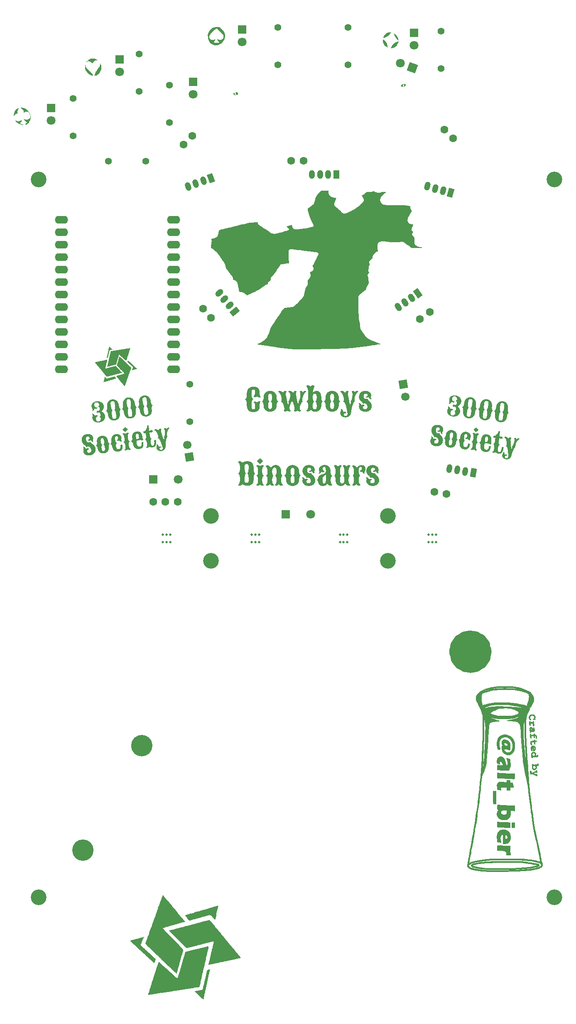
<source format=gts>
G04 #@! TF.GenerationSoftware,KiCad,Pcbnew,7.0.10*
G04 #@! TF.CreationDate,2024-05-06T11:46:52-05:00*
G04 #@! TF.ProjectId,cowboys_vs_dinos,636f7762-6f79-4735-9f76-735f64696e6f,2*
G04 #@! TF.SameCoordinates,Original*
G04 #@! TF.FileFunction,Soldermask,Top*
G04 #@! TF.FilePolarity,Negative*
%FSLAX46Y46*%
G04 Gerber Fmt 4.6, Leading zero omitted, Abs format (unit mm)*
G04 Created by KiCad (PCBNEW 7.0.10) date 2024-05-06 11:46:52*
%MOMM*%
%LPD*%
G01*
G04 APERTURE LIST*
G04 Aperture macros list*
%AMHorizOval*
0 Thick line with rounded ends*
0 $1 width*
0 $2 $3 position (X,Y) of the first rounded end (center of the circle)*
0 $4 $5 position (X,Y) of the second rounded end (center of the circle)*
0 Add line between two ends*
20,1,$1,$2,$3,$4,$5,0*
0 Add two circle primitives to create the rounded ends*
1,1,$1,$2,$3*
1,1,$1,$4,$5*%
%AMRotRect*
0 Rectangle, with rotation*
0 The origin of the aperture is its center*
0 $1 length*
0 $2 width*
0 $3 Rotation angle, in degrees counterclockwise*
0 Add horizontal line*
21,1,$1,$2,0,0,$3*%
G04 Aperture macros list end*
%ADD10C,4.325000*%
%ADD11C,2.175000*%
%ADD12C,0.100000*%
%ADD13C,0.150000*%
%ADD14C,0.010000*%
%ADD15R,1.800000X1.800000*%
%ADD16C,1.800000*%
%ADD17RotRect,1.800000X1.800000X160.000000*%
%ADD18R,1.150000X1.800000*%
%ADD19O,1.150000X1.800000*%
%ADD20RotRect,1.700000X1.700000X190.000000*%
%ADD21HorizOval,1.700000X0.000000X0.000000X0.000000X0.000000X0*%
%ADD22C,1.600000*%
%ADD23C,3.200000*%
%ADD24C,1.400000*%
%ADD25C,0.500000*%
%ADD26O,2.700000X1.600000*%
%ADD27RotRect,1.150000X1.800000X200.000000*%
%ADD28HorizOval,1.150000X-0.111157X0.305400X0.111157X-0.305400X0*%
%ADD29RotRect,1.150000X1.800000X170.000000*%
%ADD30HorizOval,1.150000X0.056436X0.320063X-0.056436X-0.320063X0*%
%ADD31RotRect,1.150000X1.800000X164.000000*%
%ADD32HorizOval,1.150000X0.089582X0.312410X-0.089582X-0.312410X0*%
%ADD33RotRect,1.700000X1.700000X10.000000*%
%ADD34HorizOval,1.700000X0.000000X0.000000X0.000000X0.000000X0*%
%ADD35RotRect,1.150000X1.800000X130.000000*%
%ADD36HorizOval,1.150000X0.248964X0.208906X-0.248964X-0.208906X0*%
%ADD37RotRect,1.150000X1.800000X215.000000*%
%ADD38HorizOval,1.150000X-0.186412X0.266224X0.186412X-0.266224X0*%
G04 APERTURE END LIST*
D10*
X145162500Y-145250000D02*
G75*
G03*
X140837500Y-145250000I-2162500J0D01*
G01*
X140837500Y-145250000D02*
G75*
G03*
X145162500Y-145250000I2162500J0D01*
G01*
D11*
X77087500Y-164400000D02*
G75*
G03*
X74912500Y-164400000I-1087500J0D01*
G01*
X74912500Y-164400000D02*
G75*
G03*
X77087500Y-164400000I1087500J0D01*
G01*
D12*
X129190000Y-29630000D02*
X129140000Y-29800000D01*
X129110000Y-29890000D01*
X129120000Y-29960000D01*
X129160000Y-30020000D01*
X129190000Y-30050000D01*
X129180000Y-30070000D01*
X129130000Y-30060000D01*
X128990000Y-30010000D01*
X128900000Y-29950000D01*
X128840000Y-29890000D01*
X128900000Y-29790000D01*
X129010000Y-29680000D01*
X129110000Y-29610000D01*
X129210000Y-29570000D01*
X129190000Y-29630000D01*
G36*
X129190000Y-29630000D02*
G01*
X129140000Y-29800000D01*
X129110000Y-29890000D01*
X129120000Y-29960000D01*
X129160000Y-30020000D01*
X129190000Y-30050000D01*
X129180000Y-30070000D01*
X129130000Y-30060000D01*
X128990000Y-30010000D01*
X128900000Y-29950000D01*
X128840000Y-29890000D01*
X128900000Y-29790000D01*
X129010000Y-29680000D01*
X129110000Y-29610000D01*
X129210000Y-29570000D01*
X129190000Y-29630000D01*
G37*
X94860000Y-31370000D02*
X94870000Y-31540000D01*
X94930000Y-31660000D01*
X95070000Y-31780000D01*
X94990000Y-31770000D01*
X94850000Y-31710000D01*
X94680000Y-31560000D01*
X94640000Y-31490000D01*
X94690000Y-31430000D01*
X94760000Y-31380000D01*
X94840000Y-31350000D01*
X94860000Y-31370000D01*
G36*
X94860000Y-31370000D02*
G01*
X94870000Y-31540000D01*
X94930000Y-31660000D01*
X95070000Y-31780000D01*
X94990000Y-31770000D01*
X94850000Y-31710000D01*
X94680000Y-31560000D01*
X94640000Y-31490000D01*
X94690000Y-31430000D01*
X94760000Y-31380000D01*
X94840000Y-31350000D01*
X94860000Y-31370000D01*
G37*
X95430000Y-31290000D02*
X95500000Y-31350000D01*
X95540000Y-31450000D01*
X95540000Y-31560000D01*
X95500000Y-31640000D01*
X95450000Y-31680000D01*
X95360000Y-31700000D01*
X95290000Y-31680000D01*
X95230000Y-31630000D01*
X95180000Y-31470000D01*
X95090000Y-31340000D01*
X95080000Y-31300000D01*
X95120000Y-31280000D01*
X95240000Y-31260000D01*
X95430000Y-31290000D01*
G36*
X95430000Y-31290000D02*
G01*
X95500000Y-31350000D01*
X95540000Y-31450000D01*
X95540000Y-31560000D01*
X95500000Y-31640000D01*
X95450000Y-31680000D01*
X95360000Y-31700000D01*
X95290000Y-31680000D01*
X95230000Y-31630000D01*
X95180000Y-31470000D01*
X95090000Y-31340000D01*
X95080000Y-31300000D01*
X95120000Y-31280000D01*
X95240000Y-31260000D01*
X95430000Y-31290000D01*
G37*
D11*
X65087500Y-185700000D02*
G75*
G03*
X62912500Y-185700000I-1087500J0D01*
G01*
X62912500Y-185700000D02*
G75*
G03*
X65087500Y-185700000I1087500J0D01*
G01*
D12*
X129620000Y-29580000D02*
X129750000Y-29640000D01*
X129820000Y-29690000D01*
X129690000Y-29820000D01*
X129550000Y-29950000D01*
X129470000Y-30020000D01*
X129430000Y-30050000D01*
X129430000Y-30040000D01*
X129460000Y-30000000D01*
X129490000Y-29960000D01*
X129490000Y-29860000D01*
X129440000Y-29630000D01*
X129430000Y-29580000D01*
X129460000Y-29570000D01*
X129530000Y-29570000D01*
X129620000Y-29580000D01*
G36*
X129620000Y-29580000D02*
G01*
X129750000Y-29640000D01*
X129820000Y-29690000D01*
X129690000Y-29820000D01*
X129550000Y-29950000D01*
X129470000Y-30020000D01*
X129430000Y-30050000D01*
X129430000Y-30040000D01*
X129460000Y-30000000D01*
X129490000Y-29960000D01*
X129490000Y-29860000D01*
X129440000Y-29630000D01*
X129430000Y-29580000D01*
X129460000Y-29570000D01*
X129530000Y-29570000D01*
X129620000Y-29580000D01*
G37*
D13*
G36*
X99066333Y-93380673D02*
G01*
X99015068Y-93379591D01*
X98968845Y-93376345D01*
X98915058Y-93368652D01*
X98870235Y-93357111D01*
X98826814Y-93337276D01*
X98793197Y-93305540D01*
X98779470Y-93257575D01*
X98798456Y-93216727D01*
X98823701Y-93174996D01*
X98833326Y-93159755D01*
X98857256Y-93121573D01*
X98881922Y-93081076D01*
X98907324Y-93038265D01*
X98929684Y-92999728D01*
X98948730Y-92966315D01*
X98979175Y-92912113D01*
X99006626Y-92857080D01*
X99031082Y-92801216D01*
X99052543Y-92744521D01*
X99071010Y-92686996D01*
X99086482Y-92628640D01*
X99098959Y-92569453D01*
X99108442Y-92509436D01*
X99114931Y-92448587D01*
X99118424Y-92386908D01*
X99119090Y-92345327D01*
X99118510Y-92297744D01*
X99116771Y-92252540D01*
X99111990Y-92189193D01*
X99104600Y-92131198D01*
X99094602Y-92078554D01*
X99081995Y-92031262D01*
X99066781Y-91989321D01*
X99042438Y-91941725D01*
X99013458Y-91903644D01*
X98979841Y-91875076D01*
X98970712Y-91869420D01*
X98925890Y-91849714D01*
X98878208Y-91838219D01*
X98829985Y-91832963D01*
X98797055Y-91832051D01*
X98751089Y-91833839D01*
X98707436Y-91839204D01*
X98660382Y-91849714D01*
X98616349Y-91864895D01*
X98605813Y-91869420D01*
X98561870Y-91891561D01*
X98524013Y-91917179D01*
X98489086Y-91949723D01*
X98477219Y-91963942D01*
X98451567Y-92003419D01*
X98431600Y-92045373D01*
X98416333Y-92087774D01*
X98407977Y-92116716D01*
X98396578Y-92162290D01*
X98387111Y-92214518D01*
X98380929Y-92261092D01*
X98375983Y-92311925D01*
X98372273Y-92367017D01*
X98370303Y-92411131D01*
X98369028Y-92457641D01*
X98368448Y-92506546D01*
X98368409Y-92523381D01*
X98368622Y-92573632D01*
X98369259Y-92622994D01*
X98370322Y-92671468D01*
X98371810Y-92719053D01*
X98373722Y-92765750D01*
X98376060Y-92811558D01*
X98378823Y-92856476D01*
X98382011Y-92900507D01*
X98386922Y-92957831D01*
X98392589Y-93013576D01*
X98399115Y-93066624D01*
X98406053Y-93116410D01*
X98413403Y-93162932D01*
X98423171Y-93216497D01*
X98433582Y-93264963D01*
X98444637Y-93308331D01*
X98456337Y-93346601D01*
X98470917Y-93388268D01*
X98488318Y-93433851D01*
X98506139Y-93476174D01*
X98527022Y-93520550D01*
X98537670Y-93541140D01*
X98561878Y-93582186D01*
X98587552Y-93618207D01*
X98619002Y-93649951D01*
X98653692Y-93678344D01*
X98685772Y-93710676D01*
X98707247Y-93749089D01*
X98708029Y-93756563D01*
X98696017Y-93799144D01*
X98673957Y-93824706D01*
X98640778Y-93856232D01*
X98609986Y-93890153D01*
X98588228Y-93915931D01*
X98559876Y-93953943D01*
X98534820Y-93993425D01*
X98513009Y-94032366D01*
X98491303Y-94075410D01*
X98488210Y-94081894D01*
X98467390Y-94131788D01*
X98448617Y-94187497D01*
X98431893Y-94249022D01*
X98421881Y-94293269D01*
X98412779Y-94340100D01*
X98404587Y-94389517D01*
X98397306Y-94441518D01*
X98390934Y-94496103D01*
X98385473Y-94553273D01*
X98380922Y-94613028D01*
X98377281Y-94675367D01*
X98374551Y-94740290D01*
X98372731Y-94807799D01*
X98371820Y-94877892D01*
X98371707Y-94913907D01*
X98371707Y-95102951D01*
X98372007Y-95153505D01*
X98372909Y-95201853D01*
X98374411Y-95247993D01*
X98376515Y-95291927D01*
X98380798Y-95353689D01*
X98386433Y-95410487D01*
X98393420Y-95462319D01*
X98401760Y-95509186D01*
X98414983Y-95563952D01*
X98430611Y-95609891D01*
X98448643Y-95647002D01*
X98474738Y-95687368D01*
X98503424Y-95726062D01*
X98533889Y-95759206D01*
X98571741Y-95785488D01*
X98617327Y-95803504D01*
X98661348Y-95817984D01*
X98717607Y-95831792D01*
X98771085Y-95839313D01*
X98821781Y-95840550D01*
X98869694Y-95835501D01*
X98914826Y-95824167D01*
X98957175Y-95806547D01*
X98977307Y-95795380D01*
X99019102Y-95760169D01*
X99047438Y-95720370D01*
X99071241Y-95670232D01*
X99086117Y-95625845D01*
X99098443Y-95575642D01*
X99108219Y-95519623D01*
X99115445Y-95457790D01*
X99118845Y-95413337D01*
X99121112Y-95366299D01*
X99122245Y-95316677D01*
X99122387Y-95290896D01*
X99122072Y-95241829D01*
X99121129Y-95194232D01*
X99119557Y-95148105D01*
X99117355Y-95103449D01*
X99111065Y-95018549D01*
X99102260Y-94939530D01*
X99090938Y-94866393D01*
X99077101Y-94799138D01*
X99060748Y-94737765D01*
X99041878Y-94682274D01*
X99020493Y-94632664D01*
X98996592Y-94588937D01*
X98970175Y-94551091D01*
X98925833Y-94505351D01*
X98875830Y-94472845D01*
X98820165Y-94453573D01*
X98800353Y-94450090D01*
X98806226Y-94405397D01*
X98827925Y-94360091D01*
X98859249Y-94327118D01*
X98902319Y-94299555D01*
X98947185Y-94280718D01*
X98967415Y-94274235D01*
X99012688Y-94264382D01*
X99058022Y-94258634D01*
X99101969Y-94256007D01*
X99131180Y-94255551D01*
X99179626Y-94258350D01*
X99227144Y-94266748D01*
X99273735Y-94280744D01*
X99319399Y-94300339D01*
X99364136Y-94325532D01*
X99407945Y-94356324D01*
X99450827Y-94392714D01*
X99482380Y-94423681D01*
X99492781Y-94434703D01*
X99528894Y-94403949D01*
X99563866Y-94375571D01*
X99608723Y-94341430D01*
X99651553Y-94311514D01*
X99692357Y-94285823D01*
X99731134Y-94264356D01*
X99776756Y-94243464D01*
X99819212Y-94229173D01*
X99866855Y-94217220D01*
X99910866Y-94207740D01*
X99957621Y-94199806D01*
X100005003Y-94194860D01*
X100031337Y-94194002D01*
X100082960Y-94196590D01*
X100126546Y-94204357D01*
X100172158Y-94222767D01*
X100206393Y-94254481D01*
X100213786Y-94267641D01*
X100222579Y-94289623D01*
X100192388Y-94333226D01*
X100165014Y-94378855D01*
X100140456Y-94426511D01*
X100118715Y-94476194D01*
X100099790Y-94527903D01*
X100083681Y-94581638D01*
X100070389Y-94637400D01*
X100059913Y-94695188D01*
X100053628Y-94739827D01*
X100047961Y-94785953D01*
X100042912Y-94833567D01*
X100038481Y-94882669D01*
X100034668Y-94933259D01*
X100031474Y-94985336D01*
X100028898Y-95038900D01*
X100026940Y-95093953D01*
X100025601Y-95150492D01*
X100024880Y-95208520D01*
X100024742Y-95248032D01*
X100023979Y-95306613D01*
X100021690Y-95363243D01*
X100017874Y-95417922D01*
X100012532Y-95470649D01*
X100005664Y-95521426D01*
X99997269Y-95570250D01*
X99987348Y-95617124D01*
X99975901Y-95662046D01*
X99962928Y-95705017D01*
X99943256Y-95759276D01*
X99937914Y-95772299D01*
X99915777Y-95822325D01*
X99892233Y-95869637D01*
X99867280Y-95914236D01*
X99840919Y-95956122D01*
X99813150Y-95995294D01*
X99783972Y-96031753D01*
X99753386Y-96065499D01*
X99721393Y-96096531D01*
X99688248Y-96125554D01*
X99653661Y-96153272D01*
X99617631Y-96179684D01*
X99580159Y-96204792D01*
X99541244Y-96228594D01*
X99500887Y-96251091D01*
X99459087Y-96272283D01*
X99415845Y-96292170D01*
X99359739Y-96315544D01*
X99302707Y-96336619D01*
X99244747Y-96355394D01*
X99185860Y-96371871D01*
X99126045Y-96386049D01*
X99065303Y-96397927D01*
X99003633Y-96407507D01*
X98941037Y-96414787D01*
X98877513Y-96419769D01*
X98813061Y-96422451D01*
X98769578Y-96422962D01*
X98691513Y-96421519D01*
X98615585Y-96417192D01*
X98541795Y-96409979D01*
X98470144Y-96399881D01*
X98400631Y-96386898D01*
X98333256Y-96371030D01*
X98268018Y-96352276D01*
X98204919Y-96330638D01*
X98143958Y-96306115D01*
X98085135Y-96278706D01*
X98028450Y-96248412D01*
X97973904Y-96215233D01*
X97921495Y-96179169D01*
X97871224Y-96140220D01*
X97823092Y-96098386D01*
X97777097Y-96053667D01*
X97733709Y-96005796D01*
X97693120Y-95954783D01*
X97655330Y-95900627D01*
X97620339Y-95843328D01*
X97588148Y-95782886D01*
X97558756Y-95719302D01*
X97532163Y-95652575D01*
X97508369Y-95582705D01*
X97487375Y-95509693D01*
X97469180Y-95433538D01*
X97453784Y-95354240D01*
X97441187Y-95271799D01*
X97431390Y-95186216D01*
X97427541Y-95142246D01*
X97424392Y-95097490D01*
X97421942Y-95051949D01*
X97420193Y-95005622D01*
X97419143Y-94958509D01*
X97418793Y-94910610D01*
X97418582Y-94866074D01*
X97416890Y-94779753D01*
X97413507Y-94697097D01*
X97408432Y-94618109D01*
X97401666Y-94542786D01*
X97393208Y-94471131D01*
X97383059Y-94403142D01*
X97371218Y-94338819D01*
X97357685Y-94278163D01*
X97342461Y-94221173D01*
X97325545Y-94167850D01*
X97306938Y-94118193D01*
X97286639Y-94072203D01*
X97264649Y-94029879D01*
X97240967Y-93991222D01*
X97202272Y-93940111D01*
X97171703Y-93906387D01*
X97139555Y-93873002D01*
X97116543Y-93851085D01*
X97088094Y-93815559D01*
X97082471Y-93793932D01*
X97101636Y-93754364D01*
X97116543Y-93741175D01*
X97152107Y-93710650D01*
X97185776Y-93677883D01*
X97201173Y-93662041D01*
X97232664Y-93625526D01*
X97260823Y-93586606D01*
X97285707Y-93547193D01*
X97301190Y-93520258D01*
X97322207Y-93476105D01*
X97341157Y-93426079D01*
X97358039Y-93370180D01*
X97372854Y-93308408D01*
X97381583Y-93263963D01*
X97389392Y-93216908D01*
X97396283Y-93167243D01*
X97402255Y-93114967D01*
X97407308Y-93060081D01*
X97411443Y-93002585D01*
X97414659Y-92942478D01*
X97416956Y-92879761D01*
X97418334Y-92814434D01*
X97418793Y-92746496D01*
X97420164Y-92653316D01*
X97424276Y-92563094D01*
X97431129Y-92475830D01*
X97440723Y-92391524D01*
X97453059Y-92310176D01*
X97468136Y-92231786D01*
X97485955Y-92156354D01*
X97506514Y-92083881D01*
X97529815Y-92014365D01*
X97555858Y-91947808D01*
X97584641Y-91884209D01*
X97616166Y-91823568D01*
X97650432Y-91765884D01*
X97687440Y-91711160D01*
X97727188Y-91659393D01*
X97769678Y-91610584D01*
X97814910Y-91564733D01*
X97862882Y-91521841D01*
X97913596Y-91481906D01*
X97967052Y-91444930D01*
X98023248Y-91410912D01*
X98082186Y-91379852D01*
X98143865Y-91351750D01*
X98208285Y-91326606D01*
X98275447Y-91304420D01*
X98345350Y-91285192D01*
X98417994Y-91268923D01*
X98493380Y-91255611D01*
X98571506Y-91245258D01*
X98652375Y-91237863D01*
X98735984Y-91233426D01*
X98822335Y-91231946D01*
X98892591Y-91233166D01*
X98961026Y-91236824D01*
X99027642Y-91242920D01*
X99092437Y-91251455D01*
X99155411Y-91262429D01*
X99216565Y-91275841D01*
X99275899Y-91291692D01*
X99333413Y-91309982D01*
X99389106Y-91330710D01*
X99442979Y-91353877D01*
X99495031Y-91379483D01*
X99545263Y-91407527D01*
X99593675Y-91438009D01*
X99640266Y-91470930D01*
X99685037Y-91506290D01*
X99727987Y-91544089D01*
X99762458Y-91577895D01*
X99794705Y-91613641D01*
X99824729Y-91651328D01*
X99852528Y-91690955D01*
X99878103Y-91732523D01*
X99901455Y-91776032D01*
X99922582Y-91821481D01*
X99941486Y-91868871D01*
X99958165Y-91918201D01*
X99972621Y-91969472D01*
X99984853Y-92022684D01*
X99994861Y-92077836D01*
X100002644Y-92134928D01*
X100008204Y-92193962D01*
X100011540Y-92254936D01*
X100012652Y-92317850D01*
X100012887Y-92362228D01*
X100014768Y-92448524D01*
X100018529Y-92531540D01*
X100024170Y-92611276D01*
X100031692Y-92687731D01*
X100041094Y-92760907D01*
X100052377Y-92830802D01*
X100065541Y-92897418D01*
X100080584Y-92960753D01*
X100097509Y-93020808D01*
X100116314Y-93077583D01*
X100136999Y-93131078D01*
X100159565Y-93181293D01*
X100184011Y-93228227D01*
X100210338Y-93271882D01*
X100238545Y-93312257D01*
X100253353Y-93331214D01*
X100229899Y-93371167D01*
X100192903Y-93399357D01*
X100150348Y-93418111D01*
X100103192Y-93427698D01*
X100058814Y-93430132D01*
X100011045Y-93428219D01*
X99967271Y-93423308D01*
X99922259Y-93415374D01*
X99881860Y-93405952D01*
X99837622Y-93392694D01*
X99792451Y-93376301D01*
X99752150Y-93358343D01*
X99727987Y-93345502D01*
X99687101Y-93320696D01*
X99649071Y-93296150D01*
X99616979Y-93274061D01*
X99581147Y-93247661D01*
X99545907Y-93218295D01*
X99544439Y-93216908D01*
X99508169Y-93208115D01*
X99472723Y-93236142D01*
X99453214Y-93249881D01*
X99414653Y-93272254D01*
X99375189Y-93291952D01*
X99332769Y-93311555D01*
X99290548Y-93330115D01*
X99246499Y-93347297D01*
X99203376Y-93360924D01*
X99154239Y-93372329D01*
X99106364Y-93378895D01*
X99066333Y-93380673D01*
G37*
G36*
X102213804Y-92083388D02*
G01*
X102261448Y-92085620D01*
X102308704Y-92089339D01*
X102355575Y-92094545D01*
X102402058Y-92101240D01*
X102448156Y-92109422D01*
X102493867Y-92119091D01*
X102539192Y-92130249D01*
X102584130Y-92142894D01*
X102628682Y-92157026D01*
X102658169Y-92167274D01*
X102701883Y-92183819D01*
X102744825Y-92201716D01*
X102786994Y-92220965D01*
X102828391Y-92241566D01*
X102869014Y-92263520D01*
X102908865Y-92286827D01*
X102947943Y-92311485D01*
X102986248Y-92337496D01*
X103023780Y-92364860D01*
X103060540Y-92393576D01*
X103084617Y-92413471D01*
X103119798Y-92444428D01*
X103153628Y-92477124D01*
X103186104Y-92511559D01*
X103217229Y-92547732D01*
X103247001Y-92585645D01*
X103275421Y-92625296D01*
X103302488Y-92666685D01*
X103328203Y-92709814D01*
X103352566Y-92754682D01*
X103375576Y-92801288D01*
X103390164Y-92833325D01*
X103410788Y-92881998D01*
X103429384Y-92930749D01*
X103445951Y-92979577D01*
X103460489Y-93028482D01*
X103472999Y-93077465D01*
X103483480Y-93126525D01*
X103491932Y-93175662D01*
X103498356Y-93224877D01*
X103502752Y-93274168D01*
X103505118Y-93323537D01*
X103505569Y-93356493D01*
X103505849Y-93404809D01*
X103506690Y-93451251D01*
X103508090Y-93495819D01*
X103510830Y-93552328D01*
X103514565Y-93605505D01*
X103519296Y-93655351D01*
X103525023Y-93701865D01*
X103533583Y-93755322D01*
X103537443Y-93775247D01*
X103548015Y-93822141D01*
X103559124Y-93865278D01*
X103573163Y-93912084D01*
X103587975Y-93953481D01*
X103606233Y-93994939D01*
X103614379Y-94010453D01*
X103639727Y-94052001D01*
X103665075Y-94088854D01*
X103693239Y-94124295D01*
X103704505Y-94136849D01*
X103736447Y-94168894D01*
X103771159Y-94199388D01*
X103781441Y-94207191D01*
X103813255Y-94238167D01*
X103814414Y-94243461D01*
X103777131Y-94272037D01*
X103759460Y-94285226D01*
X103723859Y-94314850D01*
X103690525Y-94348687D01*
X103674829Y-94367658D01*
X103647730Y-94405525D01*
X103622786Y-94445818D01*
X103598500Y-94488873D01*
X103595695Y-94494054D01*
X103575018Y-94538842D01*
X103559067Y-94583892D01*
X103546986Y-94626860D01*
X103536373Y-94673846D01*
X103528650Y-94716071D01*
X103522001Y-94762347D01*
X103516478Y-94813937D01*
X103512872Y-94859034D01*
X103509987Y-94907532D01*
X103507823Y-94959430D01*
X103506381Y-95014728D01*
X103505659Y-95073426D01*
X103505569Y-95104050D01*
X103504555Y-95150682D01*
X103501512Y-95197430D01*
X103496440Y-95244294D01*
X103489340Y-95291274D01*
X103480212Y-95338370D01*
X103469054Y-95385581D01*
X103455868Y-95432909D01*
X103440654Y-95480352D01*
X103423411Y-95527912D01*
X103404139Y-95575587D01*
X103390164Y-95607435D01*
X103368056Y-95654395D01*
X103344595Y-95699656D01*
X103319782Y-95743216D01*
X103293616Y-95785076D01*
X103266098Y-95825236D01*
X103237227Y-95863695D01*
X103207004Y-95900455D01*
X103175429Y-95935514D01*
X103142501Y-95968873D01*
X103108221Y-96000532D01*
X103084617Y-96020694D01*
X103048372Y-96049516D01*
X103011355Y-96077044D01*
X102973565Y-96103277D01*
X102935003Y-96128216D01*
X102895667Y-96151860D01*
X102855559Y-96174210D01*
X102814678Y-96195266D01*
X102773024Y-96215027D01*
X102730597Y-96233494D01*
X102687398Y-96250666D01*
X102658169Y-96261395D01*
X102613874Y-96276323D01*
X102569194Y-96289783D01*
X102524126Y-96301774D01*
X102478673Y-96312297D01*
X102432833Y-96321352D01*
X102386607Y-96328938D01*
X102339994Y-96335056D01*
X102292995Y-96339706D01*
X102245609Y-96342887D01*
X102197838Y-96344600D01*
X102165775Y-96344926D01*
X102117932Y-96344192D01*
X102070437Y-96341990D01*
X102023290Y-96338319D01*
X101976491Y-96333180D01*
X101930039Y-96326572D01*
X101883935Y-96318496D01*
X101838179Y-96308952D01*
X101792770Y-96297940D01*
X101747710Y-96285459D01*
X101702997Y-96271510D01*
X101673381Y-96261395D01*
X101629480Y-96245086D01*
X101586390Y-96227482D01*
X101544111Y-96208584D01*
X101502644Y-96188391D01*
X101461988Y-96166904D01*
X101422144Y-96144123D01*
X101383111Y-96120047D01*
X101344890Y-96094677D01*
X101307480Y-96068012D01*
X101270882Y-96040052D01*
X101246933Y-96020694D01*
X101211948Y-95990168D01*
X101178296Y-95957943D01*
X101145977Y-95924017D01*
X101114991Y-95888391D01*
X101085338Y-95851064D01*
X101057018Y-95812038D01*
X101030031Y-95771311D01*
X101004377Y-95728885D01*
X100980057Y-95684758D01*
X100957069Y-95638931D01*
X100942485Y-95607435D01*
X100922057Y-95559624D01*
X100903639Y-95511814D01*
X100887229Y-95464003D01*
X100872830Y-95416193D01*
X100860439Y-95368382D01*
X100850058Y-95320572D01*
X100841686Y-95272761D01*
X100835323Y-95224951D01*
X100830970Y-95177140D01*
X100828626Y-95129330D01*
X100828179Y-95097456D01*
X100827860Y-95050573D01*
X100826904Y-95005544D01*
X100824637Y-94948391D01*
X100821237Y-94894536D01*
X100816703Y-94843978D01*
X100811036Y-94796717D01*
X100804235Y-94752753D01*
X100794140Y-94702435D01*
X100791909Y-94692990D01*
X100780516Y-94648049D01*
X100765781Y-94598796D01*
X100749887Y-94554644D01*
X100729879Y-94509579D01*
X100705081Y-94466577D01*
X100679801Y-94429482D01*
X100651362Y-94392349D01*
X100619764Y-94356800D01*
X100603964Y-94341280D01*
X100570894Y-94311149D01*
X100536164Y-94283578D01*
X100517136Y-94270938D01*
X100482823Y-94243233D01*
X100481965Y-94240163D01*
X100514972Y-94208620D01*
X100517136Y-94207191D01*
X100554278Y-94180481D01*
X100588513Y-94151810D01*
X100603964Y-94137948D01*
X100635456Y-94106091D01*
X100663615Y-94072281D01*
X100691600Y-94033603D01*
X100703982Y-94014849D01*
X100733090Y-93965562D01*
X100752375Y-93924855D01*
X100769476Y-93880940D01*
X100784395Y-93833819D01*
X100797130Y-93783490D01*
X100807682Y-93729955D01*
X100816050Y-93673212D01*
X100822236Y-93613262D01*
X100826238Y-93550105D01*
X100828058Y-93483741D01*
X100828179Y-93460907D01*
X100828626Y-93415307D01*
X100829662Y-93380673D01*
X101767903Y-93380673D01*
X101768270Y-93430998D01*
X101769372Y-93479759D01*
X101771207Y-93526954D01*
X101773777Y-93572585D01*
X101777080Y-93616651D01*
X101782627Y-93672970D01*
X101789480Y-93726508D01*
X101797637Y-93777264D01*
X101807099Y-93825238D01*
X101809669Y-93836796D01*
X101820230Y-93880812D01*
X101833771Y-93930566D01*
X101847686Y-93974471D01*
X101864881Y-94019435D01*
X101885625Y-94061246D01*
X101900894Y-94084092D01*
X101931054Y-94121466D01*
X101962495Y-94156874D01*
X101992118Y-94186308D01*
X102023442Y-94218731D01*
X102033884Y-94239064D01*
X102005307Y-94270938D01*
X101971266Y-94299957D01*
X101940461Y-94333586D01*
X101913104Y-94369599D01*
X101887755Y-94409399D01*
X101866822Y-94446793D01*
X101844411Y-94494724D01*
X101824988Y-94548940D01*
X101812381Y-94593727D01*
X101801456Y-94642049D01*
X101792211Y-94693907D01*
X101784647Y-94749301D01*
X101778764Y-94808230D01*
X101774562Y-94870695D01*
X101772041Y-94936695D01*
X101771294Y-94982660D01*
X101771201Y-95006231D01*
X101771577Y-95054377D01*
X101772708Y-95100994D01*
X101774591Y-95146082D01*
X101780619Y-95231674D01*
X101789661Y-95311152D01*
X101801717Y-95384517D01*
X101816786Y-95451767D01*
X101834870Y-95512904D01*
X101855967Y-95567928D01*
X101880078Y-95616837D01*
X101907204Y-95659633D01*
X101937343Y-95696315D01*
X101970496Y-95726884D01*
X102025877Y-95761274D01*
X102088039Y-95781907D01*
X102133248Y-95788021D01*
X102156982Y-95788785D01*
X102206759Y-95785608D01*
X102253325Y-95776077D01*
X102296679Y-95760192D01*
X102336821Y-95737952D01*
X102373753Y-95709359D01*
X102407472Y-95674411D01*
X102437981Y-95633109D01*
X102465278Y-95585453D01*
X102489363Y-95531443D01*
X102510238Y-95471079D01*
X102527900Y-95404360D01*
X102542352Y-95331288D01*
X102553592Y-95251861D01*
X102561620Y-95166080D01*
X102564430Y-95120807D01*
X102566437Y-95073946D01*
X102567642Y-95025495D01*
X102568043Y-94975457D01*
X102567459Y-94919472D01*
X102565707Y-94865822D01*
X102562788Y-94814508D01*
X102558701Y-94765530D01*
X102553446Y-94718887D01*
X102547023Y-94674580D01*
X102537352Y-94622480D01*
X102530674Y-94592972D01*
X102519232Y-94547093D01*
X102505219Y-94498767D01*
X102488479Y-94451666D01*
X102468833Y-94410072D01*
X102453737Y-94387442D01*
X102424717Y-94353096D01*
X102392059Y-94321088D01*
X102359215Y-94294019D01*
X102323439Y-94265526D01*
X102299864Y-94243461D01*
X102323357Y-94204306D01*
X102341630Y-94186308D01*
X102374190Y-94153902D01*
X102406210Y-94117951D01*
X102433954Y-94084092D01*
X102458683Y-94044731D01*
X102479420Y-93998006D01*
X102496525Y-93948830D01*
X102510306Y-93901415D01*
X102523658Y-93848151D01*
X102526277Y-93836796D01*
X102536066Y-93789518D01*
X102544550Y-93739458D01*
X102551728Y-93686616D01*
X102557602Y-93630991D01*
X102562170Y-93572585D01*
X102564739Y-93526954D01*
X102566575Y-93479759D01*
X102567676Y-93430998D01*
X102568043Y-93380673D01*
X102567652Y-93335029D01*
X102566480Y-93290835D01*
X102561792Y-93206793D01*
X102553978Y-93128547D01*
X102543039Y-93056097D01*
X102528974Y-92989443D01*
X102511783Y-92928585D01*
X102491467Y-92873523D01*
X102468025Y-92824257D01*
X102441458Y-92780787D01*
X102411766Y-92743113D01*
X102378947Y-92711235D01*
X102343004Y-92685153D01*
X102303934Y-92664867D01*
X102261740Y-92650377D01*
X102216419Y-92641683D01*
X102167973Y-92638785D01*
X102119527Y-92641683D01*
X102074207Y-92650377D01*
X102032012Y-92664867D01*
X101992943Y-92685153D01*
X101956999Y-92711235D01*
X101924181Y-92743113D01*
X101894488Y-92780787D01*
X101867921Y-92824257D01*
X101844479Y-92873523D01*
X101824163Y-92928585D01*
X101806973Y-92989443D01*
X101792908Y-93056097D01*
X101781968Y-93128547D01*
X101774154Y-93206793D01*
X101769466Y-93290835D01*
X101768294Y-93335029D01*
X101767903Y-93380673D01*
X100829662Y-93380673D01*
X100829965Y-93370558D01*
X100833649Y-93305028D01*
X100839342Y-93241410D01*
X100847044Y-93179705D01*
X100856755Y-93119913D01*
X100868476Y-93062034D01*
X100882206Y-93006067D01*
X100897946Y-92952013D01*
X100915694Y-92899871D01*
X100935452Y-92849643D01*
X100942485Y-92833325D01*
X100964584Y-92785559D01*
X100988015Y-92739533D01*
X101012780Y-92695245D01*
X101038879Y-92652696D01*
X101066310Y-92611885D01*
X101095074Y-92572814D01*
X101125171Y-92535481D01*
X101156602Y-92499887D01*
X101189365Y-92466032D01*
X101223462Y-92433916D01*
X101246933Y-92413471D01*
X101282991Y-92383854D01*
X101319860Y-92355589D01*
X101357540Y-92328676D01*
X101396032Y-92303115D01*
X101435335Y-92278908D01*
X101475450Y-92256052D01*
X101516376Y-92234549D01*
X101558114Y-92214398D01*
X101600663Y-92195600D01*
X101644024Y-92178154D01*
X101673381Y-92167274D01*
X101717862Y-92152150D01*
X101762691Y-92138513D01*
X101807868Y-92126364D01*
X101853392Y-92115703D01*
X101899264Y-92106529D01*
X101945484Y-92098843D01*
X101992052Y-92092645D01*
X102038967Y-92087934D01*
X102086230Y-92084710D01*
X102133841Y-92082975D01*
X102165775Y-92082644D01*
X102213804Y-92083388D01*
G37*
G36*
X105814763Y-94954574D02*
G01*
X105835191Y-94911033D01*
X105853609Y-94868613D01*
X105870018Y-94827313D01*
X105888772Y-94773990D01*
X105903953Y-94722659D01*
X105915562Y-94673320D01*
X105923599Y-94625973D01*
X105928064Y-94580618D01*
X105929069Y-94547909D01*
X105928022Y-94495348D01*
X105924883Y-94444827D01*
X105919650Y-94396344D01*
X105912325Y-94349901D01*
X105902906Y-94305497D01*
X105888841Y-94254905D01*
X105886204Y-94246758D01*
X105908897Y-94206764D01*
X105910384Y-94204993D01*
X105937706Y-94170410D01*
X105964780Y-94133006D01*
X105977429Y-94114867D01*
X106003962Y-94073651D01*
X106028575Y-94030683D01*
X106051038Y-93987819D01*
X106065356Y-93958796D01*
X106086460Y-93912579D01*
X106106907Y-93862131D01*
X106126697Y-93807453D01*
X106145830Y-93748543D01*
X106164307Y-93685402D01*
X106176259Y-93640957D01*
X106187920Y-93594632D01*
X106199289Y-93546427D01*
X106210366Y-93496341D01*
X106221151Y-93444374D01*
X106231643Y-93390527D01*
X106241844Y-93334800D01*
X106251753Y-93277192D01*
X106256598Y-93247683D01*
X106262687Y-93182664D01*
X106268178Y-93120737D01*
X106273069Y-93061902D01*
X106277361Y-93006157D01*
X106281054Y-92953504D01*
X106284149Y-92903941D01*
X106286644Y-92857470D01*
X106289040Y-92800318D01*
X106290371Y-92748660D01*
X106290670Y-92713524D01*
X106263870Y-92667445D01*
X106234578Y-92621947D01*
X106202793Y-92577028D01*
X106168516Y-92532688D01*
X106131747Y-92488929D01*
X106092486Y-92445749D01*
X106050732Y-92403148D01*
X106006486Y-92361127D01*
X105959748Y-92319686D01*
X105910517Y-92278824D01*
X105876312Y-92251905D01*
X105874114Y-92234319D01*
X105876312Y-92204644D01*
X105896096Y-92166175D01*
X105928269Y-92133841D01*
X105938961Y-92125509D01*
X105978711Y-92106382D01*
X106022658Y-92094636D01*
X106067761Y-92088415D01*
X106119069Y-92085980D01*
X106126905Y-92085942D01*
X106175261Y-92087354D01*
X106223608Y-92091592D01*
X106271947Y-92098654D01*
X106320277Y-92108542D01*
X106368599Y-92121254D01*
X106416911Y-92136792D01*
X106465216Y-92155154D01*
X106513511Y-92176342D01*
X106561798Y-92200355D01*
X106610077Y-92227192D01*
X106658347Y-92256855D01*
X106706608Y-92289342D01*
X106754861Y-92324655D01*
X106803105Y-92362793D01*
X106851341Y-92403755D01*
X106899568Y-92447543D01*
X106916810Y-92392983D01*
X106937212Y-92342511D01*
X106960773Y-92296126D01*
X106987495Y-92253828D01*
X107017377Y-92215617D01*
X107050418Y-92181494D01*
X107086620Y-92151458D01*
X107125981Y-92125509D01*
X107167562Y-92104643D01*
X107212557Y-92090617D01*
X107256773Y-92085942D01*
X107302110Y-92087178D01*
X107348753Y-92091746D01*
X107366682Y-92094734D01*
X107411386Y-92105628D01*
X107443619Y-92117815D01*
X107482817Y-92139540D01*
X107498573Y-92150788D01*
X107532034Y-92179312D01*
X107539240Y-92187058D01*
X107564949Y-92223971D01*
X107579906Y-92251905D01*
X107551818Y-92291559D01*
X107526493Y-92331387D01*
X107503930Y-92371389D01*
X107484131Y-92411565D01*
X107462028Y-92465403D01*
X107444838Y-92519551D01*
X107432559Y-92574007D01*
X107425192Y-92628773D01*
X107422736Y-92683848D01*
X107424230Y-92740984D01*
X107427312Y-92786337D01*
X107432074Y-92833836D01*
X107438517Y-92883478D01*
X107446641Y-92935266D01*
X107456446Y-92989197D01*
X107467932Y-93045274D01*
X107481098Y-93103494D01*
X107495946Y-93163860D01*
X107512474Y-93226370D01*
X107518357Y-93247683D01*
X107532748Y-93321220D01*
X107546933Y-93393454D01*
X107560912Y-93464385D01*
X107574685Y-93534014D01*
X107588252Y-93602339D01*
X107601613Y-93669361D01*
X107614768Y-93735080D01*
X107627717Y-93799496D01*
X107640459Y-93862609D01*
X107652996Y-93924419D01*
X107665326Y-93984926D01*
X107677451Y-94044130D01*
X107689369Y-94102031D01*
X107701081Y-94158629D01*
X107712587Y-94213924D01*
X107723887Y-94267916D01*
X107734981Y-94320604D01*
X107745869Y-94371990D01*
X107756551Y-94422073D01*
X107767027Y-94470853D01*
X107777296Y-94518329D01*
X107787360Y-94564503D01*
X107797217Y-94609374D01*
X107806869Y-94652942D01*
X107825553Y-94736168D01*
X107843414Y-94814182D01*
X107860450Y-94886984D01*
X107876661Y-94954574D01*
X107890411Y-94890673D01*
X107902808Y-94830037D01*
X107913852Y-94772666D01*
X107923544Y-94718561D01*
X107931884Y-94667720D01*
X107938872Y-94620145D01*
X107944507Y-94575834D01*
X107949916Y-94521833D01*
X107952922Y-94473636D01*
X107953598Y-94441297D01*
X107934913Y-94246758D01*
X107957606Y-94206764D01*
X107959093Y-94204993D01*
X107986656Y-94170410D01*
X108014271Y-94133006D01*
X108027237Y-94114867D01*
X108052401Y-94078082D01*
X108078435Y-94035732D01*
X108102306Y-93993417D01*
X108120660Y-93958796D01*
X108142942Y-93912579D01*
X108164452Y-93862131D01*
X108185189Y-93807453D01*
X108205153Y-93748543D01*
X108224344Y-93685402D01*
X108236709Y-93640957D01*
X108248730Y-93594632D01*
X108260408Y-93546427D01*
X108271742Y-93496341D01*
X108282733Y-93444374D01*
X108293381Y-93390527D01*
X108303685Y-93334800D01*
X108313645Y-93277192D01*
X108318497Y-93247683D01*
X108322622Y-93202676D01*
X108326482Y-93158879D01*
X108331773Y-93095455D01*
X108336464Y-93034755D01*
X108340557Y-92976779D01*
X108344050Y-92921527D01*
X108346945Y-92868999D01*
X108349241Y-92819195D01*
X108350938Y-92772116D01*
X108352036Y-92727760D01*
X108352568Y-92672857D01*
X108350113Y-92620358D01*
X108342745Y-92567825D01*
X108330466Y-92515258D01*
X108313276Y-92462656D01*
X108291174Y-92410019D01*
X108271374Y-92370520D01*
X108248811Y-92331001D01*
X108223486Y-92291462D01*
X108195398Y-92251905D01*
X108215617Y-92209116D01*
X108246459Y-92172113D01*
X108281351Y-92145001D01*
X108324048Y-92122139D01*
X108365591Y-92106334D01*
X108374550Y-92103527D01*
X108419785Y-92092811D01*
X108463965Y-92087333D01*
X108502045Y-92085942D01*
X108548587Y-92089578D01*
X108591492Y-92100487D01*
X108627342Y-92116716D01*
X108666291Y-92141497D01*
X108701509Y-92172181D01*
X108717467Y-92190355D01*
X108744207Y-92231596D01*
X108767686Y-92273573D01*
X108787905Y-92316286D01*
X108804862Y-92359736D01*
X108813088Y-92384895D01*
X108845907Y-92340313D01*
X108880614Y-92298891D01*
X108917210Y-92260629D01*
X108955696Y-92225526D01*
X108996070Y-92193584D01*
X109038334Y-92164801D01*
X109082486Y-92139179D01*
X109128528Y-92116716D01*
X109170481Y-92101840D01*
X109216892Y-92091021D01*
X109263088Y-92086212D01*
X109276905Y-92085942D01*
X109321256Y-92087444D01*
X109368242Y-92093214D01*
X109402202Y-92101329D01*
X109443804Y-92116720D01*
X109476940Y-92136500D01*
X109507033Y-92169481D01*
X109515409Y-92184860D01*
X109528718Y-92227364D01*
X109528598Y-92235418D01*
X109527499Y-92251905D01*
X109480377Y-92285895D01*
X109435458Y-92320272D01*
X109392742Y-92355035D01*
X109352228Y-92390184D01*
X109313916Y-92425720D01*
X109277807Y-92461642D01*
X109243900Y-92497951D01*
X109212196Y-92534646D01*
X109182695Y-92571728D01*
X109155396Y-92609196D01*
X109138420Y-92634389D01*
X109113916Y-92673496D01*
X109089450Y-92714979D01*
X109065023Y-92758839D01*
X109040635Y-92805075D01*
X109016285Y-92853687D01*
X108991974Y-92904676D01*
X108967702Y-92958041D01*
X108943468Y-93013782D01*
X108919273Y-93071900D01*
X108895117Y-93132394D01*
X108879034Y-93174043D01*
X108863595Y-93215543D01*
X108842304Y-93275763D01*
X108823255Y-93333549D01*
X108806447Y-93388901D01*
X108791879Y-93441819D01*
X108779553Y-93492302D01*
X108769468Y-93540350D01*
X108761624Y-93585965D01*
X108754652Y-93642998D01*
X108751664Y-93695703D01*
X108751539Y-93708203D01*
X108751848Y-93757250D01*
X108752776Y-93805472D01*
X108754321Y-93852871D01*
X108756485Y-93899445D01*
X108759267Y-93945194D01*
X108762667Y-93990120D01*
X108766686Y-94034221D01*
X108771323Y-94077498D01*
X108777339Y-94127215D01*
X108783212Y-94176674D01*
X108788759Y-94225309D01*
X108792206Y-94262145D01*
X108774620Y-94281929D01*
X108740424Y-94315623D01*
X108711589Y-94351249D01*
X108692188Y-94376451D01*
X108662924Y-94416692D01*
X108636417Y-94455538D01*
X108608596Y-94498403D01*
X108584408Y-94537193D01*
X108559308Y-94578774D01*
X108543811Y-94605062D01*
X108518077Y-94649826D01*
X108492398Y-94695501D01*
X108466772Y-94742089D01*
X108441200Y-94789590D01*
X108415681Y-94838002D01*
X108395305Y-94877389D01*
X108380046Y-94907313D01*
X108357287Y-94954123D01*
X108335996Y-95000032D01*
X108316174Y-95045039D01*
X108297820Y-95089144D01*
X108280934Y-95132348D01*
X108265517Y-95174650D01*
X108245144Y-95236413D01*
X108228075Y-95296147D01*
X108214309Y-95353853D01*
X108203847Y-95409530D01*
X108196689Y-95463178D01*
X108192835Y-95514798D01*
X108192101Y-95548084D01*
X108194786Y-95612368D01*
X108202843Y-95674565D01*
X108216270Y-95734676D01*
X108235069Y-95792701D01*
X108259238Y-95848639D01*
X108288778Y-95902490D01*
X108323689Y-95954255D01*
X108363971Y-96003933D01*
X108409625Y-96051524D01*
X108443044Y-96082093D01*
X108478850Y-96111734D01*
X108497649Y-96126207D01*
X108497649Y-96136099D01*
X108496550Y-96159180D01*
X108477865Y-96199846D01*
X108446884Y-96233471D01*
X108427307Y-96246008D01*
X108385029Y-96263995D01*
X108339666Y-96275896D01*
X108295428Y-96283334D01*
X108245341Y-96288518D01*
X108201060Y-96291043D01*
X108153035Y-96292125D01*
X108140443Y-96292170D01*
X108090057Y-96288460D01*
X108040014Y-96277332D01*
X107990314Y-96258785D01*
X107940958Y-96232819D01*
X107904166Y-96208476D01*
X107867568Y-96179959D01*
X107831163Y-96147270D01*
X107794951Y-96110407D01*
X107758932Y-96069372D01*
X107746968Y-96054766D01*
X107721718Y-96099094D01*
X107690618Y-96139344D01*
X107653669Y-96175516D01*
X107610870Y-96207608D01*
X107572419Y-96230346D01*
X107530224Y-96250473D01*
X107484285Y-96267990D01*
X107440487Y-96279678D01*
X107395645Y-96287542D01*
X107349760Y-96291579D01*
X107323818Y-96292170D01*
X107278396Y-96290866D01*
X107231599Y-96286358D01*
X107184585Y-96277680D01*
X107176539Y-96275683D01*
X107132593Y-96262082D01*
X107091089Y-96243088D01*
X107076522Y-96233918D01*
X107039814Y-96205402D01*
X107007184Y-96172085D01*
X106981210Y-96133454D01*
X106977603Y-96126207D01*
X107012894Y-96081195D01*
X107043480Y-96034639D01*
X107069360Y-95986536D01*
X107090535Y-95936888D01*
X107107004Y-95885694D01*
X107118768Y-95832955D01*
X107125826Y-95778670D01*
X107128179Y-95722840D01*
X107127234Y-95665172D01*
X107125286Y-95620884D01*
X107122276Y-95575707D01*
X107118202Y-95529642D01*
X107113066Y-95482688D01*
X107106868Y-95434845D01*
X107099607Y-95386114D01*
X107091283Y-95336494D01*
X107081897Y-95285985D01*
X107071448Y-95234587D01*
X107067729Y-95217257D01*
X107056388Y-95165602D01*
X107044622Y-95114913D01*
X107032431Y-95065189D01*
X107019815Y-95016432D01*
X107006774Y-94968641D01*
X106993308Y-94921816D01*
X106979417Y-94875956D01*
X106965101Y-94831063D01*
X106950360Y-94787136D01*
X106935194Y-94744175D01*
X106924847Y-94716071D01*
X106902388Y-94655453D01*
X106880626Y-94598073D01*
X106859558Y-94543930D01*
X106839186Y-94493024D01*
X106819510Y-94445355D01*
X106800529Y-94400923D01*
X106782244Y-94359728D01*
X106756120Y-94304006D01*
X106731561Y-94255568D01*
X106708567Y-94214413D01*
X106680343Y-94170870D01*
X106648975Y-94134651D01*
X106617016Y-94177267D01*
X106584613Y-94225158D01*
X106551766Y-94278324D01*
X106529621Y-94316697D01*
X106507279Y-94357415D01*
X106484739Y-94400478D01*
X106462001Y-94445884D01*
X106439066Y-94493634D01*
X106415934Y-94543729D01*
X106392604Y-94596168D01*
X106369076Y-94650951D01*
X106345351Y-94708078D01*
X106321429Y-94767549D01*
X106297309Y-94829364D01*
X106285175Y-94861151D01*
X106266409Y-94912190D01*
X106248853Y-94962542D01*
X106232509Y-95012207D01*
X106217375Y-95061186D01*
X106203451Y-95109477D01*
X106190739Y-95157082D01*
X106179237Y-95203999D01*
X106168946Y-95250230D01*
X106159865Y-95295773D01*
X106151996Y-95340630D01*
X106145337Y-95384800D01*
X106137618Y-95449767D01*
X106132624Y-95513188D01*
X106130354Y-95575063D01*
X106130203Y-95595345D01*
X106132888Y-95654918D01*
X106140945Y-95712463D01*
X106154372Y-95767979D01*
X106173170Y-95821466D01*
X106197340Y-95872925D01*
X106226880Y-95922355D01*
X106261791Y-95969757D01*
X106302073Y-96015130D01*
X106347727Y-96058474D01*
X106398751Y-96099790D01*
X106435751Y-96126207D01*
X106434651Y-96130603D01*
X106434651Y-96142693D01*
X106432453Y-96162477D01*
X106424760Y-96185558D01*
X106408273Y-96210837D01*
X106380796Y-96235017D01*
X106340353Y-96255625D01*
X106336832Y-96256999D01*
X106293761Y-96272249D01*
X106278580Y-96276782D01*
X106233671Y-96284221D01*
X106188934Y-96288789D01*
X106139664Y-96291433D01*
X106092834Y-96292170D01*
X106039098Y-96288460D01*
X105986153Y-96277332D01*
X105933997Y-96258785D01*
X105882632Y-96232819D01*
X105844626Y-96208476D01*
X105807065Y-96179959D01*
X105769948Y-96147270D01*
X105733276Y-96110407D01*
X105697047Y-96069372D01*
X105685070Y-96054766D01*
X105659820Y-96099094D01*
X105628720Y-96139344D01*
X105591771Y-96175516D01*
X105548972Y-96207608D01*
X105510520Y-96230346D01*
X105468326Y-96250473D01*
X105422387Y-96267990D01*
X105378589Y-96279678D01*
X105333747Y-96287542D01*
X105287862Y-96291579D01*
X105261919Y-96292170D01*
X105216498Y-96290866D01*
X105169701Y-96286358D01*
X105122687Y-96277680D01*
X105114641Y-96275683D01*
X105070694Y-96262082D01*
X105029191Y-96243088D01*
X105014624Y-96233918D01*
X104977916Y-96205402D01*
X104945286Y-96172085D01*
X104919312Y-96133454D01*
X104915705Y-96126207D01*
X104950996Y-96081264D01*
X104981582Y-96034913D01*
X105007462Y-95987154D01*
X105028637Y-95937987D01*
X105045106Y-95887412D01*
X105056870Y-95835428D01*
X105063928Y-95782036D01*
X105066281Y-95727236D01*
X105065113Y-95670839D01*
X105061610Y-95613205D01*
X105057450Y-95569168D01*
X105051976Y-95524436D01*
X105045188Y-95479009D01*
X105037086Y-95432885D01*
X105027671Y-95386066D01*
X105016942Y-95338552D01*
X105004899Y-95290342D01*
X104991543Y-95241437D01*
X104977870Y-95193218D01*
X104964469Y-95147065D01*
X104951338Y-95102980D01*
X104934250Y-95047416D01*
X104917644Y-94995527D01*
X104901518Y-94947313D01*
X104885873Y-94902774D01*
X104866993Y-94852268D01*
X104859651Y-94833674D01*
X104841528Y-94789758D01*
X104823566Y-94748687D01*
X104802224Y-94703156D01*
X104781114Y-94661721D01*
X104756778Y-94618557D01*
X104746445Y-94601765D01*
X104719586Y-94559862D01*
X104692864Y-94520982D01*
X104666280Y-94485124D01*
X104639833Y-94452288D01*
X104608513Y-94415666D01*
X104576293Y-94382820D01*
X104546410Y-94357766D01*
X104508945Y-94330847D01*
X104470573Y-94305010D01*
X104431776Y-94277748D01*
X104403028Y-94242663D01*
X104402429Y-94237965D01*
X104418417Y-94195410D01*
X104423312Y-94189605D01*
X104454529Y-94157869D01*
X104472771Y-94141245D01*
X104500608Y-94105985D01*
X104519026Y-94064795D01*
X104532421Y-94013481D01*
X104539747Y-93962986D01*
X104543096Y-93917528D01*
X104544212Y-93867571D01*
X104542477Y-93812376D01*
X104538900Y-93767058D01*
X104533371Y-93718378D01*
X104525891Y-93666336D01*
X104516460Y-93610933D01*
X104505077Y-93552168D01*
X104491743Y-93490041D01*
X104481770Y-93446756D01*
X104470929Y-93401976D01*
X104459221Y-93355703D01*
X104446646Y-93307935D01*
X104433203Y-93258674D01*
X104419250Y-93209421D01*
X104405142Y-93161679D01*
X104390880Y-93115448D01*
X104376463Y-93070729D01*
X104361891Y-93027521D01*
X104347165Y-92985824D01*
X104324786Y-92926112D01*
X104302059Y-92869801D01*
X104278985Y-92816890D01*
X104255563Y-92767379D01*
X104231793Y-92721269D01*
X104207675Y-92678559D01*
X104191403Y-92651974D01*
X104166052Y-92613161D01*
X104138634Y-92574617D01*
X104109148Y-92536344D01*
X104077595Y-92498342D01*
X104043975Y-92460610D01*
X104008288Y-92423148D01*
X103970534Y-92385957D01*
X103930712Y-92349037D01*
X103888823Y-92312387D01*
X103844867Y-92276007D01*
X103814414Y-92251905D01*
X103812216Y-92231022D01*
X103819910Y-92193653D01*
X103844630Y-92154993D01*
X103851783Y-92147491D01*
X103886936Y-92117738D01*
X103927379Y-92099466D01*
X103976478Y-92088887D01*
X104026539Y-92085942D01*
X104071091Y-92086637D01*
X104120040Y-92089207D01*
X104165729Y-92093670D01*
X104213952Y-92101088D01*
X104236466Y-92105725D01*
X104279537Y-92116441D01*
X104325856Y-92130468D01*
X104369915Y-92146581D01*
X104398032Y-92158482D01*
X104439551Y-92176845D01*
X104480027Y-92196078D01*
X104519459Y-92216181D01*
X104540915Y-92227725D01*
X104582002Y-92251295D01*
X104620084Y-92275295D01*
X104658502Y-92302190D01*
X104661815Y-92304661D01*
X104701820Y-92334130D01*
X104738580Y-92362363D01*
X104777363Y-92393739D01*
X104811729Y-92423432D01*
X104837670Y-92447543D01*
X104854912Y-92392983D01*
X104875314Y-92342511D01*
X104898875Y-92296126D01*
X104925597Y-92253828D01*
X104955479Y-92215617D01*
X104988520Y-92181494D01*
X105024721Y-92151458D01*
X105064083Y-92125509D01*
X105107102Y-92104643D01*
X105150980Y-92091506D01*
X105195716Y-92086096D01*
X105204767Y-92085942D01*
X105248709Y-92087659D01*
X105293822Y-92093515D01*
X105335559Y-92103527D01*
X105379609Y-92118192D01*
X105420069Y-92138269D01*
X105428982Y-92144193D01*
X105465539Y-92175964D01*
X105494154Y-92209452D01*
X105516457Y-92248272D01*
X105518008Y-92251905D01*
X105489920Y-92291559D01*
X105464595Y-92331387D01*
X105442032Y-92371389D01*
X105422232Y-92411565D01*
X105400130Y-92465403D01*
X105382940Y-92519551D01*
X105370661Y-92574007D01*
X105363294Y-92628773D01*
X105360838Y-92683848D01*
X105362332Y-92740984D01*
X105365413Y-92786337D01*
X105370176Y-92833836D01*
X105376619Y-92883478D01*
X105384743Y-92935266D01*
X105394548Y-92989197D01*
X105406034Y-93045274D01*
X105419200Y-93103494D01*
X105434048Y-93163860D01*
X105450576Y-93226370D01*
X105456459Y-93247683D01*
X105470850Y-93321220D01*
X105485035Y-93393454D01*
X105499014Y-93464385D01*
X105512787Y-93534014D01*
X105526354Y-93602339D01*
X105539715Y-93669361D01*
X105552870Y-93735080D01*
X105565819Y-93799496D01*
X105578561Y-93862609D01*
X105591098Y-93924419D01*
X105603428Y-93984926D01*
X105615553Y-94044130D01*
X105627471Y-94102031D01*
X105639183Y-94158629D01*
X105650689Y-94213924D01*
X105661989Y-94267916D01*
X105673083Y-94320604D01*
X105683971Y-94371990D01*
X105694653Y-94422073D01*
X105705129Y-94470853D01*
X105715398Y-94518329D01*
X105725462Y-94564503D01*
X105735319Y-94609374D01*
X105744971Y-94652942D01*
X105763655Y-94736168D01*
X105781516Y-94814182D01*
X105798551Y-94886984D01*
X105814763Y-94954574D01*
G37*
G36*
X110926014Y-90949508D02*
G01*
X110977225Y-90953835D01*
X111023258Y-90961409D01*
X111070419Y-90974347D01*
X111115688Y-90994542D01*
X111156492Y-91020248D01*
X111191250Y-91050957D01*
X111210210Y-91083569D01*
X111222300Y-91130830D01*
X111187588Y-91199583D01*
X111154620Y-91269831D01*
X111123394Y-91341572D01*
X111093912Y-91414808D01*
X111066173Y-91489538D01*
X111040177Y-91565762D01*
X111015924Y-91643479D01*
X110993414Y-91722691D01*
X110972647Y-91803397D01*
X110953623Y-91885598D01*
X110936342Y-91969292D01*
X110920805Y-92054480D01*
X110907010Y-92141162D01*
X110900767Y-92185064D01*
X110894959Y-92229339D01*
X110889587Y-92273987D01*
X110884651Y-92319009D01*
X110880150Y-92364405D01*
X110876086Y-92410174D01*
X110926348Y-92370512D01*
X110976567Y-92333409D01*
X111026743Y-92298865D01*
X111076876Y-92266880D01*
X111126966Y-92237453D01*
X111177014Y-92210586D01*
X111227018Y-92186277D01*
X111276980Y-92164527D01*
X111326898Y-92145336D01*
X111376774Y-92128703D01*
X111426606Y-92114630D01*
X111476396Y-92103115D01*
X111526143Y-92094159D01*
X111575847Y-92087762D01*
X111625508Y-92083924D01*
X111675126Y-92082644D01*
X111724336Y-92083980D01*
X111772499Y-92087985D01*
X111819614Y-92094661D01*
X111865681Y-92104008D01*
X111910701Y-92116025D01*
X111954673Y-92130712D01*
X111997598Y-92148070D01*
X112039475Y-92168099D01*
X112080305Y-92190798D01*
X112120087Y-92216167D01*
X112158821Y-92244207D01*
X112196508Y-92274917D01*
X112233147Y-92308298D01*
X112268739Y-92344349D01*
X112303283Y-92383070D01*
X112336780Y-92424462D01*
X112368722Y-92468151D01*
X112398604Y-92514038D01*
X112426425Y-92562124D01*
X112452185Y-92612407D01*
X112475884Y-92664889D01*
X112497522Y-92719569D01*
X112517100Y-92776447D01*
X112534617Y-92835523D01*
X112550073Y-92896797D01*
X112563468Y-92960270D01*
X112574802Y-93025941D01*
X112584076Y-93093810D01*
X112591289Y-93163877D01*
X112596441Y-93236142D01*
X112599532Y-93310606D01*
X112600562Y-93387267D01*
X112601640Y-93462220D01*
X112604873Y-93534031D01*
X112610261Y-93602698D01*
X112617804Y-93668223D01*
X112627503Y-93730605D01*
X112639357Y-93789845D01*
X112653366Y-93845941D01*
X112669530Y-93898895D01*
X112687850Y-93948706D01*
X112708325Y-93995375D01*
X112730955Y-94038901D01*
X112755740Y-94079284D01*
X112782681Y-94116524D01*
X112811777Y-94150622D01*
X112843028Y-94181577D01*
X112876434Y-94209389D01*
X112908876Y-94240462D01*
X112910506Y-94246758D01*
X112874563Y-94275729D01*
X112865443Y-94283028D01*
X112829448Y-94312704D01*
X112798399Y-94340181D01*
X112767624Y-94376176D01*
X112740216Y-94415795D01*
X112730255Y-94431406D01*
X112707028Y-94473223D01*
X112686807Y-94517616D01*
X112671177Y-94559772D01*
X112666508Y-94574288D01*
X112651052Y-94622304D01*
X112637657Y-94674030D01*
X112626322Y-94729466D01*
X112619174Y-94773477D01*
X112613185Y-94819574D01*
X112608355Y-94867758D01*
X112604684Y-94918029D01*
X112602172Y-94970386D01*
X112600820Y-95024830D01*
X112600562Y-95062285D01*
X112599635Y-95118661D01*
X112596853Y-95174032D01*
X112592216Y-95228398D01*
X112585724Y-95281760D01*
X112577378Y-95334117D01*
X112567177Y-95385470D01*
X112555122Y-95435818D01*
X112541211Y-95485161D01*
X112525446Y-95533499D01*
X112507826Y-95580833D01*
X112495049Y-95611831D01*
X112474902Y-95657043D01*
X112453614Y-95700768D01*
X112431187Y-95743004D01*
X112407620Y-95783753D01*
X112382913Y-95823015D01*
X112357066Y-95860789D01*
X112330079Y-95897075D01*
X112301952Y-95931873D01*
X112272686Y-95965184D01*
X112242279Y-95997008D01*
X112221375Y-96017397D01*
X112175467Y-96057857D01*
X112128416Y-96095707D01*
X112080223Y-96130947D01*
X112030889Y-96163576D01*
X111980412Y-96193595D01*
X111928793Y-96221004D01*
X111876032Y-96245802D01*
X111822130Y-96267990D01*
X111767085Y-96287567D01*
X111710898Y-96304535D01*
X111653569Y-96318891D01*
X111595098Y-96330638D01*
X111535485Y-96339774D01*
X111474730Y-96346300D01*
X111412833Y-96350216D01*
X111349795Y-96351521D01*
X111287086Y-96349842D01*
X111225906Y-96344806D01*
X111166255Y-96336413D01*
X111108131Y-96324662D01*
X111051537Y-96309553D01*
X110996471Y-96291088D01*
X110942933Y-96269265D01*
X110890923Y-96244084D01*
X110840442Y-96215547D01*
X110791490Y-96183652D01*
X110744066Y-96148399D01*
X110698170Y-96109789D01*
X110653803Y-96067822D01*
X110610964Y-96022497D01*
X110569653Y-95973815D01*
X110529871Y-95921775D01*
X110492150Y-95966628D01*
X110454000Y-96008587D01*
X110415420Y-96047652D01*
X110376410Y-96083823D01*
X110336972Y-96117101D01*
X110297104Y-96147485D01*
X110256807Y-96174975D01*
X110216080Y-96199571D01*
X110174924Y-96221274D01*
X110133339Y-96240083D01*
X110091325Y-96255998D01*
X110048881Y-96269020D01*
X110006008Y-96279148D01*
X109940893Y-96288914D01*
X109896946Y-96291808D01*
X109874812Y-96292170D01*
X109823523Y-96291043D01*
X109778191Y-96287662D01*
X109731655Y-96280629D01*
X109688206Y-96268322D01*
X109649498Y-96246008D01*
X109613960Y-96214317D01*
X109582876Y-96179386D01*
X109560059Y-96141731D01*
X109550580Y-96109720D01*
X109588221Y-96071924D01*
X109623661Y-96033548D01*
X109656897Y-95994593D01*
X109687932Y-95955057D01*
X109716764Y-95914943D01*
X109743393Y-95874248D01*
X109767820Y-95832974D01*
X109790044Y-95791121D01*
X109810066Y-95748688D01*
X109827886Y-95705675D01*
X109838542Y-95676678D01*
X109853302Y-95631141D01*
X109866672Y-95582319D01*
X109878650Y-95530213D01*
X109889238Y-95474823D01*
X109898434Y-95416148D01*
X109906239Y-95354189D01*
X109912653Y-95288945D01*
X109916157Y-95243624D01*
X109919042Y-95196844D01*
X109921309Y-95148604D01*
X109922957Y-95098905D01*
X109923988Y-95047746D01*
X109924271Y-95021618D01*
X109920862Y-94953539D01*
X109915307Y-94888336D01*
X109907604Y-94826010D01*
X109897756Y-94766560D01*
X109885760Y-94709987D01*
X109871618Y-94656290D01*
X109855329Y-94605470D01*
X109836893Y-94557527D01*
X109816311Y-94512459D01*
X109793582Y-94470269D01*
X109768707Y-94430955D01*
X109741684Y-94394517D01*
X109712515Y-94360956D01*
X109664737Y-94316008D01*
X109612129Y-94277533D01*
X109578889Y-94247480D01*
X109578057Y-94243461D01*
X109608969Y-94211969D01*
X109613228Y-94209389D01*
X109650371Y-94183226D01*
X109684606Y-94154298D01*
X109700056Y-94140146D01*
X109731870Y-94106808D01*
X109760869Y-94071482D01*
X109786938Y-94035847D01*
X109803371Y-94011552D01*
X109831707Y-93959723D01*
X109850479Y-93915938D01*
X109867127Y-93867940D01*
X109881649Y-93815731D01*
X109894046Y-93759310D01*
X109904318Y-93698678D01*
X109912464Y-93633833D01*
X109916715Y-93588264D01*
X109920021Y-93540823D01*
X109922382Y-93491510D01*
X109923799Y-93440324D01*
X109924271Y-93387267D01*
X110863995Y-93387267D01*
X110864363Y-93437406D01*
X110865464Y-93486018D01*
X110867299Y-93533104D01*
X110869869Y-93578664D01*
X110873172Y-93622698D01*
X110878719Y-93679035D01*
X110885572Y-93732658D01*
X110893729Y-93783569D01*
X110903191Y-93831766D01*
X110905761Y-93843391D01*
X110916323Y-93887372D01*
X110929863Y-93936987D01*
X110943778Y-93980644D01*
X110960973Y-94025171D01*
X110981718Y-94066276D01*
X110996986Y-94088489D01*
X111027146Y-94124810D01*
X111058588Y-94159805D01*
X111088210Y-94189605D01*
X111119535Y-94222028D01*
X111129976Y-94242362D01*
X111104860Y-94278683D01*
X111101400Y-94281929D01*
X111071449Y-94314902D01*
X111043473Y-94351404D01*
X111036553Y-94361064D01*
X111011098Y-94400344D01*
X110987055Y-94442591D01*
X110964683Y-94485935D01*
X110959617Y-94496252D01*
X110937978Y-94547944D01*
X110923643Y-94589643D01*
X110910930Y-94633853D01*
X110899841Y-94680576D01*
X110890374Y-94729809D01*
X110882530Y-94781555D01*
X110876309Y-94835812D01*
X110871711Y-94892580D01*
X110868735Y-94951860D01*
X110867383Y-95013652D01*
X110867293Y-95034808D01*
X110867293Y-95238140D01*
X110867559Y-95283885D01*
X110868956Y-95348366D01*
X110871552Y-95407881D01*
X110875345Y-95462431D01*
X110880336Y-95512016D01*
X110886525Y-95556635D01*
X110896640Y-95608404D01*
X110908884Y-95651346D01*
X110927185Y-95692610D01*
X110935437Y-95705254D01*
X110964949Y-95744692D01*
X110995586Y-95780361D01*
X111029246Y-95810843D01*
X111049742Y-95822857D01*
X111098895Y-95840025D01*
X111146063Y-95853061D01*
X111191245Y-95861964D01*
X111242842Y-95867193D01*
X111291580Y-95866472D01*
X111330011Y-95861325D01*
X111379118Y-95850807D01*
X111425967Y-95837755D01*
X111470617Y-95819895D01*
X111492677Y-95806371D01*
X111526907Y-95777940D01*
X111560361Y-95746479D01*
X111564118Y-95742623D01*
X111589282Y-95706527D01*
X111606793Y-95663523D01*
X111611379Y-95648101D01*
X111624310Y-95602609D01*
X111635877Y-95558559D01*
X111641054Y-95537093D01*
X111649259Y-95490001D01*
X111654582Y-95443160D01*
X111658223Y-95399042D01*
X111658640Y-95393112D01*
X111660223Y-95342349D01*
X111661538Y-95290351D01*
X111662584Y-95237119D01*
X111663362Y-95182653D01*
X111663792Y-95138191D01*
X111664049Y-95092939D01*
X111664135Y-95046898D01*
X111663792Y-95001165D01*
X111662761Y-94956841D01*
X111660507Y-94903416D01*
X111657180Y-94852191D01*
X111652779Y-94803166D01*
X111647305Y-94756342D01*
X111642153Y-94720467D01*
X111633704Y-94669797D01*
X111624018Y-94623300D01*
X111611155Y-94574328D01*
X111596610Y-94531037D01*
X111582802Y-94498450D01*
X111561685Y-94454951D01*
X111539446Y-94413349D01*
X111516470Y-94375768D01*
X111512460Y-94369856D01*
X111485642Y-94334164D01*
X111455196Y-94302099D01*
X111439920Y-94288524D01*
X111407021Y-94257121D01*
X111397055Y-94241263D01*
X111423434Y-94207191D01*
X111455730Y-94176153D01*
X111486986Y-94140810D01*
X111489379Y-94137948D01*
X111516582Y-94102575D01*
X111541311Y-94064107D01*
X111563568Y-94024346D01*
X111568514Y-94014849D01*
X111590925Y-93963690D01*
X111605773Y-93920204D01*
X111618939Y-93872332D01*
X111630425Y-93820075D01*
X111640230Y-93763432D01*
X111648354Y-93702403D01*
X111654797Y-93636989D01*
X111658159Y-93590943D01*
X111660773Y-93542948D01*
X111662641Y-93493004D01*
X111663762Y-93441110D01*
X111664135Y-93387267D01*
X111663744Y-93341624D01*
X111662572Y-93297430D01*
X111657884Y-93213388D01*
X111650070Y-93135142D01*
X111639131Y-93062692D01*
X111625066Y-92996038D01*
X111607875Y-92935180D01*
X111587559Y-92880118D01*
X111564118Y-92830852D01*
X111537550Y-92787382D01*
X111507858Y-92749708D01*
X111475040Y-92717830D01*
X111439096Y-92691748D01*
X111400026Y-92671462D01*
X111357832Y-92656972D01*
X111312511Y-92648278D01*
X111264065Y-92645380D01*
X111215619Y-92648278D01*
X111170299Y-92656972D01*
X111128104Y-92671462D01*
X111089035Y-92691748D01*
X111053091Y-92717830D01*
X111020273Y-92749708D01*
X110990580Y-92787382D01*
X110964013Y-92830852D01*
X110940571Y-92880118D01*
X110920255Y-92935180D01*
X110903065Y-92996038D01*
X110889000Y-93062692D01*
X110878060Y-93135142D01*
X110870247Y-93213388D01*
X110865558Y-93297430D01*
X110864386Y-93341624D01*
X110863995Y-93387267D01*
X109924271Y-93387267D01*
X109924271Y-92601416D01*
X109923949Y-92530585D01*
X109922983Y-92461797D01*
X109921373Y-92395053D01*
X109919119Y-92330352D01*
X109916221Y-92267695D01*
X109912679Y-92207082D01*
X109908493Y-92148513D01*
X109903663Y-92091987D01*
X109898189Y-92037504D01*
X109892071Y-91985065D01*
X109885309Y-91934670D01*
X109877903Y-91886319D01*
X109869853Y-91840011D01*
X109861159Y-91795747D01*
X109846911Y-91733182D01*
X109841839Y-91713349D01*
X109825459Y-91654816D01*
X109806818Y-91597094D01*
X109785917Y-91540184D01*
X109762756Y-91484085D01*
X109737334Y-91428798D01*
X109709652Y-91374322D01*
X109679709Y-91320657D01*
X109647506Y-91267804D01*
X109613042Y-91215763D01*
X109576318Y-91164533D01*
X109550580Y-91130830D01*
X109558837Y-91084623D01*
X109583608Y-91044096D01*
X109617985Y-91013880D01*
X109664495Y-90987836D01*
X109712521Y-90969321D01*
X109723137Y-90965966D01*
X109770317Y-90955954D01*
X109817715Y-90950458D01*
X109864044Y-90948449D01*
X109874812Y-90948381D01*
X109930653Y-90951230D01*
X109984833Y-90959779D01*
X110037351Y-90974028D01*
X110088208Y-90993976D01*
X110137403Y-91019623D01*
X110184936Y-91050970D01*
X110230809Y-91088016D01*
X110275019Y-91130761D01*
X110317568Y-91179206D01*
X110345011Y-91214669D01*
X110371716Y-91252665D01*
X110384791Y-91272613D01*
X110407872Y-91238541D01*
X110435422Y-91202683D01*
X110466540Y-91166413D01*
X110472718Y-91159406D01*
X110504532Y-91125081D01*
X110536775Y-91093547D01*
X110572738Y-91062082D01*
X110576033Y-91059389D01*
X110613231Y-91033371D01*
X110660017Y-91005728D01*
X110707126Y-90983504D01*
X110754556Y-90966701D01*
X110802309Y-90955319D01*
X110850383Y-90949356D01*
X110879383Y-90948381D01*
X110926014Y-90949508D01*
G37*
G36*
X114862165Y-92083388D02*
G01*
X114909808Y-92085620D01*
X114957064Y-92089339D01*
X115003935Y-92094545D01*
X115050419Y-92101240D01*
X115096516Y-92109422D01*
X115142227Y-92119091D01*
X115187552Y-92130249D01*
X115232490Y-92142894D01*
X115277042Y-92157026D01*
X115306529Y-92167274D01*
X115350243Y-92183819D01*
X115393185Y-92201716D01*
X115435354Y-92220965D01*
X115476751Y-92241566D01*
X115517374Y-92263520D01*
X115557225Y-92286827D01*
X115596303Y-92311485D01*
X115634608Y-92337496D01*
X115672140Y-92364860D01*
X115708900Y-92393576D01*
X115732977Y-92413471D01*
X115768158Y-92444428D01*
X115801988Y-92477124D01*
X115834465Y-92511559D01*
X115865589Y-92547732D01*
X115895361Y-92585645D01*
X115923781Y-92625296D01*
X115950848Y-92666685D01*
X115976563Y-92709814D01*
X116000926Y-92754682D01*
X116023936Y-92801288D01*
X116038524Y-92833325D01*
X116059149Y-92881998D01*
X116077744Y-92930749D01*
X116094311Y-92979577D01*
X116108849Y-93028482D01*
X116121359Y-93077465D01*
X116131840Y-93126525D01*
X116140292Y-93175662D01*
X116146716Y-93224877D01*
X116151112Y-93274168D01*
X116153478Y-93323537D01*
X116153929Y-93356493D01*
X116154209Y-93404809D01*
X116155050Y-93451251D01*
X116156450Y-93495819D01*
X116159190Y-93552328D01*
X116162925Y-93605505D01*
X116167656Y-93655351D01*
X116173383Y-93701865D01*
X116181943Y-93755322D01*
X116185803Y-93775247D01*
X116196375Y-93822141D01*
X116207484Y-93865278D01*
X116221523Y-93912084D01*
X116236335Y-93953481D01*
X116254593Y-93994939D01*
X116262739Y-94010453D01*
X116288087Y-94052001D01*
X116313435Y-94088854D01*
X116341599Y-94124295D01*
X116352865Y-94136849D01*
X116384807Y-94168894D01*
X116419519Y-94199388D01*
X116429801Y-94207191D01*
X116461615Y-94238167D01*
X116462774Y-94243461D01*
X116425491Y-94272037D01*
X116407820Y-94285226D01*
X116372219Y-94314850D01*
X116338885Y-94348687D01*
X116323189Y-94367658D01*
X116296090Y-94405525D01*
X116271146Y-94445818D01*
X116246860Y-94488873D01*
X116244055Y-94494054D01*
X116223378Y-94538842D01*
X116207427Y-94583892D01*
X116195346Y-94626860D01*
X116184733Y-94673846D01*
X116177010Y-94716071D01*
X116170361Y-94762347D01*
X116164839Y-94813937D01*
X116161232Y-94859034D01*
X116158347Y-94907532D01*
X116156183Y-94959430D01*
X116154741Y-95014728D01*
X116154019Y-95073426D01*
X116153929Y-95104050D01*
X116152915Y-95150682D01*
X116149872Y-95197430D01*
X116144800Y-95244294D01*
X116137700Y-95291274D01*
X116128572Y-95338370D01*
X116117414Y-95385581D01*
X116104229Y-95432909D01*
X116089014Y-95480352D01*
X116071771Y-95527912D01*
X116052499Y-95575587D01*
X116038524Y-95607435D01*
X116016416Y-95654395D01*
X115992955Y-95699656D01*
X115968142Y-95743216D01*
X115941976Y-95785076D01*
X115914458Y-95825236D01*
X115885587Y-95863695D01*
X115855364Y-95900455D01*
X115823789Y-95935514D01*
X115790861Y-95968873D01*
X115756581Y-96000532D01*
X115732977Y-96020694D01*
X115696732Y-96049516D01*
X115659715Y-96077044D01*
X115621925Y-96103277D01*
X115583363Y-96128216D01*
X115544027Y-96151860D01*
X115503919Y-96174210D01*
X115463038Y-96195266D01*
X115421384Y-96215027D01*
X115378957Y-96233494D01*
X115335758Y-96250666D01*
X115306529Y-96261395D01*
X115262234Y-96276323D01*
X115217554Y-96289783D01*
X115172487Y-96301774D01*
X115127033Y-96312297D01*
X115081193Y-96321352D01*
X115034967Y-96328938D01*
X114988354Y-96335056D01*
X114941355Y-96339706D01*
X114893970Y-96342887D01*
X114846198Y-96344600D01*
X114814135Y-96344926D01*
X114766292Y-96344192D01*
X114718797Y-96341990D01*
X114671650Y-96338319D01*
X114624851Y-96333180D01*
X114578399Y-96326572D01*
X114532295Y-96318496D01*
X114486539Y-96308952D01*
X114441130Y-96297940D01*
X114396070Y-96285459D01*
X114351357Y-96271510D01*
X114321741Y-96261395D01*
X114277840Y-96245086D01*
X114234750Y-96227482D01*
X114192471Y-96208584D01*
X114151004Y-96188391D01*
X114110349Y-96166904D01*
X114070504Y-96144123D01*
X114031471Y-96120047D01*
X113993250Y-96094677D01*
X113955840Y-96068012D01*
X113919242Y-96040052D01*
X113895293Y-96020694D01*
X113860308Y-95990168D01*
X113826656Y-95957943D01*
X113794337Y-95924017D01*
X113763351Y-95888391D01*
X113733698Y-95851064D01*
X113705378Y-95812038D01*
X113678391Y-95771311D01*
X113652737Y-95728885D01*
X113628417Y-95684758D01*
X113605429Y-95638931D01*
X113590845Y-95607435D01*
X113570417Y-95559624D01*
X113551999Y-95511814D01*
X113535590Y-95464003D01*
X113521190Y-95416193D01*
X113508799Y-95368382D01*
X113498418Y-95320572D01*
X113490046Y-95272761D01*
X113483683Y-95224951D01*
X113479330Y-95177140D01*
X113476986Y-95129330D01*
X113476539Y-95097456D01*
X113476220Y-95050573D01*
X113475264Y-95005544D01*
X113472997Y-94948391D01*
X113469597Y-94894536D01*
X113465063Y-94843978D01*
X113459396Y-94796717D01*
X113452595Y-94752753D01*
X113442500Y-94702435D01*
X113440269Y-94692990D01*
X113428876Y-94648049D01*
X113414141Y-94598796D01*
X113398247Y-94554644D01*
X113378239Y-94509579D01*
X113353441Y-94466577D01*
X113328162Y-94429482D01*
X113299723Y-94392349D01*
X113268124Y-94356800D01*
X113252324Y-94341280D01*
X113219254Y-94311149D01*
X113184524Y-94283578D01*
X113165496Y-94270938D01*
X113131184Y-94243233D01*
X113130325Y-94240163D01*
X113163332Y-94208620D01*
X113165496Y-94207191D01*
X113202639Y-94180481D01*
X113236874Y-94151810D01*
X113252324Y-94137948D01*
X113283816Y-94106091D01*
X113311975Y-94072281D01*
X113339960Y-94033603D01*
X113352342Y-94014849D01*
X113381450Y-93965562D01*
X113400735Y-93924855D01*
X113417836Y-93880940D01*
X113432755Y-93833819D01*
X113445490Y-93783490D01*
X113456042Y-93729955D01*
X113464410Y-93673212D01*
X113470596Y-93613262D01*
X113474599Y-93550105D01*
X113476418Y-93483741D01*
X113476539Y-93460907D01*
X113476986Y-93415307D01*
X113478022Y-93380673D01*
X114416263Y-93380673D01*
X114416631Y-93430998D01*
X114417732Y-93479759D01*
X114419567Y-93526954D01*
X114422137Y-93572585D01*
X114425440Y-93616651D01*
X114430987Y-93672970D01*
X114437840Y-93726508D01*
X114445997Y-93777264D01*
X114455459Y-93825238D01*
X114458029Y-93836796D01*
X114468591Y-93880812D01*
X114482131Y-93930566D01*
X114496046Y-93974471D01*
X114513241Y-94019435D01*
X114533986Y-94061246D01*
X114549254Y-94084092D01*
X114579414Y-94121466D01*
X114610855Y-94156874D01*
X114640478Y-94186308D01*
X114671803Y-94218731D01*
X114682244Y-94239064D01*
X114653667Y-94270938D01*
X114619626Y-94299957D01*
X114588821Y-94333586D01*
X114561464Y-94369599D01*
X114536115Y-94409399D01*
X114515182Y-94446793D01*
X114492771Y-94494724D01*
X114473348Y-94548940D01*
X114460741Y-94593727D01*
X114449816Y-94642049D01*
X114440571Y-94693907D01*
X114433007Y-94749301D01*
X114427125Y-94808230D01*
X114422922Y-94870695D01*
X114420401Y-94936695D01*
X114419654Y-94982660D01*
X114419561Y-95006231D01*
X114419937Y-95054377D01*
X114421068Y-95100994D01*
X114422951Y-95146082D01*
X114428979Y-95231674D01*
X114438021Y-95311152D01*
X114450077Y-95384517D01*
X114465146Y-95451767D01*
X114483230Y-95512904D01*
X114504327Y-95567928D01*
X114528439Y-95616837D01*
X114555564Y-95659633D01*
X114585703Y-95696315D01*
X114618856Y-95726884D01*
X114674237Y-95761274D01*
X114736399Y-95781907D01*
X114781608Y-95788021D01*
X114805342Y-95788785D01*
X114855119Y-95785608D01*
X114901685Y-95776077D01*
X114945039Y-95760192D01*
X114985181Y-95737952D01*
X115022113Y-95709359D01*
X115055832Y-95674411D01*
X115086341Y-95633109D01*
X115113638Y-95585453D01*
X115137723Y-95531443D01*
X115158598Y-95471079D01*
X115176260Y-95404360D01*
X115190712Y-95331288D01*
X115201952Y-95251861D01*
X115209980Y-95166080D01*
X115212790Y-95120807D01*
X115214797Y-95073946D01*
X115216002Y-95025495D01*
X115216403Y-94975457D01*
X115215819Y-94919472D01*
X115214067Y-94865822D01*
X115211148Y-94814508D01*
X115207061Y-94765530D01*
X115201806Y-94718887D01*
X115195383Y-94674580D01*
X115185712Y-94622480D01*
X115179034Y-94592972D01*
X115167592Y-94547093D01*
X115153579Y-94498767D01*
X115136839Y-94451666D01*
X115117193Y-94410072D01*
X115102097Y-94387442D01*
X115073077Y-94353096D01*
X115040419Y-94321088D01*
X115007575Y-94294019D01*
X114971799Y-94265526D01*
X114948224Y-94243461D01*
X114971717Y-94204306D01*
X114989990Y-94186308D01*
X115022551Y-94153902D01*
X115054570Y-94117951D01*
X115082314Y-94084092D01*
X115107043Y-94044731D01*
X115127780Y-93998006D01*
X115144885Y-93948830D01*
X115158666Y-93901415D01*
X115172019Y-93848151D01*
X115174637Y-93836796D01*
X115184426Y-93789518D01*
X115192910Y-93739458D01*
X115200088Y-93686616D01*
X115205962Y-93630991D01*
X115210530Y-93572585D01*
X115213099Y-93526954D01*
X115214935Y-93479759D01*
X115216036Y-93430998D01*
X115216403Y-93380673D01*
X115216012Y-93335029D01*
X115214840Y-93290835D01*
X115210152Y-93206793D01*
X115202338Y-93128547D01*
X115191399Y-93056097D01*
X115177334Y-92989443D01*
X115160143Y-92928585D01*
X115139827Y-92873523D01*
X115116386Y-92824257D01*
X115089818Y-92780787D01*
X115060126Y-92743113D01*
X115027308Y-92711235D01*
X114991364Y-92685153D01*
X114952294Y-92664867D01*
X114910100Y-92650377D01*
X114864779Y-92641683D01*
X114816333Y-92638785D01*
X114767887Y-92641683D01*
X114722567Y-92650377D01*
X114680372Y-92664867D01*
X114641303Y-92685153D01*
X114605359Y-92711235D01*
X114572541Y-92743113D01*
X114542848Y-92780787D01*
X114516281Y-92824257D01*
X114492839Y-92873523D01*
X114472523Y-92928585D01*
X114455333Y-92989443D01*
X114441268Y-93056097D01*
X114430328Y-93128547D01*
X114422515Y-93206793D01*
X114417826Y-93290835D01*
X114416654Y-93335029D01*
X114416263Y-93380673D01*
X113478022Y-93380673D01*
X113478325Y-93370558D01*
X113482009Y-93305028D01*
X113487702Y-93241410D01*
X113495404Y-93179705D01*
X113505116Y-93119913D01*
X113516836Y-93062034D01*
X113530566Y-93006067D01*
X113546306Y-92952013D01*
X113564054Y-92899871D01*
X113583812Y-92849643D01*
X113590845Y-92833325D01*
X113612944Y-92785559D01*
X113636376Y-92739533D01*
X113661141Y-92695245D01*
X113687239Y-92652696D01*
X113714670Y-92611885D01*
X113743434Y-92572814D01*
X113773531Y-92535481D01*
X113804962Y-92499887D01*
X113837725Y-92466032D01*
X113871822Y-92433916D01*
X113895293Y-92413471D01*
X113931351Y-92383854D01*
X113968220Y-92355589D01*
X114005900Y-92328676D01*
X114044392Y-92303115D01*
X114083696Y-92278908D01*
X114123810Y-92256052D01*
X114164736Y-92234549D01*
X114206474Y-92214398D01*
X114249023Y-92195600D01*
X114292384Y-92178154D01*
X114321741Y-92167274D01*
X114366223Y-92152150D01*
X114411051Y-92138513D01*
X114456228Y-92126364D01*
X114501752Y-92115703D01*
X114547624Y-92106529D01*
X114593844Y-92098843D01*
X114640412Y-92092645D01*
X114687327Y-92087934D01*
X114734590Y-92084710D01*
X114782201Y-92082975D01*
X114814135Y-92082644D01*
X114862165Y-92083388D01*
G37*
G36*
X119421532Y-92384895D02*
G01*
X119449748Y-92348693D01*
X119478067Y-92314828D01*
X119520738Y-92268408D01*
X119563641Y-92227244D01*
X119606776Y-92191334D01*
X119650143Y-92160680D01*
X119693742Y-92135281D01*
X119737573Y-92115136D01*
X119781635Y-92100247D01*
X119825930Y-92090613D01*
X119870456Y-92086234D01*
X119885349Y-92085942D01*
X119933359Y-92087069D01*
X119982613Y-92091396D01*
X120028549Y-92100547D01*
X120069372Y-92118805D01*
X120083186Y-92132103D01*
X120110427Y-92170486D01*
X120129799Y-92210878D01*
X120134843Y-92239815D01*
X120134843Y-92251905D01*
X120072826Y-92297526D01*
X120013445Y-92345362D01*
X119956700Y-92395413D01*
X119902591Y-92447681D01*
X119851119Y-92502163D01*
X119802282Y-92558861D01*
X119756081Y-92617774D01*
X119712517Y-92678902D01*
X119671589Y-92742246D01*
X119633296Y-92807805D01*
X119597640Y-92875580D01*
X119564620Y-92945570D01*
X119534236Y-93017775D01*
X119506489Y-93092195D01*
X119481377Y-93168831D01*
X119458901Y-93247683D01*
X119444366Y-93301131D01*
X119431261Y-93352668D01*
X119419585Y-93402291D01*
X119409339Y-93450002D01*
X119400523Y-93495800D01*
X119393136Y-93539685D01*
X119385511Y-93595224D01*
X119380428Y-93647362D01*
X119377886Y-93696100D01*
X119377568Y-93719193D01*
X119377929Y-93764256D01*
X119379011Y-93808770D01*
X119380814Y-93852733D01*
X119384082Y-93906915D01*
X119388478Y-93960238D01*
X119394000Y-94012703D01*
X119400649Y-94064309D01*
X119407615Y-94111782D01*
X119414416Y-94158974D01*
X119420839Y-94205308D01*
X119424829Y-94240163D01*
X119411640Y-94255551D01*
X119368003Y-94284162D01*
X119334621Y-94314681D01*
X119300679Y-94352966D01*
X119266177Y-94399019D01*
X119231114Y-94452838D01*
X119207428Y-94493032D01*
X119183493Y-94536678D01*
X119159308Y-94583776D01*
X119134875Y-94634326D01*
X119110193Y-94688327D01*
X119085261Y-94745781D01*
X119060081Y-94806686D01*
X119034651Y-94871043D01*
X119009570Y-94938719D01*
X118985158Y-95009580D01*
X118961416Y-95083627D01*
X118938343Y-95160860D01*
X118915941Y-95241278D01*
X118894208Y-95324882D01*
X118883593Y-95367879D01*
X118873145Y-95411672D01*
X118862865Y-95456261D01*
X118852752Y-95501647D01*
X118842806Y-95547830D01*
X118833028Y-95594808D01*
X118823417Y-95642583D01*
X118813974Y-95691155D01*
X118804698Y-95740523D01*
X118795590Y-95790687D01*
X118786649Y-95841648D01*
X118777876Y-95893405D01*
X118769270Y-95945959D01*
X118760831Y-95999309D01*
X118752560Y-96053455D01*
X118744457Y-96108398D01*
X118736520Y-96164137D01*
X118728752Y-96220673D01*
X118721150Y-96278005D01*
X118713716Y-96336133D01*
X118703833Y-96406471D01*
X118692044Y-96474602D01*
X118678348Y-96540526D01*
X118662746Y-96604243D01*
X118645238Y-96665754D01*
X118625823Y-96725058D01*
X118604503Y-96782155D01*
X118581276Y-96837045D01*
X118556143Y-96889729D01*
X118529103Y-96940205D01*
X118500157Y-96988475D01*
X118469306Y-97034538D01*
X118436547Y-97078395D01*
X118401883Y-97120044D01*
X118365313Y-97159487D01*
X118326836Y-97196723D01*
X118286839Y-97231727D01*
X118245709Y-97264472D01*
X118203445Y-97294959D01*
X118160048Y-97323188D01*
X118115518Y-97349158D01*
X118069854Y-97372870D01*
X118023057Y-97394324D01*
X117975126Y-97413519D01*
X117926062Y-97430456D01*
X117875864Y-97445135D01*
X117824533Y-97457556D01*
X117772069Y-97467718D01*
X117718471Y-97475622D01*
X117663739Y-97481268D01*
X117607874Y-97484655D01*
X117550876Y-97485785D01*
X117493908Y-97484853D01*
X117438133Y-97482058D01*
X117383552Y-97477400D01*
X117330165Y-97470878D01*
X117277971Y-97462493D01*
X117226970Y-97452245D01*
X117177163Y-97440134D01*
X117128550Y-97426159D01*
X117081130Y-97410321D01*
X117034904Y-97392619D01*
X116989871Y-97373055D01*
X116946032Y-97351627D01*
X116903386Y-97328335D01*
X116861934Y-97303181D01*
X116821675Y-97276163D01*
X116782610Y-97247281D01*
X116745344Y-97216915D01*
X116710482Y-97185166D01*
X116678025Y-97152034D01*
X116647971Y-97117520D01*
X116620322Y-97081623D01*
X116595078Y-97044344D01*
X116572237Y-97005683D01*
X116551801Y-96965639D01*
X116533769Y-96924213D01*
X116518141Y-96881404D01*
X116504918Y-96837212D01*
X116494098Y-96791639D01*
X116485683Y-96744683D01*
X116479673Y-96696344D01*
X116476066Y-96646623D01*
X116474864Y-96595519D01*
X116476233Y-96544719D01*
X116480338Y-96494669D01*
X116487181Y-96445371D01*
X116496760Y-96396824D01*
X116509077Y-96349029D01*
X116524130Y-96301984D01*
X116530918Y-96283377D01*
X116546435Y-96241121D01*
X116564751Y-96188596D01*
X116580353Y-96140434D01*
X116593241Y-96096633D01*
X116605536Y-96048017D01*
X116614694Y-95998673D01*
X116617746Y-95959145D01*
X116615205Y-95913051D01*
X116607580Y-95868195D01*
X116594871Y-95824574D01*
X116577080Y-95782191D01*
X116622945Y-95777602D01*
X116667562Y-95776717D01*
X116677097Y-95776695D01*
X116722045Y-95782172D01*
X116767863Y-95798604D01*
X116809319Y-95822406D01*
X116840862Y-95845938D01*
X116875897Y-95877810D01*
X116905988Y-95912837D01*
X116931135Y-95951020D01*
X116951338Y-95992358D01*
X116960663Y-96017397D01*
X116976635Y-96061944D01*
X116993604Y-96112316D01*
X117007246Y-96156784D01*
X117019224Y-96202353D01*
X117027742Y-96249889D01*
X117028807Y-96267990D01*
X117028807Y-96344926D01*
X117025510Y-96373503D01*
X117074183Y-96359682D01*
X117125407Y-96348722D01*
X117170042Y-96341772D01*
X117216447Y-96336808D01*
X117264624Y-96333829D01*
X117314571Y-96332836D01*
X117363794Y-96335010D01*
X117409797Y-96341530D01*
X117452580Y-96352398D01*
X117499670Y-96371177D01*
X117542122Y-96396215D01*
X117573957Y-96421863D01*
X117607200Y-96454385D01*
X117637291Y-96489104D01*
X117662224Y-96528642D01*
X117671776Y-96565844D01*
X117669303Y-96611456D01*
X117661885Y-96638384D01*
X117615066Y-96635486D01*
X117567667Y-96633425D01*
X117535489Y-96632889D01*
X117472045Y-96634734D01*
X117414842Y-96640269D01*
X117363879Y-96649494D01*
X117319156Y-96662409D01*
X117269234Y-96685370D01*
X117230405Y-96714891D01*
X117202670Y-96750972D01*
X117186029Y-96793614D01*
X117180482Y-96842815D01*
X117183085Y-96896868D01*
X117190893Y-96947057D01*
X117203907Y-96993382D01*
X117222127Y-97035843D01*
X117245553Y-97074440D01*
X117274184Y-97109174D01*
X117287094Y-97121985D01*
X117321564Y-97151115D01*
X117358342Y-97175308D01*
X117405521Y-97197822D01*
X117456024Y-97213227D01*
X117500647Y-97220633D01*
X117547579Y-97223101D01*
X117595095Y-97220150D01*
X117640787Y-97211295D01*
X117684654Y-97196536D01*
X117726697Y-97175875D01*
X117766914Y-97149310D01*
X117805308Y-97116841D01*
X117820154Y-97102201D01*
X117854034Y-97062321D01*
X117882171Y-97017558D01*
X117904566Y-96967911D01*
X117918348Y-96924677D01*
X117928454Y-96878318D01*
X117934886Y-96828833D01*
X117937642Y-96776222D01*
X117937757Y-96762581D01*
X117925667Y-96595519D01*
X117920820Y-96548314D01*
X117914247Y-96495450D01*
X117905948Y-96436928D01*
X117895923Y-96372747D01*
X117884172Y-96302907D01*
X117870695Y-96227409D01*
X117855492Y-96146252D01*
X117838564Y-96059437D01*
X117829452Y-96013907D01*
X117819909Y-95966963D01*
X117809935Y-95918604D01*
X117799529Y-95868830D01*
X117788691Y-95817642D01*
X117777422Y-95765039D01*
X117765722Y-95711021D01*
X117753590Y-95655589D01*
X117741027Y-95598742D01*
X117728032Y-95540480D01*
X117714606Y-95480804D01*
X117700748Y-95419713D01*
X117686458Y-95357208D01*
X117671738Y-95293288D01*
X117656585Y-95227953D01*
X117641002Y-95161203D01*
X117618548Y-95085641D01*
X117595424Y-95013375D01*
X117571630Y-94944407D01*
X117547167Y-94878736D01*
X117522034Y-94816363D01*
X117496231Y-94757287D01*
X117469758Y-94701508D01*
X117442616Y-94649026D01*
X117414803Y-94599842D01*
X117386321Y-94553954D01*
X117357170Y-94511365D01*
X117327348Y-94472072D01*
X117296857Y-94436077D01*
X117265696Y-94403379D01*
X117217699Y-94360514D01*
X117201365Y-94347875D01*
X117165580Y-94321277D01*
X117129722Y-94295311D01*
X117105744Y-94278632D01*
X117074999Y-94246895D01*
X117071672Y-94232470D01*
X117094480Y-94193052D01*
X117109041Y-94180812D01*
X117144899Y-94145070D01*
X117169113Y-94107906D01*
X117188176Y-94064034D01*
X117202086Y-94013453D01*
X117209505Y-93968158D01*
X117213626Y-93918570D01*
X117214554Y-93878562D01*
X117212836Y-93820791D01*
X117209294Y-93773766D01*
X117203820Y-93723573D01*
X117196414Y-93670211D01*
X117187076Y-93613681D01*
X117175806Y-93553982D01*
X117162604Y-93491115D01*
X117152730Y-93447443D01*
X117141996Y-93402363D01*
X117130404Y-93355875D01*
X117117954Y-93307978D01*
X117104644Y-93258674D01*
X117090820Y-93209421D01*
X117076824Y-93161679D01*
X117062656Y-93115448D01*
X117048316Y-93070729D01*
X117033805Y-93027521D01*
X117019121Y-92985824D01*
X116996775Y-92926112D01*
X116974041Y-92869801D01*
X116950922Y-92816890D01*
X116927416Y-92767379D01*
X116903523Y-92721269D01*
X116879245Y-92678559D01*
X116862844Y-92651974D01*
X116837297Y-92613161D01*
X116809701Y-92574617D01*
X116780058Y-92536344D01*
X116748367Y-92498342D01*
X116714628Y-92460610D01*
X116678840Y-92423148D01*
X116641005Y-92385957D01*
X116601123Y-92349037D01*
X116559192Y-92312387D01*
X116515213Y-92276007D01*
X116484756Y-92251905D01*
X116481459Y-92226625D01*
X116493194Y-92182457D01*
X116495747Y-92177166D01*
X116525538Y-92143434D01*
X116565654Y-92118639D01*
X116569386Y-92116716D01*
X116611568Y-92100487D01*
X116657057Y-92091021D01*
X116703477Y-92086693D01*
X116735349Y-92085942D01*
X116782932Y-92087354D01*
X116830610Y-92091592D01*
X116878382Y-92098654D01*
X116926248Y-92108542D01*
X116974209Y-92121254D01*
X117022264Y-92136792D01*
X117070414Y-92155154D01*
X117118658Y-92176342D01*
X117166997Y-92200355D01*
X117215430Y-92227192D01*
X117263957Y-92256855D01*
X117312579Y-92289342D01*
X117361296Y-92324655D01*
X117410106Y-92362793D01*
X117459012Y-92403755D01*
X117508012Y-92447543D01*
X117519890Y-92398954D01*
X117536292Y-92353206D01*
X117557216Y-92310297D01*
X117582664Y-92270229D01*
X117599236Y-92248607D01*
X117629372Y-92213362D01*
X117663427Y-92178621D01*
X117697069Y-92149787D01*
X117734425Y-92124410D01*
X117776972Y-92104124D01*
X117820806Y-92091351D01*
X117865929Y-92086092D01*
X117875109Y-92085942D01*
X117920210Y-92087659D01*
X117966102Y-92093515D01*
X118008099Y-92103527D01*
X118051605Y-92118192D01*
X118092203Y-92139727D01*
X118098224Y-92144193D01*
X118134889Y-92175964D01*
X118163826Y-92209452D01*
X118186731Y-92248272D01*
X118188350Y-92251905D01*
X118160066Y-92291733D01*
X118134563Y-92332083D01*
X118111843Y-92372954D01*
X118091905Y-92414347D01*
X118074748Y-92456262D01*
X118060374Y-92498698D01*
X118048782Y-92541656D01*
X118039972Y-92585136D01*
X118033945Y-92629137D01*
X118030699Y-92673660D01*
X118030081Y-92703632D01*
X118031974Y-92747690D01*
X118036611Y-92792821D01*
X118044030Y-92844754D01*
X118052337Y-92893225D01*
X118062577Y-92946420D01*
X118069648Y-92980603D01*
X118079952Y-93028637D01*
X118090531Y-93079315D01*
X118101384Y-93132639D01*
X118112513Y-93188606D01*
X118121039Y-93232318D01*
X118129720Y-93277517D01*
X118138556Y-93324204D01*
X118147546Y-93372378D01*
X118156691Y-93422040D01*
X118159774Y-93438925D01*
X118168696Y-93485199D01*
X118177604Y-93531287D01*
X118186496Y-93577188D01*
X118195374Y-93622903D01*
X118204236Y-93668430D01*
X118213084Y-93713771D01*
X118221916Y-93758925D01*
X118230734Y-93803892D01*
X118239536Y-93848673D01*
X118248324Y-93893267D01*
X118257096Y-93937674D01*
X118265853Y-93981894D01*
X118274595Y-94025927D01*
X118283323Y-94069774D01*
X118292035Y-94113434D01*
X118300732Y-94156907D01*
X118309414Y-94200194D01*
X118326734Y-94286206D01*
X118343993Y-94371472D01*
X118361192Y-94455990D01*
X118378331Y-94539762D01*
X118395410Y-94622786D01*
X118412429Y-94705064D01*
X118429387Y-94786594D01*
X118437844Y-94827079D01*
X118485105Y-95046898D01*
X118500411Y-94997297D01*
X118514729Y-94949611D01*
X118528060Y-94903840D01*
X118540403Y-94859983D01*
X118557067Y-94797789D01*
X118571508Y-94739903D01*
X118583728Y-94686325D01*
X118593726Y-94637056D01*
X118601503Y-94592095D01*
X118608415Y-94538849D01*
X118611377Y-94493263D01*
X118611501Y-94483063D01*
X118610454Y-94434736D01*
X118607315Y-94389361D01*
X118600785Y-94338807D01*
X118591240Y-94292503D01*
X118576296Y-94243855D01*
X118568636Y-94224776D01*
X118590854Y-94185685D01*
X118593915Y-94181912D01*
X118622026Y-94145268D01*
X118649383Y-94106216D01*
X118662059Y-94087390D01*
X118685900Y-94048750D01*
X118707676Y-94009732D01*
X118730001Y-93966318D01*
X118749986Y-93924724D01*
X118771026Y-93877187D01*
X118790868Y-93827312D01*
X118809511Y-93775100D01*
X118826957Y-93720550D01*
X118843205Y-93663662D01*
X118858256Y-93604437D01*
X118872108Y-93542874D01*
X118884763Y-93478973D01*
X118892534Y-93435074D01*
X118899772Y-93390135D01*
X118906478Y-93344158D01*
X118912652Y-93297142D01*
X118918508Y-93250207D01*
X118923987Y-93204475D01*
X118929087Y-93159944D01*
X118936029Y-93095403D01*
X118942122Y-93033566D01*
X118947364Y-92974434D01*
X118951756Y-92918006D01*
X118955298Y-92864284D01*
X118957990Y-92813266D01*
X118959832Y-92764953D01*
X118960823Y-92719345D01*
X118961012Y-92690443D01*
X118958539Y-92633822D01*
X118951120Y-92577717D01*
X118938756Y-92522127D01*
X118921445Y-92467052D01*
X118905216Y-92426084D01*
X118886205Y-92385406D01*
X118864412Y-92345017D01*
X118839837Y-92304919D01*
X118812480Y-92265110D01*
X118802743Y-92251905D01*
X118825893Y-92213007D01*
X118861205Y-92171678D01*
X118903602Y-92138453D01*
X118942620Y-92117708D01*
X118986171Y-92102149D01*
X119034256Y-92091776D01*
X119086876Y-92086590D01*
X119114885Y-92085942D01*
X119159627Y-92089518D01*
X119207283Y-92102364D01*
X119251230Y-92124552D01*
X119286640Y-92151630D01*
X119296236Y-92160680D01*
X119326943Y-92192897D01*
X119355983Y-92229717D01*
X119380934Y-92271139D01*
X119396253Y-92307958D01*
X119421532Y-92384895D01*
G37*
G36*
X120284320Y-95306284D02*
G01*
X120318392Y-94941385D01*
X120316365Y-94893523D01*
X120310286Y-94847206D01*
X120300154Y-94802435D01*
X120285969Y-94759210D01*
X120267731Y-94717530D01*
X120245440Y-94677396D01*
X120219096Y-94638808D01*
X120188699Y-94601765D01*
X120225020Y-94575644D01*
X120268206Y-94560952D01*
X120293113Y-94558900D01*
X120338090Y-94561373D01*
X120383994Y-94568792D01*
X120415112Y-94576486D01*
X120460107Y-94592496D01*
X120503041Y-94615165D01*
X120543332Y-94642174D01*
X120552499Y-94649026D01*
X120587876Y-94676778D01*
X120622912Y-94708656D01*
X120652907Y-94741230D01*
X120670102Y-94763332D01*
X120696076Y-94800061D01*
X120721177Y-94841207D01*
X120742642Y-94883133D01*
X120762770Y-94926890D01*
X120779720Y-94968656D01*
X120792483Y-95011727D01*
X120794299Y-95028213D01*
X120839104Y-94994210D01*
X120882295Y-94964740D01*
X120923872Y-94939805D01*
X120963834Y-94919403D01*
X121011517Y-94900276D01*
X121056677Y-94888233D01*
X121107540Y-94883133D01*
X121154527Y-94884022D01*
X121203093Y-94887305D01*
X121250354Y-94894020D01*
X121293012Y-94905351D01*
X121300981Y-94908412D01*
X121342557Y-94928711D01*
X121377389Y-94957863D01*
X121387809Y-94972159D01*
X121410993Y-95010799D01*
X121428295Y-95053329D01*
X121431773Y-95077672D01*
X121431773Y-95087564D01*
X121383177Y-95099993D01*
X121337131Y-95116673D01*
X121293635Y-95137603D01*
X121252689Y-95162783D01*
X121214294Y-95192214D01*
X121202062Y-95202969D01*
X121169566Y-95238685D01*
X121143793Y-95279888D01*
X121124744Y-95326578D01*
X121114005Y-95369678D01*
X121107935Y-95416588D01*
X121106441Y-95456859D01*
X121109339Y-95506581D01*
X121118033Y-95552708D01*
X121132523Y-95595239D01*
X121157562Y-95641529D01*
X121184803Y-95676150D01*
X121217840Y-95707174D01*
X121225143Y-95712948D01*
X121263494Y-95739228D01*
X121303668Y-95761055D01*
X121345668Y-95778427D01*
X121389492Y-95791344D01*
X121435141Y-95799807D01*
X121482615Y-95803816D01*
X121502115Y-95804173D01*
X121550071Y-95803072D01*
X121595023Y-95799772D01*
X121644997Y-95792907D01*
X121690644Y-95782873D01*
X121738428Y-95767163D01*
X121757104Y-95759110D01*
X121797586Y-95738185D01*
X121838184Y-95711309D01*
X121872737Y-95681273D01*
X121904383Y-95643705D01*
X121931930Y-95600246D01*
X121954808Y-95557109D01*
X121973017Y-95514293D01*
X121986557Y-95471800D01*
X121996642Y-95421233D01*
X122000004Y-95371130D01*
X121998439Y-95310288D01*
X121993744Y-95251823D01*
X121985920Y-95195733D01*
X121974965Y-95142021D01*
X121960881Y-95090684D01*
X121943667Y-95041724D01*
X121923323Y-94995140D01*
X121899849Y-94950933D01*
X121873245Y-94909102D01*
X121843512Y-94869647D01*
X121821951Y-94844665D01*
X121788289Y-94809505D01*
X121753661Y-94777804D01*
X121718067Y-94749562D01*
X121681507Y-94724778D01*
X121631258Y-94697111D01*
X121579292Y-94675593D01*
X121525608Y-94660223D01*
X121470207Y-94651001D01*
X121413088Y-94647927D01*
X121366218Y-94649927D01*
X121321636Y-94655061D01*
X121274306Y-94663356D01*
X121230639Y-94673206D01*
X121185233Y-94683785D01*
X121141418Y-94693395D01*
X121117432Y-94697386D01*
X121086658Y-94686395D01*
X121059745Y-94647829D01*
X121044892Y-94608360D01*
X121026362Y-94555534D01*
X121004844Y-94505320D01*
X120980338Y-94457715D01*
X120952843Y-94412721D01*
X120922361Y-94370337D01*
X120888890Y-94330564D01*
X120852431Y-94293401D01*
X120812984Y-94258848D01*
X120749764Y-94211566D01*
X120690624Y-94162592D01*
X120635562Y-94111926D01*
X120584578Y-94059569D01*
X120537674Y-94005520D01*
X120494848Y-93949780D01*
X120456100Y-93892348D01*
X120421432Y-93833224D01*
X120390842Y-93772409D01*
X120364330Y-93709903D01*
X120341898Y-93645705D01*
X120323544Y-93579815D01*
X120309269Y-93512233D01*
X120299072Y-93442961D01*
X120292954Y-93371996D01*
X120290915Y-93299340D01*
X120292284Y-93226778D01*
X120296393Y-93156372D01*
X120303241Y-93088121D01*
X120312828Y-93022025D01*
X120325154Y-92958085D01*
X120340219Y-92896299D01*
X120358024Y-92836669D01*
X120378567Y-92779194D01*
X120401850Y-92723875D01*
X120427872Y-92670710D01*
X120456633Y-92619701D01*
X120488133Y-92570848D01*
X120522372Y-92524149D01*
X120559351Y-92479606D01*
X120599068Y-92437218D01*
X120641525Y-92396985D01*
X120686326Y-92358920D01*
X120733076Y-92323311D01*
X120781775Y-92290158D01*
X120832424Y-92259461D01*
X120885021Y-92231219D01*
X120939568Y-92205434D01*
X120996064Y-92182104D01*
X121054509Y-92161229D01*
X121114904Y-92142811D01*
X121177247Y-92126848D01*
X121241540Y-92113342D01*
X121307781Y-92102291D01*
X121375972Y-92093695D01*
X121446113Y-92087556D01*
X121518202Y-92083872D01*
X121592240Y-92082644D01*
X121648462Y-92083504D01*
X121703369Y-92086083D01*
X121756963Y-92090382D01*
X121809243Y-92096400D01*
X121860209Y-92104138D01*
X121909861Y-92113595D01*
X121958200Y-92124772D01*
X122005225Y-92137668D01*
X122050936Y-92152283D01*
X122095333Y-92168618D01*
X122124201Y-92180464D01*
X122166197Y-92198676D01*
X122206453Y-92217043D01*
X122257423Y-92241772D01*
X122305303Y-92266777D01*
X122350091Y-92292056D01*
X122391788Y-92317610D01*
X122430393Y-92343438D01*
X122465908Y-92369542D01*
X122482506Y-92382697D01*
X122518441Y-92413476D01*
X122552058Y-92445637D01*
X122583356Y-92479181D01*
X122612336Y-92514107D01*
X122638998Y-92550416D01*
X122663341Y-92588107D01*
X122685366Y-92627180D01*
X122705072Y-92667636D01*
X122722460Y-92709475D01*
X122737529Y-92752696D01*
X122750281Y-92797299D01*
X122760713Y-92843285D01*
X122768828Y-92890654D01*
X122774624Y-92939404D01*
X122778101Y-92989538D01*
X122779261Y-93041053D01*
X122707820Y-93438925D01*
X122711066Y-93490380D01*
X122720807Y-93540333D01*
X122737041Y-93588784D01*
X122759769Y-93635731D01*
X122788990Y-93681176D01*
X122817043Y-93716450D01*
X122840810Y-93742274D01*
X122802479Y-93767056D01*
X122756480Y-93779724D01*
X122711117Y-93782941D01*
X122662798Y-93779376D01*
X122615522Y-93768683D01*
X122574374Y-93753192D01*
X122544055Y-93737878D01*
X122505655Y-93714316D01*
X122466561Y-93685346D01*
X122431814Y-93653767D01*
X122411065Y-93631266D01*
X122382432Y-93596123D01*
X122355887Y-93559937D01*
X122331428Y-93522707D01*
X122318741Y-93501573D01*
X122293341Y-93459172D01*
X122270351Y-93417128D01*
X122251301Y-93374817D01*
X122244002Y-93343304D01*
X122196518Y-93373701D01*
X122151335Y-93400044D01*
X122108453Y-93422335D01*
X122067873Y-93440573D01*
X122020383Y-93457672D01*
X121976489Y-93468437D01*
X121928563Y-93472997D01*
X121879148Y-93471892D01*
X121830015Y-93467925D01*
X121784101Y-93460014D01*
X121751609Y-93449916D01*
X121710433Y-93428804D01*
X121675995Y-93398585D01*
X121669177Y-93389466D01*
X121648527Y-93348579D01*
X121635174Y-93303942D01*
X121632907Y-93278457D01*
X121686466Y-93270321D01*
X121737235Y-93258966D01*
X121785213Y-93244390D01*
X121830400Y-93226594D01*
X121872797Y-93205578D01*
X121912403Y-93181342D01*
X121927464Y-93170746D01*
X121961660Y-93142110D01*
X121995045Y-93103779D01*
X122020084Y-93061120D01*
X122036776Y-93014134D01*
X122045122Y-92962820D01*
X122046166Y-92935540D01*
X122043402Y-92891078D01*
X122032789Y-92842752D01*
X122014216Y-92799913D01*
X121987683Y-92762561D01*
X121953190Y-92730696D01*
X121932959Y-92716821D01*
X121888871Y-92692542D01*
X121840687Y-92673286D01*
X121797405Y-92661077D01*
X121751278Y-92652356D01*
X121702307Y-92647124D01*
X121650492Y-92645380D01*
X121600715Y-92647204D01*
X121554150Y-92652678D01*
X121510796Y-92661802D01*
X121451786Y-92682329D01*
X121400002Y-92711068D01*
X121355444Y-92748017D01*
X121318111Y-92793178D01*
X121288004Y-92846549D01*
X121265123Y-92908132D01*
X121253883Y-92953748D01*
X121245854Y-93003014D01*
X121241037Y-93055930D01*
X121239432Y-93112494D01*
X121240797Y-93169531D01*
X121244893Y-93224138D01*
X121251719Y-93276315D01*
X121261276Y-93326062D01*
X121273564Y-93373379D01*
X121288582Y-93418265D01*
X121306330Y-93460722D01*
X121326810Y-93500749D01*
X121350019Y-93538346D01*
X121389954Y-93590184D01*
X121436032Y-93636555D01*
X121470164Y-93664432D01*
X121507026Y-93689879D01*
X121546619Y-93712895D01*
X121588943Y-93733482D01*
X121631808Y-93745022D01*
X121679584Y-93748734D01*
X121692258Y-93748869D01*
X121736781Y-93746956D01*
X121784677Y-93742045D01*
X121833010Y-93735268D01*
X121879211Y-93727617D01*
X121895590Y-93724689D01*
X121941481Y-93716098D01*
X121984961Y-93708322D01*
X122031397Y-93700990D01*
X122048364Y-93699410D01*
X122076605Y-93734216D01*
X122090129Y-93773049D01*
X122105637Y-93816938D01*
X122122072Y-93857928D01*
X122145428Y-93908074D01*
X122170432Y-93953068D01*
X122197085Y-93992911D01*
X122225387Y-94027601D01*
X122263082Y-94063718D01*
X122303353Y-94091786D01*
X122339087Y-94118744D01*
X122373747Y-94146311D01*
X122423725Y-94188806D01*
X122471287Y-94232672D01*
X122516435Y-94277909D01*
X122559167Y-94324519D01*
X122599485Y-94372500D01*
X122637388Y-94421853D01*
X122672875Y-94472578D01*
X122705948Y-94524674D01*
X122736605Y-94578142D01*
X122746288Y-94596270D01*
X122773787Y-94650472D01*
X122798581Y-94704268D01*
X122820670Y-94757659D01*
X122840054Y-94810644D01*
X122856734Y-94863224D01*
X122870709Y-94915397D01*
X122881979Y-94967165D01*
X122890544Y-95018527D01*
X122896404Y-95069484D01*
X122899560Y-95120035D01*
X122900161Y-95153510D01*
X122899378Y-95203065D01*
X122897031Y-95251578D01*
X122893119Y-95299047D01*
X122887642Y-95345473D01*
X122880599Y-95390856D01*
X122871992Y-95435195D01*
X122861820Y-95478491D01*
X122845823Y-95534596D01*
X122827044Y-95588847D01*
X122811134Y-95628318D01*
X122787882Y-95679305D01*
X122762087Y-95728953D01*
X122733751Y-95777262D01*
X122702874Y-95824231D01*
X122669454Y-95869861D01*
X122633493Y-95914151D01*
X122594991Y-95957101D01*
X122553947Y-95998712D01*
X122507102Y-96041435D01*
X122457793Y-96081402D01*
X122406020Y-96118612D01*
X122351782Y-96153066D01*
X122295080Y-96184764D01*
X122235914Y-96213705D01*
X122174283Y-96239890D01*
X122110188Y-96263319D01*
X122043628Y-96283991D01*
X121974605Y-96301907D01*
X121903116Y-96317067D01*
X121829164Y-96329470D01*
X121752747Y-96339117D01*
X121673865Y-96346008D01*
X121592519Y-96350143D01*
X121508709Y-96351521D01*
X121457013Y-96350482D01*
X121405515Y-96347365D01*
X121354214Y-96342170D01*
X121303110Y-96334897D01*
X121252204Y-96325546D01*
X121201496Y-96314117D01*
X121150985Y-96300610D01*
X121100671Y-96285026D01*
X121050555Y-96267363D01*
X121000637Y-96247622D01*
X120950915Y-96225803D01*
X120901392Y-96201907D01*
X120852066Y-96175932D01*
X120802937Y-96147879D01*
X120754006Y-96117749D01*
X120705273Y-96085540D01*
X120660639Y-96053220D01*
X120617963Y-96018358D01*
X120577245Y-95980955D01*
X120538485Y-95941010D01*
X120501683Y-95898523D01*
X120466838Y-95853494D01*
X120433951Y-95805924D01*
X120410571Y-95768579D01*
X120403022Y-95755812D01*
X120381809Y-95716937D01*
X120356770Y-95664052D01*
X120335441Y-95609965D01*
X120317821Y-95554675D01*
X120303910Y-95498184D01*
X120293709Y-95440490D01*
X120288493Y-95396431D01*
X120285363Y-95351695D01*
X120284320Y-95306284D01*
G37*
G36*
X97629930Y-106427745D02*
G01*
X97699233Y-106430927D01*
X97766286Y-106436229D01*
X97831090Y-106443652D01*
X97893644Y-106453196D01*
X97953948Y-106464861D01*
X98012002Y-106478647D01*
X98067807Y-106494554D01*
X98121362Y-106512581D01*
X98172667Y-106532730D01*
X98221723Y-106555000D01*
X98268529Y-106579390D01*
X98313085Y-106605901D01*
X98355392Y-106634534D01*
X98395448Y-106665287D01*
X98433255Y-106698161D01*
X98478507Y-106743322D01*
X98520839Y-106791429D01*
X98560252Y-106842481D01*
X98596745Y-106896478D01*
X98630319Y-106953421D01*
X98660974Y-107013308D01*
X98688709Y-107076141D01*
X98713524Y-107141919D01*
X98735420Y-107210643D01*
X98754397Y-107282311D01*
X98770454Y-107356925D01*
X98783591Y-107434484D01*
X98793809Y-107514988D01*
X98801108Y-107598438D01*
X98805487Y-107684833D01*
X98806582Y-107729134D01*
X98806947Y-107774173D01*
X98807183Y-107825405D01*
X98807891Y-107875512D01*
X98809072Y-107924495D01*
X98810725Y-107972353D01*
X98812850Y-108019086D01*
X98815448Y-108064694D01*
X98818517Y-108109177D01*
X98826074Y-108194769D01*
X98835519Y-108275861D01*
X98846853Y-108352454D01*
X98860077Y-108424548D01*
X98875189Y-108492142D01*
X98892191Y-108555237D01*
X98911082Y-108613832D01*
X98931861Y-108667928D01*
X98954530Y-108717525D01*
X98979088Y-108762622D01*
X99005535Y-108803220D01*
X99033871Y-108839318D01*
X99048747Y-108855680D01*
X99072361Y-108893805D01*
X99076225Y-108915031D01*
X99060150Y-108957483D01*
X99047648Y-108972184D01*
X99019473Y-109007008D01*
X98993456Y-109044952D01*
X98981703Y-109063408D01*
X98957445Y-109106170D01*
X98937730Y-109146562D01*
X98917741Y-109192449D01*
X98902568Y-109230471D01*
X98885479Y-109280828D01*
X98870072Y-109337928D01*
X98856345Y-109401771D01*
X98848127Y-109448079D01*
X98840657Y-109497384D01*
X98833934Y-109549685D01*
X98827957Y-109604983D01*
X98822728Y-109663278D01*
X98818246Y-109724570D01*
X98814511Y-109788858D01*
X98811523Y-109856143D01*
X98809281Y-109926425D01*
X98807787Y-109999703D01*
X98807040Y-110075979D01*
X98806947Y-110115240D01*
X98805672Y-110193194D01*
X98801846Y-110268787D01*
X98795471Y-110342018D01*
X98786545Y-110412888D01*
X98775069Y-110481397D01*
X98761043Y-110547544D01*
X98744466Y-110611330D01*
X98725339Y-110672755D01*
X98703662Y-110731818D01*
X98679435Y-110788520D01*
X98652657Y-110842861D01*
X98623330Y-110894841D01*
X98591452Y-110944459D01*
X98557024Y-110991715D01*
X98520045Y-111036611D01*
X98480516Y-111079145D01*
X98438884Y-111119206D01*
X98395319Y-111156682D01*
X98349823Y-111191574D01*
X98302395Y-111223881D01*
X98253034Y-111253604D01*
X98201742Y-111280742D01*
X98148517Y-111305296D01*
X98093361Y-111327265D01*
X98036272Y-111346649D01*
X97977252Y-111363449D01*
X97916300Y-111377664D01*
X97853415Y-111389295D01*
X97788599Y-111398341D01*
X97721850Y-111404802D01*
X97653170Y-111408679D01*
X97582558Y-111409972D01*
X97535536Y-111409624D01*
X97489405Y-111408581D01*
X97444165Y-111406842D01*
X97399816Y-111404407D01*
X97313791Y-111397452D01*
X97231329Y-111387715D01*
X97152430Y-111375196D01*
X97077095Y-111359894D01*
X97005323Y-111341811D01*
X96937115Y-111320945D01*
X96872471Y-111297297D01*
X96811389Y-111270868D01*
X96753872Y-111241656D01*
X96699917Y-111209662D01*
X96649526Y-111174886D01*
X96602699Y-111137328D01*
X96559435Y-111096988D01*
X96519735Y-111053866D01*
X96493959Y-111094579D01*
X96466502Y-111133052D01*
X96437364Y-111169283D01*
X96406545Y-111203273D01*
X96374046Y-111235023D01*
X96339866Y-111264531D01*
X96304005Y-111291798D01*
X96266463Y-111316823D01*
X96227240Y-111339608D01*
X96186336Y-111360152D01*
X96158133Y-111372602D01*
X96116104Y-111387163D01*
X96071760Y-111398148D01*
X96025102Y-111405556D01*
X95976130Y-111409388D01*
X95947107Y-111409972D01*
X95897820Y-111407710D01*
X95851899Y-111400926D01*
X95809343Y-111389618D01*
X95764830Y-111371157D01*
X95749271Y-111362711D01*
X95709530Y-111336745D01*
X95675597Y-111305008D01*
X95656947Y-111270387D01*
X95644857Y-111224225D01*
X95690109Y-111179364D01*
X95732441Y-111131334D01*
X95771854Y-111080136D01*
X95808347Y-111025770D01*
X95841921Y-110968235D01*
X95872575Y-110907532D01*
X95900310Y-110843660D01*
X95925126Y-110776619D01*
X95947022Y-110706411D01*
X95965998Y-110633033D01*
X95982055Y-110556487D01*
X95995193Y-110476773D01*
X96005411Y-110393890D01*
X96012710Y-110307839D01*
X96015264Y-110263625D01*
X96017089Y-110218619D01*
X96018184Y-110172821D01*
X96018471Y-110136123D01*
X96976957Y-110136123D01*
X96977322Y-110193134D01*
X96978417Y-110247389D01*
X96980242Y-110298887D01*
X96982796Y-110347630D01*
X96986081Y-110393616D01*
X96992376Y-110457426D01*
X97000313Y-110515035D01*
X97009893Y-110566443D01*
X97021114Y-110611648D01*
X97038631Y-110662275D01*
X97059067Y-110701877D01*
X97070380Y-110717543D01*
X97104663Y-110753006D01*
X97144311Y-110782458D01*
X97189327Y-110805900D01*
X97239709Y-110823331D01*
X97283879Y-110832948D01*
X97331484Y-110838718D01*
X97382523Y-110840642D01*
X97431896Y-110839628D01*
X97476701Y-110836589D01*
X97526284Y-110829939D01*
X97576361Y-110817781D01*
X97621794Y-110797833D01*
X97649602Y-110775795D01*
X97680736Y-110740884D01*
X97708600Y-110705764D01*
X97732686Y-110668721D01*
X97734232Y-110665886D01*
X97751337Y-110624979D01*
X97762757Y-110580028D01*
X97770833Y-110531129D01*
X97771601Y-110525202D01*
X97776034Y-110480063D01*
X97779716Y-110429826D01*
X97782646Y-110374490D01*
X97784449Y-110326551D01*
X97785772Y-110275348D01*
X97786613Y-110220883D01*
X97786974Y-110163155D01*
X97786989Y-110148213D01*
X97786989Y-110108646D01*
X97786874Y-110063114D01*
X97786529Y-110018567D01*
X97785151Y-109932430D01*
X97782854Y-109850234D01*
X97779639Y-109771980D01*
X97775504Y-109697667D01*
X97770451Y-109627295D01*
X97764479Y-109560864D01*
X97757588Y-109498374D01*
X97749778Y-109439826D01*
X97741050Y-109385219D01*
X97731403Y-109334554D01*
X97720837Y-109287829D01*
X97709352Y-109245046D01*
X97690403Y-109188262D01*
X97669386Y-109140345D01*
X97648297Y-109100228D01*
X97625393Y-109059038D01*
X97600964Y-109018165D01*
X97589152Y-108999661D01*
X97566380Y-108960351D01*
X97552111Y-108916833D01*
X97551783Y-108910635D01*
X97562196Y-108867831D01*
X97575963Y-108845788D01*
X97601594Y-108807631D01*
X97624881Y-108766673D01*
X97635314Y-108746870D01*
X97654479Y-108704897D01*
X97671515Y-108660435D01*
X97686422Y-108616009D01*
X97699199Y-108573827D01*
X97703458Y-108558925D01*
X97718386Y-108499661D01*
X97727522Y-108455439D01*
X97736005Y-108407449D01*
X97743837Y-108355688D01*
X97751015Y-108300158D01*
X97757541Y-108240859D01*
X97763414Y-108177790D01*
X97768635Y-108110951D01*
X97773203Y-108040343D01*
X97777118Y-107965965D01*
X97780381Y-107887818D01*
X97782992Y-107805901D01*
X97784949Y-107720215D01*
X97785684Y-107675958D01*
X97786255Y-107630759D01*
X97786663Y-107584618D01*
X97786907Y-107537534D01*
X97786989Y-107489508D01*
X97785516Y-107431878D01*
X97781098Y-107377967D01*
X97773735Y-107327773D01*
X97763427Y-107281298D01*
X97750173Y-107238541D01*
X97724771Y-107181376D01*
X97692742Y-107132577D01*
X97654086Y-107092144D01*
X97608803Y-107060076D01*
X97556893Y-107036373D01*
X97498357Y-107021036D01*
X97433194Y-107014065D01*
X97410000Y-107013600D01*
X97349689Y-107015532D01*
X97294054Y-107021328D01*
X97243095Y-107030988D01*
X97196810Y-107044512D01*
X97155201Y-107061900D01*
X97106996Y-107091095D01*
X97067102Y-107127159D01*
X97035521Y-107170092D01*
X97012251Y-107219895D01*
X97007732Y-107233419D01*
X96995741Y-107281249D01*
X96987807Y-107331790D01*
X96982848Y-107380637D01*
X96979392Y-107435603D01*
X96977709Y-107483980D01*
X96976987Y-107536273D01*
X96976957Y-107549958D01*
X96977146Y-107605290D01*
X96977713Y-107660829D01*
X96978658Y-107716573D01*
X96979980Y-107772524D01*
X96981680Y-107828681D01*
X96983758Y-107885044D01*
X96986214Y-107941612D01*
X96989047Y-107998387D01*
X96992465Y-108053806D01*
X96996123Y-108106305D01*
X97000021Y-108155884D01*
X97004160Y-108202544D01*
X97009672Y-108256763D01*
X97015559Y-108306421D01*
X97021822Y-108351517D01*
X97023119Y-108359989D01*
X97031440Y-108408959D01*
X97039915Y-108455301D01*
X97048544Y-108499016D01*
X97058808Y-108546695D01*
X97069281Y-108590799D01*
X97081852Y-108635518D01*
X97095830Y-108678437D01*
X97112678Y-108720268D01*
X97118740Y-108732581D01*
X97141715Y-108772477D01*
X97166001Y-108809518D01*
X97190345Y-108848781D01*
X97208512Y-108889873D01*
X97212163Y-108911734D01*
X97200339Y-108957020D01*
X97177093Y-108998377D01*
X97174794Y-109001859D01*
X97150902Y-109039641D01*
X97128481Y-109079517D01*
X97107821Y-109119634D01*
X97094560Y-109146939D01*
X97073543Y-109195974D01*
X97054594Y-109254050D01*
X97043109Y-109297790D01*
X97032543Y-109345549D01*
X97022896Y-109397327D01*
X97014168Y-109453123D01*
X97006358Y-109512937D01*
X96999467Y-109576771D01*
X96993495Y-109644622D01*
X96988442Y-109716493D01*
X96984308Y-109792382D01*
X96981092Y-109872289D01*
X96978795Y-109956215D01*
X96977417Y-110044160D01*
X96977072Y-110089639D01*
X96976957Y-110136123D01*
X96018471Y-110136123D01*
X96018548Y-110126231D01*
X96018089Y-110047127D01*
X96016711Y-109971105D01*
X96014414Y-109898165D01*
X96011198Y-109828308D01*
X96007064Y-109761534D01*
X96002011Y-109697843D01*
X95996039Y-109637234D01*
X95989148Y-109579707D01*
X95981338Y-109525264D01*
X95972610Y-109473902D01*
X95962963Y-109425624D01*
X95952397Y-109380428D01*
X95934825Y-109318414D01*
X95915187Y-109263336D01*
X95900946Y-109230471D01*
X95877037Y-109181790D01*
X95853397Y-109138100D01*
X95830025Y-109099401D01*
X95802333Y-109059550D01*
X95770514Y-109022141D01*
X95752568Y-109005157D01*
X95718565Y-108972612D01*
X95690538Y-108937604D01*
X95682226Y-108913932D01*
X95698330Y-108872089D01*
X95716298Y-108852383D01*
X95749266Y-108818062D01*
X95779598Y-108783421D01*
X95800928Y-108757861D01*
X95829280Y-108718796D01*
X95854336Y-108677648D01*
X95876147Y-108636686D01*
X95897853Y-108591095D01*
X95900946Y-108584204D01*
X95921962Y-108533135D01*
X95940912Y-108477197D01*
X95957795Y-108416391D01*
X95967901Y-108373148D01*
X95977089Y-108327742D01*
X95985358Y-108280172D01*
X95992708Y-108230438D01*
X95999139Y-108178540D01*
X96004652Y-108124478D01*
X96009246Y-108068253D01*
X96012921Y-108009864D01*
X96015677Y-107949310D01*
X96017515Y-107886593D01*
X96018434Y-107821713D01*
X96018548Y-107788461D01*
X96018226Y-107722644D01*
X96017260Y-107659283D01*
X96015650Y-107598378D01*
X96013396Y-107539928D01*
X96010498Y-107483935D01*
X96006956Y-107430397D01*
X96002770Y-107379315D01*
X95997940Y-107330689D01*
X95992466Y-107284518D01*
X95986348Y-107240803D01*
X95975964Y-107179836D01*
X95964130Y-107124394D01*
X95950848Y-107074478D01*
X95936117Y-107030087D01*
X95919736Y-106988475D01*
X95901096Y-106947307D01*
X95880195Y-106906584D01*
X95857033Y-106866305D01*
X95831611Y-106826470D01*
X95803929Y-106787080D01*
X95773986Y-106748134D01*
X95741783Y-106709632D01*
X95707320Y-106671575D01*
X95670595Y-106633963D01*
X95644857Y-106609134D01*
X95653009Y-106563355D01*
X95677465Y-106523152D01*
X95711404Y-106493128D01*
X95757321Y-106467201D01*
X95804735Y-106448724D01*
X95815216Y-106445369D01*
X95862743Y-106435516D01*
X95907875Y-106430261D01*
X95952549Y-106427579D01*
X96002062Y-106426685D01*
X96047232Y-106429390D01*
X96093716Y-106437504D01*
X96141514Y-106451028D01*
X96190625Y-106469962D01*
X96232555Y-106489872D01*
X96258151Y-106503621D01*
X96299259Y-106527691D01*
X96336719Y-106551814D01*
X96376853Y-106580833D01*
X96411732Y-106609928D01*
X96445782Y-106643971D01*
X96458186Y-106658593D01*
X96519735Y-106735530D01*
X96555606Y-106698131D01*
X96595349Y-106663144D01*
X96638965Y-106630571D01*
X96686453Y-106600410D01*
X96737815Y-106572662D01*
X96793048Y-106547327D01*
X96852155Y-106524405D01*
X96915133Y-106503896D01*
X96981985Y-106485800D01*
X97052709Y-106470116D01*
X97127306Y-106456845D01*
X97205775Y-106445988D01*
X97288117Y-106437543D01*
X97374331Y-106431510D01*
X97418890Y-106429399D01*
X97464418Y-106427891D01*
X97510914Y-106426986D01*
X97558377Y-106426685D01*
X97629930Y-106427745D01*
G37*
G36*
X99665338Y-107205942D02*
G01*
X99715171Y-107208028D01*
X99763690Y-107214288D01*
X99810895Y-107224721D01*
X99856787Y-107239327D01*
X99901364Y-107258106D01*
X99944628Y-107281058D01*
X99986578Y-107308183D01*
X100027215Y-107339481D01*
X100066537Y-107374953D01*
X100104546Y-107414597D01*
X100129156Y-107443346D01*
X100161828Y-107400756D01*
X100200081Y-107361601D01*
X100234703Y-107332749D01*
X100272896Y-107306096D01*
X100314662Y-107281642D01*
X100359999Y-107259385D01*
X100408909Y-107239327D01*
X100434703Y-107230122D01*
X100478772Y-107218433D01*
X100523189Y-107210570D01*
X100567953Y-107206532D01*
X100592973Y-107205942D01*
X100640972Y-107207659D01*
X100684678Y-107212811D01*
X100727796Y-107222445D01*
X100731458Y-107223527D01*
X100774421Y-107238192D01*
X100812855Y-107259727D01*
X100818287Y-107264193D01*
X100851710Y-107295964D01*
X100876823Y-107332895D01*
X100889728Y-107371905D01*
X100854314Y-107407515D01*
X100821026Y-107443453D01*
X100789863Y-107479720D01*
X100760825Y-107516315D01*
X100733912Y-107553239D01*
X100709125Y-107590491D01*
X100679380Y-107640671D01*
X100653414Y-107691436D01*
X100631226Y-107742784D01*
X100621549Y-107768677D01*
X100604548Y-107822378D01*
X100593284Y-107865336D01*
X100583296Y-107910593D01*
X100574582Y-107958149D01*
X100567144Y-108008005D01*
X100560981Y-108060159D01*
X100556093Y-108114612D01*
X100552480Y-108171365D01*
X100550142Y-108230416D01*
X100549080Y-108291767D01*
X100549009Y-108312728D01*
X100549280Y-108374533D01*
X100550091Y-108433826D01*
X100551443Y-108490607D01*
X100553337Y-108544877D01*
X100555771Y-108596635D01*
X100558746Y-108645882D01*
X100562263Y-108692617D01*
X100566320Y-108736840D01*
X100572571Y-108791898D01*
X100579784Y-108842491D01*
X100587975Y-108889151D01*
X100596613Y-108932410D01*
X100608039Y-108981703D01*
X100620162Y-109025683D01*
X100635631Y-109071446D01*
X100654948Y-109115166D01*
X100657819Y-109120561D01*
X100680831Y-109160335D01*
X100706556Y-109199004D01*
X100734935Y-109234424D01*
X100749044Y-109249155D01*
X100783299Y-109280718D01*
X100816964Y-109309021D01*
X100824881Y-109315101D01*
X100853733Y-109349722D01*
X100855656Y-109361263D01*
X100833747Y-109400994D01*
X100824881Y-109408524D01*
X100790535Y-109438199D01*
X100757368Y-109472022D01*
X100749044Y-109481064D01*
X100720772Y-109515303D01*
X100695144Y-109551808D01*
X100669343Y-109593704D01*
X100657819Y-109614054D01*
X100632317Y-109666226D01*
X100615422Y-109709999D01*
X100600439Y-109757752D01*
X100587369Y-109809484D01*
X100576212Y-109865197D01*
X100566967Y-109924889D01*
X100559635Y-109988561D01*
X100555810Y-110033220D01*
X100552834Y-110079649D01*
X100550709Y-110127845D01*
X100549434Y-110177811D01*
X100549009Y-110229546D01*
X100549297Y-110281216D01*
X100550160Y-110331264D01*
X100551598Y-110379688D01*
X100553611Y-110426490D01*
X100556200Y-110471668D01*
X100561162Y-110536394D01*
X100567419Y-110597467D01*
X100574970Y-110654889D01*
X100583815Y-110708660D01*
X100593955Y-110758779D01*
X100605389Y-110805247D01*
X100618118Y-110848064D01*
X100622648Y-110861524D01*
X100643170Y-110913697D01*
X100667368Y-110964702D01*
X100695240Y-111014539D01*
X100726787Y-111063208D01*
X100752860Y-111098943D01*
X100780999Y-111134022D01*
X100811206Y-111168444D01*
X100843480Y-111202209D01*
X100877821Y-111235317D01*
X100889728Y-111246207D01*
X100879836Y-111292575D01*
X100850160Y-111332760D01*
X100807966Y-111362851D01*
X100759743Y-111384876D01*
X100731458Y-111394584D01*
X100685826Y-111404596D01*
X100640182Y-111409697D01*
X100593333Y-111411895D01*
X100567694Y-111412170D01*
X100521434Y-111409277D01*
X100474017Y-111400599D01*
X100425444Y-111386136D01*
X100382888Y-111369134D01*
X100346776Y-111351720D01*
X100305818Y-111329463D01*
X100263893Y-111303497D01*
X100228280Y-111277531D01*
X100195307Y-111247855D01*
X100181912Y-111233018D01*
X100129156Y-111174766D01*
X100096456Y-111217275D01*
X100058122Y-111256189D01*
X100023398Y-111284731D01*
X99985067Y-111310972D01*
X99943130Y-111334911D01*
X99897586Y-111356550D01*
X99848436Y-111375887D01*
X99822509Y-111384692D01*
X99777232Y-111397975D01*
X99733629Y-111406132D01*
X99686866Y-111410855D01*
X99643357Y-111412170D01*
X99593966Y-111409559D01*
X99548010Y-111401728D01*
X99505489Y-111388677D01*
X99466403Y-111370404D01*
X99426389Y-111344666D01*
X99394240Y-111312929D01*
X99380673Y-111285774D01*
X99368583Y-111246207D01*
X99403408Y-111213318D01*
X99436165Y-111179772D01*
X99466854Y-111145569D01*
X99495477Y-111110709D01*
X99522032Y-111075193D01*
X99554224Y-111026815D01*
X99582740Y-110977270D01*
X99607581Y-110926558D01*
X99628747Y-110874677D01*
X99633465Y-110861524D01*
X99650982Y-110807068D01*
X99662586Y-110764354D01*
X99672878Y-110720038D01*
X99681855Y-110674117D01*
X99689518Y-110626593D01*
X99695868Y-110577466D01*
X99700904Y-110526735D01*
X99704627Y-110474400D01*
X99707035Y-110420462D01*
X99708130Y-110364920D01*
X99708203Y-110346050D01*
X99707933Y-110290321D01*
X99707121Y-110236892D01*
X99705769Y-110185761D01*
X99703875Y-110136930D01*
X99701441Y-110090398D01*
X99698466Y-110046165D01*
X99693657Y-109990764D01*
X99687887Y-109939450D01*
X99681155Y-109892223D01*
X99677428Y-109870143D01*
X99667463Y-109818102D01*
X99656799Y-109770516D01*
X99645438Y-109727384D01*
X99630883Y-109681505D01*
X99612633Y-109636087D01*
X99601591Y-109614054D01*
X99579403Y-109574418D01*
X99553949Y-109534918D01*
X99525055Y-109497352D01*
X99510366Y-109481064D01*
X99477909Y-109447679D01*
X99443423Y-109416380D01*
X99433430Y-109408524D01*
X99405090Y-109374333D01*
X99402655Y-109361263D01*
X99424564Y-109322313D01*
X99433430Y-109315101D01*
X99468051Y-109287074D01*
X99501846Y-109257018D01*
X99510366Y-109249155D01*
X99542339Y-109214255D01*
X99570503Y-109174413D01*
X99595117Y-109131947D01*
X99600492Y-109121660D01*
X99619741Y-109081198D01*
X99637097Y-109036060D01*
X99652559Y-108986247D01*
X99666128Y-108931758D01*
X99677804Y-108872593D01*
X99687586Y-108808754D01*
X99693056Y-108763597D01*
X99697684Y-108716361D01*
X99701471Y-108667048D01*
X99704416Y-108615657D01*
X99706520Y-108562188D01*
X99707782Y-108506641D01*
X99708203Y-108449016D01*
X99707920Y-108391244D01*
X99707070Y-108335534D01*
X99705653Y-108281885D01*
X99703669Y-108230296D01*
X99701119Y-108180768D01*
X99698002Y-108133301D01*
X99694318Y-108087895D01*
X99687730Y-108023649D01*
X99679867Y-107964041D01*
X99670729Y-107909069D01*
X99660315Y-107858734D01*
X99648627Y-107813036D01*
X99635663Y-107771974D01*
X99615622Y-107720283D01*
X99591768Y-107669072D01*
X99564102Y-107618342D01*
X99540850Y-107580610D01*
X99515454Y-107543148D01*
X99487913Y-107505957D01*
X99458228Y-107469037D01*
X99426398Y-107432387D01*
X99392424Y-107396007D01*
X99368583Y-107371905D01*
X99378406Y-107325537D01*
X99407876Y-107285351D01*
X99449778Y-107255260D01*
X99497666Y-107233235D01*
X99525754Y-107223527D01*
X99569025Y-107213515D01*
X99612645Y-107208020D01*
X99660344Y-107205959D01*
X99665338Y-107205942D01*
G37*
G36*
X100122561Y-105833175D02*
G01*
X100772125Y-106401406D01*
X100119264Y-106989420D01*
X99955499Y-106846538D01*
X99914609Y-106811848D01*
X99873823Y-106777021D01*
X99833139Y-106742056D01*
X99792558Y-106706953D01*
X99752081Y-106671714D01*
X99711706Y-106636337D01*
X99671435Y-106600822D01*
X99631267Y-106565170D01*
X99467502Y-106423387D01*
X99498092Y-106385628D01*
X99536329Y-106347186D01*
X99577932Y-106307044D01*
X99615557Y-106271459D01*
X99658689Y-106231180D01*
X99707327Y-106186207D01*
X99742812Y-106153616D01*
X99780743Y-106118939D01*
X99818915Y-106084335D01*
X99854846Y-106051963D01*
X99888536Y-106021824D01*
X99934868Y-105980801D01*
X99976158Y-105944801D01*
X100012406Y-105913825D01*
X100052892Y-105880337D01*
X100090893Y-105851035D01*
X100122561Y-105833175D01*
G37*
G36*
X102266891Y-107734605D02*
G01*
X102298021Y-107701674D01*
X102329174Y-107669789D01*
X102391552Y-107609154D01*
X102454025Y-107552701D01*
X102516591Y-107500430D01*
X102579252Y-107452340D01*
X102642008Y-107408432D01*
X102704858Y-107368706D01*
X102767803Y-107333162D01*
X102830842Y-107301799D01*
X102893975Y-107274618D01*
X102957203Y-107251618D01*
X103020525Y-107232801D01*
X103083942Y-107218165D01*
X103147453Y-107207710D01*
X103211059Y-107201438D01*
X103274759Y-107199347D01*
X103337747Y-107200669D01*
X103399214Y-107204636D01*
X103459162Y-107211248D01*
X103517590Y-107220505D01*
X103574498Y-107232406D01*
X103629886Y-107246951D01*
X103683755Y-107264142D01*
X103736103Y-107283977D01*
X103786932Y-107306457D01*
X103836241Y-107331582D01*
X103884030Y-107359351D01*
X103930299Y-107389765D01*
X103975049Y-107422824D01*
X104018278Y-107458527D01*
X104059988Y-107496875D01*
X104100178Y-107537868D01*
X104138376Y-107581265D01*
X104174109Y-107626825D01*
X104207378Y-107674550D01*
X104238183Y-107724439D01*
X104266523Y-107776491D01*
X104292399Y-107830707D01*
X104315810Y-107887087D01*
X104336758Y-107945631D01*
X104355240Y-108006339D01*
X104371259Y-108069210D01*
X104384813Y-108134246D01*
X104395903Y-108201445D01*
X104404528Y-108270808D01*
X104410689Y-108342335D01*
X104414385Y-108416026D01*
X104415618Y-108491880D01*
X104415975Y-108544865D01*
X104417047Y-108596247D01*
X104418834Y-108646025D01*
X104421336Y-108694199D01*
X104424553Y-108740770D01*
X104428485Y-108785737D01*
X104434839Y-108843199D01*
X104442464Y-108897810D01*
X104451360Y-108949571D01*
X104456284Y-108974382D01*
X104466846Y-109020990D01*
X104480386Y-109073551D01*
X104494301Y-109119780D01*
X104511496Y-109166895D01*
X104532241Y-109210337D01*
X104547509Y-109233768D01*
X104574721Y-109268418D01*
X104603529Y-109302636D01*
X104633483Y-109335069D01*
X104638733Y-109340380D01*
X104668712Y-109373498D01*
X104680499Y-109396434D01*
X104653022Y-109429406D01*
X104618284Y-109460705D01*
X104588438Y-109494555D01*
X104585977Y-109497550D01*
X104559400Y-109534174D01*
X104535014Y-109573330D01*
X104512883Y-109613341D01*
X104507941Y-109622847D01*
X104486303Y-109673319D01*
X104471968Y-109715388D01*
X104459255Y-109761070D01*
X104448165Y-109810365D01*
X104438698Y-109863273D01*
X104430855Y-109919794D01*
X104424634Y-109979927D01*
X104420035Y-110043674D01*
X104417872Y-110088178D01*
X104416429Y-110134289D01*
X104415708Y-110182005D01*
X104415618Y-110206465D01*
X104415940Y-110254984D01*
X104416906Y-110302172D01*
X104418516Y-110348029D01*
X104420770Y-110392555D01*
X104425358Y-110456849D01*
X104431396Y-110518148D01*
X104438882Y-110576452D01*
X104447818Y-110631762D01*
X104458202Y-110684078D01*
X104470036Y-110733398D01*
X104483318Y-110779725D01*
X104498050Y-110823056D01*
X104514909Y-110864501D01*
X104534165Y-110905578D01*
X104555816Y-110946289D01*
X104579863Y-110986632D01*
X104606306Y-111026608D01*
X104635144Y-111066217D01*
X104666378Y-111105460D01*
X104700008Y-111144335D01*
X104736033Y-111182843D01*
X104774454Y-111220983D01*
X104801399Y-111246207D01*
X104777425Y-111285104D01*
X104747269Y-111318816D01*
X104710930Y-111347340D01*
X104668409Y-111370679D01*
X104619705Y-111388831D01*
X104564819Y-111401797D01*
X104519598Y-111408118D01*
X104470898Y-111411521D01*
X104436500Y-111412170D01*
X104383966Y-111409262D01*
X104331876Y-111400539D01*
X104280231Y-111386001D01*
X104229029Y-111365647D01*
X104178273Y-111339478D01*
X104127960Y-111307494D01*
X104078092Y-111269694D01*
X104028668Y-111226080D01*
X103995966Y-111193772D01*
X103963461Y-111158880D01*
X103931154Y-111121404D01*
X103899044Y-111081343D01*
X103868196Y-111121404D01*
X103837478Y-111158880D01*
X103806888Y-111193772D01*
X103776426Y-111226080D01*
X103730976Y-111269694D01*
X103685816Y-111307494D01*
X103640945Y-111339478D01*
X103596364Y-111365647D01*
X103552073Y-111386001D01*
X103508072Y-111400539D01*
X103464360Y-111409262D01*
X103420939Y-111412170D01*
X103366413Y-111409577D01*
X103317693Y-111401797D01*
X103274776Y-111388831D01*
X103229294Y-111365331D01*
X103192881Y-111333726D01*
X103165538Y-111294018D01*
X103147264Y-111246207D01*
X103180546Y-111207006D01*
X103211974Y-111167304D01*
X103241546Y-111127099D01*
X103269264Y-111086392D01*
X103295127Y-111045182D01*
X103319135Y-111003470D01*
X103341289Y-110961256D01*
X103361588Y-110918540D01*
X103380032Y-110875321D01*
X103396621Y-110831600D01*
X103406650Y-110802173D01*
X103420596Y-110757354D01*
X103433170Y-110711511D01*
X103444373Y-110664644D01*
X103454203Y-110616753D01*
X103462662Y-110567838D01*
X103469749Y-110517899D01*
X103475465Y-110466936D01*
X103479809Y-110414949D01*
X103482781Y-110361938D01*
X103484381Y-110307903D01*
X103484686Y-110271311D01*
X103484415Y-110217170D01*
X103483604Y-110165618D01*
X103482252Y-110116655D01*
X103480358Y-110070280D01*
X103476992Y-110012475D01*
X103472665Y-109959272D01*
X103467375Y-109910672D01*
X103461124Y-109866674D01*
X103453911Y-109827278D01*
X103443945Y-109782600D01*
X103431065Y-109733450D01*
X103417181Y-109689169D01*
X103399712Y-109643661D01*
X103378074Y-109599766D01*
X103352726Y-109557600D01*
X103327378Y-109520129D01*
X103299214Y-109484000D01*
X103287948Y-109471172D01*
X103256676Y-109437787D01*
X103222367Y-109406489D01*
X103212111Y-109398632D01*
X103181607Y-109366727D01*
X103181336Y-109364560D01*
X103206319Y-109327752D01*
X103229696Y-109301912D01*
X103260565Y-109266685D01*
X103289449Y-109231126D01*
X103319376Y-109191916D01*
X103333011Y-109173318D01*
X103357114Y-109135037D01*
X103377104Y-109094105D01*
X103396475Y-109045676D01*
X103412146Y-108999592D01*
X103427387Y-108948303D01*
X103436326Y-108915031D01*
X103447660Y-108868508D01*
X103457483Y-108820165D01*
X103465795Y-108770002D01*
X103472596Y-108718019D01*
X103477885Y-108664214D01*
X103481663Y-108608590D01*
X103483930Y-108551145D01*
X103484639Y-108506867D01*
X103484686Y-108491880D01*
X103484330Y-108443532D01*
X103483261Y-108396718D01*
X103481479Y-108351440D01*
X103475777Y-108265487D01*
X103467225Y-108185674D01*
X103455822Y-108112001D01*
X103441568Y-108044467D01*
X103424463Y-107983072D01*
X103404508Y-107927817D01*
X103381702Y-107878701D01*
X103356045Y-107835725D01*
X103327537Y-107798888D01*
X103279430Y-107755145D01*
X103224909Y-107725215D01*
X103163974Y-107709099D01*
X103119787Y-107706029D01*
X103063064Y-107709326D01*
X103008847Y-107719218D01*
X102957139Y-107735704D01*
X102907937Y-107758785D01*
X102861243Y-107788461D01*
X102817056Y-107824731D01*
X102785561Y-107856261D01*
X102755476Y-107891501D01*
X102736204Y-107917055D01*
X102709294Y-107958261D01*
X102685032Y-108003157D01*
X102663416Y-108051744D01*
X102644447Y-108104021D01*
X102628124Y-108159987D01*
X102614449Y-108219644D01*
X102603421Y-108282991D01*
X102597539Y-108327273D01*
X102592833Y-108373194D01*
X102589304Y-108420756D01*
X102586951Y-108469957D01*
X102585775Y-108520799D01*
X102585628Y-108546835D01*
X102585985Y-108591573D01*
X102587574Y-108649362D01*
X102590433Y-108705020D01*
X102594564Y-108758550D01*
X102599965Y-108809949D01*
X102606636Y-108859220D01*
X102614579Y-108906361D01*
X102623793Y-108951372D01*
X102626294Y-108962292D01*
X102639561Y-109013640D01*
X102653257Y-109059836D01*
X102670258Y-109108471D01*
X102687878Y-109149687D01*
X102709216Y-109188396D01*
X102718618Y-109201894D01*
X102746893Y-109237163D01*
X102776474Y-109272068D01*
X102806782Y-109305256D01*
X102812041Y-109310704D01*
X102842019Y-109344369D01*
X102853807Y-109366758D01*
X102828020Y-109402560D01*
X102826329Y-109404127D01*
X102793723Y-109438194D01*
X102764183Y-109475547D01*
X102759285Y-109482163D01*
X102733098Y-109522305D01*
X102709742Y-109564208D01*
X102689089Y-109606326D01*
X102684546Y-109616252D01*
X102662650Y-109671001D01*
X102648144Y-109715759D01*
X102635280Y-109763685D01*
X102624059Y-109814780D01*
X102614479Y-109869043D01*
X102606542Y-109926475D01*
X102600247Y-109987076D01*
X102595594Y-110050845D01*
X102593404Y-110095117D01*
X102591945Y-110140798D01*
X102591215Y-110187888D01*
X102591123Y-110211960D01*
X102591450Y-110259814D01*
X102592429Y-110306379D01*
X102594060Y-110351657D01*
X102596344Y-110395646D01*
X102600994Y-110459216D01*
X102607112Y-110519887D01*
X102614698Y-110577660D01*
X102623753Y-110632535D01*
X102634276Y-110684512D01*
X102646267Y-110733592D01*
X102659727Y-110779773D01*
X102674655Y-110823056D01*
X102691514Y-110864501D01*
X102710770Y-110905578D01*
X102732421Y-110946289D01*
X102756468Y-110986632D01*
X102782911Y-111026608D01*
X102811749Y-111066217D01*
X102842983Y-111105460D01*
X102876613Y-111144335D01*
X102912638Y-111182843D01*
X102951059Y-111220983D01*
X102978004Y-111246207D01*
X102955359Y-111287353D01*
X102921699Y-111322730D01*
X102885807Y-111349641D01*
X102870293Y-111359413D01*
X102826742Y-111382494D01*
X102780717Y-111398981D01*
X102732220Y-111408872D01*
X102687756Y-111412118D01*
X102681249Y-111412170D01*
X102623473Y-111409262D01*
X102566372Y-111400539D01*
X102509948Y-111386001D01*
X102454201Y-111365647D01*
X102399129Y-111339478D01*
X102344733Y-111307494D01*
X102291014Y-111269694D01*
X102255577Y-111241264D01*
X102220440Y-111210249D01*
X102185604Y-111176649D01*
X102151069Y-111140465D01*
X102116834Y-111101696D01*
X102099829Y-111081343D01*
X102068870Y-111121404D01*
X102037816Y-111158880D01*
X102006668Y-111193772D01*
X101975425Y-111226080D01*
X101928384Y-111269694D01*
X101881131Y-111307494D01*
X101833665Y-111339478D01*
X101785986Y-111365647D01*
X101738095Y-111386001D01*
X101689992Y-111400539D01*
X101641676Y-111409262D01*
X101593147Y-111412170D01*
X101548119Y-111410895D01*
X101499492Y-111406184D01*
X101455074Y-111398002D01*
X101409461Y-111384401D01*
X101388716Y-111375900D01*
X101346446Y-111352789D01*
X101307669Y-111322770D01*
X101279058Y-111288904D01*
X101259023Y-111246207D01*
X101298471Y-111208282D01*
X101335620Y-111169931D01*
X101370470Y-111131156D01*
X101403021Y-111091956D01*
X101433273Y-111052331D01*
X101461226Y-111012280D01*
X101486880Y-110971805D01*
X101510234Y-110930905D01*
X101531290Y-110889579D01*
X101550046Y-110847829D01*
X101561274Y-110819759D01*
X101576791Y-110776707D01*
X101590782Y-110732458D01*
X101603246Y-110687011D01*
X101614185Y-110640366D01*
X101623597Y-110592523D01*
X101631482Y-110543483D01*
X101637842Y-110493244D01*
X101642675Y-110441808D01*
X101645982Y-110389174D01*
X101647763Y-110335342D01*
X101648102Y-110298789D01*
X101647899Y-110244686D01*
X101647290Y-110193250D01*
X101646276Y-110144480D01*
X101644856Y-110098376D01*
X101642332Y-110041051D01*
X101639086Y-109988467D01*
X101635119Y-109940622D01*
X101629146Y-109887481D01*
X101625021Y-109859152D01*
X101617271Y-109815580D01*
X101606555Y-109767048D01*
X101594294Y-109722612D01*
X101578035Y-109675947D01*
X101559672Y-109634856D01*
X101556877Y-109629441D01*
X101535582Y-109588637D01*
X101513268Y-109548973D01*
X101488356Y-109509468D01*
X101479941Y-109497550D01*
X101450597Y-109461844D01*
X101417392Y-109430494D01*
X101395311Y-109412920D01*
X101358615Y-109384490D01*
X101339257Y-109368956D01*
X101371130Y-109337083D01*
X101407126Y-109307407D01*
X101440823Y-109273584D01*
X101449166Y-109264542D01*
X101477438Y-109230625D01*
X101505924Y-109190697D01*
X101531745Y-109149623D01*
X101540391Y-109134849D01*
X101565636Y-109083450D01*
X101582360Y-109040550D01*
X101597192Y-108993921D01*
X101610129Y-108943563D01*
X101621174Y-108889477D01*
X101630325Y-108831662D01*
X101637583Y-108770118D01*
X101642948Y-108704846D01*
X101645472Y-108659259D01*
X101647155Y-108612015D01*
X101647997Y-108563114D01*
X101648102Y-108538042D01*
X101647741Y-108487990D01*
X101646659Y-108439227D01*
X101644856Y-108391751D01*
X101642332Y-108345563D01*
X101639086Y-108300664D01*
X101632865Y-108235729D01*
X101625021Y-108173693D01*
X101615554Y-108114554D01*
X101604464Y-108058314D01*
X101591752Y-108004971D01*
X101577416Y-107954527D01*
X101561458Y-107906980D01*
X101555778Y-107891775D01*
X101537154Y-107846828D01*
X101515902Y-107802247D01*
X101492022Y-107758033D01*
X101465515Y-107714186D01*
X101436381Y-107670706D01*
X101404618Y-107627594D01*
X101370229Y-107584848D01*
X101333212Y-107542470D01*
X101293567Y-107500459D01*
X101251295Y-107458814D01*
X101221654Y-107431256D01*
X101245885Y-107393646D01*
X101278463Y-107361051D01*
X101319387Y-107333471D01*
X101368658Y-107310905D01*
X101411087Y-107297271D01*
X101458212Y-107286459D01*
X101510032Y-107278467D01*
X101566546Y-107273295D01*
X101627755Y-107270945D01*
X101649201Y-107270788D01*
X101713833Y-107274865D01*
X101777074Y-107287094D01*
X101838923Y-107307477D01*
X101879384Y-107325595D01*
X101919226Y-107347336D01*
X101958450Y-107372701D01*
X101997055Y-107401690D01*
X102035043Y-107434302D01*
X102072412Y-107470537D01*
X102109163Y-107510397D01*
X102145295Y-107553880D01*
X102180810Y-107600986D01*
X102215706Y-107651716D01*
X102249984Y-107706070D01*
X102266891Y-107734605D01*
G37*
G36*
X106799219Y-107203388D02*
G01*
X106846862Y-107205620D01*
X106894119Y-107209339D01*
X106940989Y-107214545D01*
X106987473Y-107221240D01*
X107033571Y-107229422D01*
X107079282Y-107239091D01*
X107124607Y-107250249D01*
X107169545Y-107262894D01*
X107214097Y-107277026D01*
X107243583Y-107287274D01*
X107287298Y-107303819D01*
X107330240Y-107321716D01*
X107372409Y-107340965D01*
X107413805Y-107361566D01*
X107454429Y-107383520D01*
X107494280Y-107406827D01*
X107533357Y-107431485D01*
X107571663Y-107457496D01*
X107609195Y-107484860D01*
X107645954Y-107513576D01*
X107670031Y-107533471D01*
X107705213Y-107564428D01*
X107739042Y-107597124D01*
X107771519Y-107631559D01*
X107802644Y-107667732D01*
X107832416Y-107705645D01*
X107860836Y-107745296D01*
X107887903Y-107786685D01*
X107913618Y-107829814D01*
X107937980Y-107874682D01*
X107960990Y-107921288D01*
X107975579Y-107953325D01*
X107996203Y-108001998D01*
X108014799Y-108050749D01*
X108031366Y-108099577D01*
X108045904Y-108148482D01*
X108058414Y-108197465D01*
X108068895Y-108246525D01*
X108077347Y-108295662D01*
X108083771Y-108344877D01*
X108088166Y-108394168D01*
X108090533Y-108443537D01*
X108090984Y-108476493D01*
X108091264Y-108524809D01*
X108092104Y-108571251D01*
X108093505Y-108615819D01*
X108096244Y-108672328D01*
X108099980Y-108725505D01*
X108104711Y-108775351D01*
X108110438Y-108821865D01*
X108118998Y-108875322D01*
X108122858Y-108895247D01*
X108133430Y-108942141D01*
X108144539Y-108985278D01*
X108158578Y-109032084D01*
X108173390Y-109073481D01*
X108191648Y-109114939D01*
X108199794Y-109130453D01*
X108225142Y-109172001D01*
X108250490Y-109208854D01*
X108278654Y-109244295D01*
X108289920Y-109256849D01*
X108321862Y-109288894D01*
X108356574Y-109319388D01*
X108366856Y-109327191D01*
X108398670Y-109358167D01*
X108399829Y-109363461D01*
X108362546Y-109392037D01*
X108344874Y-109405226D01*
X108309274Y-109434850D01*
X108275940Y-109468687D01*
X108260244Y-109487658D01*
X108233145Y-109525525D01*
X108208200Y-109565818D01*
X108183915Y-109608873D01*
X108181110Y-109614054D01*
X108160433Y-109658842D01*
X108144482Y-109703892D01*
X108132401Y-109746860D01*
X108121787Y-109793846D01*
X108114065Y-109836071D01*
X108107416Y-109882347D01*
X108101893Y-109933937D01*
X108098287Y-109979034D01*
X108095402Y-110027532D01*
X108093238Y-110079430D01*
X108091795Y-110134728D01*
X108091074Y-110193426D01*
X108090984Y-110224050D01*
X108089970Y-110270682D01*
X108086927Y-110317430D01*
X108081855Y-110364294D01*
X108074755Y-110411274D01*
X108065626Y-110458370D01*
X108054469Y-110505581D01*
X108041283Y-110552909D01*
X108026069Y-110600352D01*
X108008826Y-110647912D01*
X107989554Y-110695587D01*
X107975579Y-110727435D01*
X107953471Y-110774395D01*
X107930010Y-110819656D01*
X107905196Y-110863216D01*
X107879031Y-110905076D01*
X107851513Y-110945236D01*
X107822642Y-110983695D01*
X107792419Y-111020455D01*
X107760844Y-111055514D01*
X107727916Y-111088873D01*
X107693636Y-111120532D01*
X107670031Y-111140694D01*
X107633787Y-111169516D01*
X107596770Y-111197044D01*
X107558980Y-111223277D01*
X107520417Y-111248216D01*
X107481082Y-111271860D01*
X107440974Y-111294210D01*
X107400092Y-111315266D01*
X107358439Y-111335027D01*
X107316012Y-111353494D01*
X107272812Y-111370666D01*
X107243583Y-111381395D01*
X107199289Y-111396323D01*
X107154608Y-111409783D01*
X107109541Y-111421774D01*
X107064088Y-111432297D01*
X107018248Y-111441352D01*
X106972022Y-111448938D01*
X106925409Y-111455056D01*
X106878410Y-111459706D01*
X106831024Y-111462887D01*
X106783252Y-111464600D01*
X106751190Y-111464926D01*
X106703347Y-111464192D01*
X106655852Y-111461990D01*
X106608705Y-111458319D01*
X106561905Y-111453180D01*
X106515454Y-111446572D01*
X106469350Y-111438496D01*
X106423594Y-111428952D01*
X106378185Y-111417940D01*
X106333124Y-111405459D01*
X106288412Y-111391510D01*
X106258796Y-111381395D01*
X106214895Y-111365086D01*
X106171805Y-111347482D01*
X106129526Y-111328584D01*
X106088059Y-111308391D01*
X106047403Y-111286904D01*
X106007559Y-111264123D01*
X105968526Y-111240047D01*
X105930305Y-111214677D01*
X105892895Y-111188012D01*
X105856296Y-111160052D01*
X105832348Y-111140694D01*
X105797363Y-111110168D01*
X105763711Y-111077943D01*
X105731392Y-111044017D01*
X105700406Y-111008391D01*
X105670753Y-110971064D01*
X105642433Y-110932038D01*
X105615446Y-110891311D01*
X105589792Y-110848885D01*
X105565471Y-110804758D01*
X105542484Y-110758931D01*
X105527899Y-110727435D01*
X105507472Y-110679624D01*
X105489053Y-110631814D01*
X105472644Y-110584003D01*
X105458244Y-110536193D01*
X105445854Y-110488382D01*
X105435473Y-110440572D01*
X105427101Y-110392761D01*
X105420738Y-110344951D01*
X105416384Y-110297140D01*
X105414040Y-110249330D01*
X105413594Y-110217456D01*
X105413275Y-110170573D01*
X105412319Y-110125544D01*
X105410052Y-110068391D01*
X105406652Y-110014536D01*
X105402118Y-109963978D01*
X105396451Y-109916717D01*
X105389650Y-109872753D01*
X105379555Y-109822435D01*
X105377324Y-109812990D01*
X105365930Y-109768049D01*
X105351196Y-109718796D01*
X105335302Y-109674644D01*
X105315294Y-109629579D01*
X105290495Y-109586577D01*
X105265216Y-109549482D01*
X105236777Y-109512349D01*
X105205178Y-109476800D01*
X105189379Y-109461280D01*
X105156308Y-109431149D01*
X105121579Y-109403578D01*
X105102551Y-109390938D01*
X105068238Y-109363233D01*
X105067380Y-109360163D01*
X105100387Y-109328620D01*
X105102551Y-109327191D01*
X105139693Y-109300481D01*
X105173928Y-109271810D01*
X105189379Y-109257948D01*
X105220870Y-109226091D01*
X105249029Y-109192281D01*
X105277014Y-109153603D01*
X105289396Y-109134849D01*
X105318505Y-109085562D01*
X105337790Y-109044855D01*
X105354891Y-109000940D01*
X105369809Y-108953819D01*
X105382544Y-108903490D01*
X105393096Y-108849955D01*
X105401465Y-108793212D01*
X105407651Y-108733262D01*
X105411653Y-108670105D01*
X105413473Y-108603741D01*
X105413594Y-108580907D01*
X105414040Y-108535307D01*
X105415077Y-108500673D01*
X106353318Y-108500673D01*
X106353685Y-108550998D01*
X106354786Y-108599759D01*
X106356622Y-108646954D01*
X106359191Y-108692585D01*
X106362495Y-108736651D01*
X106368042Y-108792970D01*
X106374894Y-108846508D01*
X106383052Y-108897264D01*
X106392514Y-108945238D01*
X106395084Y-108956796D01*
X106405645Y-109000812D01*
X106419185Y-109050566D01*
X106433101Y-109094471D01*
X106450296Y-109139435D01*
X106471040Y-109181246D01*
X106486308Y-109204092D01*
X106516469Y-109241466D01*
X106547910Y-109276874D01*
X106577533Y-109306308D01*
X106608857Y-109338731D01*
X106619299Y-109359064D01*
X106590722Y-109390938D01*
X106556680Y-109419957D01*
X106525876Y-109453586D01*
X106498519Y-109489599D01*
X106473170Y-109529399D01*
X106452237Y-109566793D01*
X106429825Y-109614724D01*
X106410402Y-109668940D01*
X106397796Y-109713727D01*
X106386871Y-109762049D01*
X106377626Y-109813907D01*
X106370062Y-109869301D01*
X106364179Y-109928230D01*
X106359977Y-109990695D01*
X106357456Y-110056695D01*
X106356709Y-110102660D01*
X106356615Y-110126231D01*
X106356992Y-110174377D01*
X106358122Y-110220994D01*
X106360006Y-110266082D01*
X106366034Y-110351674D01*
X106375076Y-110431152D01*
X106387131Y-110504517D01*
X106402201Y-110571767D01*
X106420284Y-110632904D01*
X106441382Y-110687928D01*
X106465493Y-110736837D01*
X106492619Y-110779633D01*
X106522758Y-110816315D01*
X106555911Y-110846884D01*
X106611292Y-110881274D01*
X106673454Y-110901907D01*
X106718662Y-110908021D01*
X106742397Y-110908785D01*
X106792174Y-110905608D01*
X106838739Y-110896077D01*
X106882093Y-110880192D01*
X106922236Y-110857952D01*
X106959167Y-110829359D01*
X106992887Y-110794411D01*
X107023396Y-110753109D01*
X107050693Y-110705453D01*
X107074778Y-110651443D01*
X107095652Y-110591079D01*
X107113315Y-110524360D01*
X107127766Y-110451288D01*
X107139006Y-110371861D01*
X107147035Y-110286080D01*
X107149845Y-110240807D01*
X107151852Y-110193946D01*
X107153056Y-110145495D01*
X107153458Y-110095457D01*
X107152874Y-110039472D01*
X107151122Y-109985822D01*
X107148203Y-109934508D01*
X107144115Y-109885530D01*
X107138860Y-109838887D01*
X107132438Y-109794580D01*
X107122767Y-109742480D01*
X107116089Y-109712972D01*
X107104647Y-109667093D01*
X107090633Y-109618767D01*
X107073894Y-109571666D01*
X107054247Y-109530072D01*
X107039152Y-109507442D01*
X107010131Y-109473096D01*
X106977474Y-109441088D01*
X106944630Y-109414019D01*
X106908854Y-109385526D01*
X106885279Y-109363461D01*
X106908772Y-109324306D01*
X106927045Y-109306308D01*
X106959605Y-109273902D01*
X106991625Y-109237951D01*
X107019368Y-109204092D01*
X107044098Y-109164731D01*
X107064835Y-109118006D01*
X107081939Y-109068830D01*
X107095721Y-109021415D01*
X107109073Y-108968151D01*
X107111692Y-108956796D01*
X107121481Y-108909518D01*
X107129965Y-108859458D01*
X107137143Y-108806616D01*
X107143016Y-108750991D01*
X107147584Y-108692585D01*
X107150154Y-108646954D01*
X107151989Y-108599759D01*
X107153091Y-108550998D01*
X107153458Y-108500673D01*
X107153067Y-108455029D01*
X107151895Y-108410835D01*
X107147207Y-108326793D01*
X107139393Y-108248547D01*
X107128453Y-108176097D01*
X107114388Y-108109443D01*
X107097198Y-108048585D01*
X107076882Y-107993523D01*
X107053440Y-107944257D01*
X107026873Y-107900787D01*
X106997180Y-107863113D01*
X106964362Y-107831235D01*
X106928418Y-107805153D01*
X106889349Y-107784867D01*
X106847154Y-107770377D01*
X106801834Y-107761683D01*
X106753388Y-107758785D01*
X106704942Y-107761683D01*
X106659622Y-107770377D01*
X106617427Y-107784867D01*
X106578357Y-107805153D01*
X106542414Y-107831235D01*
X106509595Y-107863113D01*
X106479903Y-107900787D01*
X106453336Y-107944257D01*
X106429894Y-107993523D01*
X106409578Y-108048585D01*
X106392387Y-108109443D01*
X106378323Y-108176097D01*
X106367383Y-108248547D01*
X106359569Y-108326793D01*
X106354881Y-108410835D01*
X106353709Y-108455029D01*
X106353318Y-108500673D01*
X105415077Y-108500673D01*
X105415380Y-108490558D01*
X105419064Y-108425028D01*
X105424756Y-108361410D01*
X105432459Y-108299705D01*
X105442170Y-108239913D01*
X105453891Y-108182034D01*
X105467621Y-108126067D01*
X105483360Y-108072013D01*
X105501109Y-108019871D01*
X105520867Y-107969643D01*
X105527899Y-107953325D01*
X105549998Y-107905559D01*
X105573430Y-107859533D01*
X105598195Y-107815245D01*
X105624293Y-107772696D01*
X105651725Y-107731885D01*
X105680489Y-107692814D01*
X105710586Y-107655481D01*
X105742016Y-107619887D01*
X105774780Y-107586032D01*
X105808877Y-107553916D01*
X105832348Y-107533471D01*
X105868406Y-107503854D01*
X105905275Y-107475589D01*
X105942955Y-107448676D01*
X105981447Y-107423115D01*
X106020750Y-107398908D01*
X106060865Y-107376052D01*
X106101791Y-107354549D01*
X106143529Y-107334398D01*
X106186078Y-107315600D01*
X106229438Y-107298154D01*
X106258796Y-107287274D01*
X106303277Y-107272150D01*
X106348106Y-107258513D01*
X106393283Y-107246364D01*
X106438807Y-107235703D01*
X106484679Y-107226529D01*
X106530899Y-107218843D01*
X106577467Y-107212645D01*
X106624382Y-107207934D01*
X106671645Y-107204710D01*
X106719256Y-107202975D01*
X106751190Y-107202644D01*
X106799219Y-107203388D01*
G37*
G36*
X108761431Y-110426284D02*
G01*
X108795502Y-110061385D01*
X108793476Y-110013523D01*
X108787397Y-109967206D01*
X108777264Y-109922435D01*
X108763079Y-109879210D01*
X108744841Y-109837530D01*
X108722550Y-109797396D01*
X108696206Y-109758808D01*
X108665809Y-109721765D01*
X108702131Y-109695644D01*
X108745317Y-109680952D01*
X108770223Y-109678900D01*
X108815200Y-109681373D01*
X108861105Y-109688792D01*
X108892223Y-109696486D01*
X108937218Y-109712496D01*
X108980151Y-109735165D01*
X109020443Y-109762174D01*
X109029609Y-109769026D01*
X109064986Y-109796778D01*
X109100023Y-109828656D01*
X109130017Y-109861230D01*
X109147212Y-109883332D01*
X109173187Y-109920061D01*
X109198288Y-109961207D01*
X109219752Y-110003133D01*
X109239880Y-110046890D01*
X109256831Y-110088656D01*
X109269594Y-110131727D01*
X109271410Y-110148213D01*
X109316215Y-110114210D01*
X109359406Y-110084740D01*
X109400982Y-110059805D01*
X109440945Y-110039403D01*
X109488627Y-110020276D01*
X109533788Y-110008233D01*
X109584651Y-110003133D01*
X109631637Y-110004022D01*
X109680203Y-110007305D01*
X109727464Y-110014020D01*
X109770123Y-110025351D01*
X109778091Y-110028412D01*
X109819668Y-110048711D01*
X109854500Y-110077863D01*
X109864920Y-110092159D01*
X109888104Y-110130799D01*
X109905406Y-110173329D01*
X109908883Y-110197672D01*
X109908883Y-110207564D01*
X109860287Y-110219993D01*
X109814241Y-110236673D01*
X109770745Y-110257603D01*
X109729800Y-110282783D01*
X109691405Y-110312214D01*
X109679173Y-110322969D01*
X109646677Y-110358685D01*
X109620904Y-110399888D01*
X109601854Y-110446578D01*
X109591116Y-110489678D01*
X109585046Y-110536588D01*
X109583552Y-110576859D01*
X109586450Y-110626581D01*
X109595144Y-110672708D01*
X109609634Y-110715239D01*
X109634673Y-110761529D01*
X109661914Y-110796150D01*
X109694951Y-110827174D01*
X109702254Y-110832948D01*
X109740604Y-110859228D01*
X109780779Y-110881055D01*
X109822779Y-110898427D01*
X109866603Y-110911344D01*
X109912252Y-110919807D01*
X109959725Y-110923816D01*
X109979225Y-110924173D01*
X110027182Y-110923072D01*
X110072133Y-110919772D01*
X110122107Y-110912907D01*
X110167754Y-110902873D01*
X110215539Y-110887163D01*
X110234215Y-110879110D01*
X110274697Y-110858185D01*
X110315294Y-110831309D01*
X110349847Y-110801273D01*
X110381493Y-110763705D01*
X110409040Y-110720246D01*
X110431919Y-110677109D01*
X110450128Y-110634293D01*
X110463668Y-110591800D01*
X110473753Y-110541233D01*
X110477114Y-110491130D01*
X110475549Y-110430288D01*
X110470855Y-110371823D01*
X110463030Y-110315733D01*
X110452076Y-110262021D01*
X110437991Y-110210684D01*
X110420777Y-110161724D01*
X110400433Y-110115140D01*
X110376960Y-110070933D01*
X110350356Y-110029102D01*
X110320622Y-109989647D01*
X110299061Y-109964665D01*
X110265400Y-109929505D01*
X110230772Y-109897804D01*
X110195178Y-109869562D01*
X110158618Y-109844778D01*
X110108369Y-109817111D01*
X110056402Y-109795593D01*
X110002718Y-109780223D01*
X109947317Y-109771001D01*
X109890199Y-109767927D01*
X109843329Y-109769927D01*
X109798747Y-109775061D01*
X109751417Y-109783356D01*
X109707749Y-109793206D01*
X109662343Y-109803785D01*
X109618529Y-109813395D01*
X109594543Y-109817386D01*
X109563768Y-109806395D01*
X109536856Y-109767829D01*
X109522003Y-109728360D01*
X109503473Y-109675534D01*
X109481955Y-109625320D01*
X109457448Y-109577715D01*
X109429954Y-109532721D01*
X109399471Y-109490337D01*
X109366000Y-109450564D01*
X109329541Y-109413401D01*
X109290094Y-109378848D01*
X109226875Y-109331566D01*
X109167734Y-109282592D01*
X109112672Y-109231926D01*
X109061689Y-109179569D01*
X109014784Y-109125520D01*
X108971958Y-109069780D01*
X108933211Y-109012348D01*
X108898542Y-108953224D01*
X108867952Y-108892409D01*
X108841441Y-108829903D01*
X108819008Y-108765705D01*
X108800654Y-108699815D01*
X108786379Y-108632233D01*
X108776182Y-108562961D01*
X108770064Y-108491996D01*
X108768025Y-108419340D01*
X108769395Y-108346778D01*
X108773503Y-108276372D01*
X108780351Y-108208121D01*
X108789938Y-108142025D01*
X108802264Y-108078085D01*
X108817330Y-108016299D01*
X108835134Y-107956669D01*
X108855678Y-107899194D01*
X108878960Y-107843875D01*
X108904982Y-107790710D01*
X108933743Y-107739701D01*
X108965244Y-107690848D01*
X108999483Y-107644149D01*
X109036461Y-107599606D01*
X109076179Y-107557218D01*
X109118636Y-107516985D01*
X109163437Y-107478920D01*
X109210187Y-107443311D01*
X109258886Y-107410158D01*
X109309534Y-107379461D01*
X109362132Y-107351219D01*
X109416679Y-107325434D01*
X109473175Y-107302104D01*
X109531620Y-107281229D01*
X109592014Y-107262811D01*
X109654358Y-107246848D01*
X109718650Y-107233342D01*
X109784892Y-107222291D01*
X109853083Y-107213695D01*
X109923223Y-107207556D01*
X109995312Y-107203872D01*
X110069351Y-107202644D01*
X110125572Y-107203504D01*
X110180480Y-107206083D01*
X110234073Y-107210382D01*
X110286353Y-107216400D01*
X110337319Y-107224138D01*
X110386972Y-107233595D01*
X110435310Y-107244772D01*
X110482335Y-107257668D01*
X110528046Y-107272283D01*
X110572444Y-107288618D01*
X110601312Y-107300464D01*
X110643307Y-107318676D01*
X110683564Y-107337043D01*
X110734534Y-107361772D01*
X110782413Y-107386777D01*
X110827201Y-107412056D01*
X110868898Y-107437610D01*
X110907504Y-107463438D01*
X110943018Y-107489542D01*
X110959616Y-107502697D01*
X110995551Y-107533476D01*
X111029168Y-107565637D01*
X111060467Y-107599181D01*
X111089446Y-107634107D01*
X111116108Y-107670416D01*
X111140451Y-107708107D01*
X111162476Y-107747180D01*
X111182182Y-107787636D01*
X111199570Y-107829475D01*
X111214640Y-107872696D01*
X111227391Y-107917299D01*
X111237824Y-107963285D01*
X111245938Y-108010654D01*
X111251734Y-108059404D01*
X111255212Y-108109538D01*
X111256371Y-108161053D01*
X111184930Y-108558925D01*
X111188177Y-108610380D01*
X111197918Y-108660333D01*
X111214152Y-108708784D01*
X111236879Y-108755731D01*
X111266101Y-108801176D01*
X111294154Y-108836450D01*
X111317920Y-108862274D01*
X111279590Y-108887056D01*
X111233591Y-108899724D01*
X111188227Y-108902941D01*
X111139908Y-108899376D01*
X111092632Y-108888683D01*
X111051485Y-108873192D01*
X111021165Y-108857878D01*
X110982766Y-108834316D01*
X110943672Y-108805346D01*
X110908925Y-108773767D01*
X110888175Y-108751266D01*
X110859543Y-108716123D01*
X110832997Y-108679937D01*
X110808538Y-108642707D01*
X110795851Y-108621573D01*
X110770452Y-108579172D01*
X110747461Y-108537128D01*
X110728412Y-108494817D01*
X110721113Y-108463304D01*
X110673629Y-108493701D01*
X110628446Y-108520044D01*
X110585564Y-108542335D01*
X110544983Y-108560573D01*
X110497494Y-108577672D01*
X110453600Y-108588437D01*
X110405673Y-108592997D01*
X110356258Y-108591892D01*
X110307125Y-108587925D01*
X110261211Y-108580014D01*
X110228719Y-108569916D01*
X110187543Y-108548804D01*
X110153105Y-108518585D01*
X110146287Y-108509466D01*
X110125638Y-108468579D01*
X110112284Y-108423942D01*
X110110017Y-108398457D01*
X110163577Y-108390321D01*
X110214345Y-108378966D01*
X110262323Y-108364390D01*
X110307511Y-108346594D01*
X110349907Y-108325578D01*
X110389513Y-108301342D01*
X110404574Y-108290746D01*
X110438771Y-108262110D01*
X110472156Y-108223779D01*
X110497194Y-108181120D01*
X110513887Y-108134134D01*
X110522233Y-108082820D01*
X110523276Y-108055540D01*
X110520512Y-108011078D01*
X110509899Y-107962752D01*
X110491326Y-107919913D01*
X110464794Y-107882561D01*
X110430301Y-107850696D01*
X110410070Y-107836821D01*
X110365982Y-107812542D01*
X110317797Y-107793286D01*
X110274515Y-107781077D01*
X110228389Y-107772356D01*
X110179418Y-107767124D01*
X110127603Y-107765380D01*
X110077826Y-107767204D01*
X110031261Y-107772678D01*
X109987906Y-107781802D01*
X109928897Y-107802329D01*
X109877113Y-107831068D01*
X109832554Y-107868017D01*
X109795222Y-107913178D01*
X109765115Y-107966549D01*
X109742233Y-108028132D01*
X109730994Y-108073748D01*
X109722965Y-108123014D01*
X109718148Y-108175930D01*
X109716542Y-108232494D01*
X109717907Y-108289531D01*
X109722003Y-108344138D01*
X109728830Y-108396315D01*
X109738387Y-108446062D01*
X109750674Y-108493379D01*
X109765692Y-108538265D01*
X109783441Y-108580722D01*
X109803920Y-108620749D01*
X109827130Y-108658346D01*
X109867064Y-108710184D01*
X109913142Y-108756555D01*
X109947274Y-108784432D01*
X109984137Y-108809879D01*
X110023730Y-108832895D01*
X110066054Y-108853482D01*
X110108918Y-108865022D01*
X110156695Y-108868734D01*
X110169368Y-108868869D01*
X110213891Y-108866956D01*
X110261788Y-108862045D01*
X110310121Y-108855268D01*
X110356322Y-108847617D01*
X110372701Y-108844689D01*
X110418592Y-108836098D01*
X110462072Y-108828322D01*
X110508507Y-108820990D01*
X110525474Y-108819410D01*
X110553716Y-108854216D01*
X110567240Y-108893049D01*
X110582748Y-108936938D01*
X110599182Y-108977928D01*
X110622538Y-109028074D01*
X110647542Y-109073068D01*
X110674195Y-109112911D01*
X110702497Y-109147601D01*
X110740193Y-109183718D01*
X110780464Y-109211786D01*
X110816197Y-109238744D01*
X110850857Y-109266311D01*
X110900835Y-109308806D01*
X110948398Y-109352672D01*
X110993545Y-109397909D01*
X111036278Y-109444519D01*
X111076595Y-109492500D01*
X111114498Y-109541853D01*
X111149986Y-109592578D01*
X111183058Y-109644674D01*
X111213716Y-109698142D01*
X111223398Y-109716270D01*
X111250897Y-109770472D01*
X111275691Y-109824268D01*
X111297780Y-109877659D01*
X111317165Y-109930644D01*
X111333844Y-109983224D01*
X111347819Y-110035397D01*
X111359089Y-110087165D01*
X111367654Y-110138527D01*
X111373515Y-110189484D01*
X111376670Y-110240035D01*
X111377271Y-110273510D01*
X111376489Y-110323065D01*
X111374142Y-110371578D01*
X111370229Y-110419047D01*
X111364752Y-110465473D01*
X111357710Y-110510856D01*
X111349103Y-110555195D01*
X111338931Y-110598491D01*
X111322934Y-110654596D01*
X111304155Y-110708847D01*
X111288245Y-110748318D01*
X111264992Y-110799305D01*
X111239198Y-110848953D01*
X111210862Y-110897262D01*
X111179984Y-110944231D01*
X111146565Y-110989861D01*
X111110604Y-111034151D01*
X111072101Y-111077101D01*
X111031057Y-111118712D01*
X110984213Y-111161435D01*
X110934904Y-111201402D01*
X110883130Y-111238612D01*
X110828893Y-111273066D01*
X110772191Y-111304764D01*
X110713024Y-111333705D01*
X110651394Y-111359890D01*
X110587298Y-111383319D01*
X110520739Y-111403991D01*
X110451715Y-111421907D01*
X110380227Y-111437067D01*
X110306274Y-111449470D01*
X110229857Y-111459117D01*
X110150976Y-111466008D01*
X110069630Y-111470143D01*
X109985820Y-111471521D01*
X109934124Y-111470482D01*
X109882625Y-111467365D01*
X109831324Y-111462170D01*
X109780221Y-111454897D01*
X109729315Y-111445546D01*
X109678606Y-111434117D01*
X109628095Y-111420610D01*
X109577782Y-111405026D01*
X109527666Y-111387363D01*
X109477747Y-111367622D01*
X109428026Y-111345803D01*
X109378502Y-111321907D01*
X109329176Y-111295932D01*
X109280048Y-111267879D01*
X109231117Y-111237749D01*
X109182383Y-111205540D01*
X109137750Y-111173220D01*
X109095074Y-111138358D01*
X109054356Y-111100955D01*
X109015596Y-111061010D01*
X108978793Y-111018523D01*
X108943949Y-110973494D01*
X108911062Y-110925924D01*
X108887681Y-110888579D01*
X108880133Y-110875812D01*
X108858919Y-110836937D01*
X108833880Y-110784052D01*
X108812551Y-110729965D01*
X108794931Y-110674675D01*
X108781021Y-110618184D01*
X108770820Y-110560490D01*
X108765604Y-110516431D01*
X108762474Y-110471695D01*
X108761431Y-110426284D01*
G37*
G36*
X113339184Y-107200663D02*
G01*
X113412645Y-107204611D01*
X113483698Y-107211190D01*
X113552342Y-107220402D01*
X113618577Y-107232245D01*
X113682404Y-107246720D01*
X113743822Y-107263826D01*
X113802832Y-107283565D01*
X113859433Y-107305935D01*
X113913626Y-107330938D01*
X113965410Y-107358572D01*
X114014785Y-107388837D01*
X114061752Y-107421735D01*
X114106310Y-107457265D01*
X114148460Y-107495426D01*
X114188201Y-107536219D01*
X114225534Y-107579644D01*
X114260458Y-107625701D01*
X114292974Y-107674389D01*
X114323081Y-107725709D01*
X114350779Y-107779662D01*
X114376069Y-107836246D01*
X114398950Y-107895461D01*
X114419423Y-107957309D01*
X114437487Y-108021788D01*
X114453143Y-108088900D01*
X114466390Y-108158643D01*
X114477228Y-108231017D01*
X114485658Y-108306024D01*
X114491680Y-108383662D01*
X114495293Y-108463933D01*
X114496497Y-108546835D01*
X114497588Y-108607226D01*
X114500863Y-108666400D01*
X114506321Y-108724357D01*
X114513962Y-108781096D01*
X114523786Y-108836619D01*
X114535794Y-108890924D01*
X114549984Y-108944012D01*
X114566358Y-108995883D01*
X114584915Y-109046537D01*
X114605655Y-109095973D01*
X114620694Y-109128255D01*
X114647562Y-109172356D01*
X114677626Y-109209107D01*
X114714667Y-109245858D01*
X114749323Y-109275259D01*
X114788443Y-109304659D01*
X114832029Y-109334060D01*
X114880080Y-109363461D01*
X114850292Y-109396206D01*
X114843810Y-109400830D01*
X114806973Y-109430019D01*
X114771940Y-109462760D01*
X114755883Y-109478866D01*
X114723490Y-109515423D01*
X114694152Y-109553281D01*
X114667928Y-109590873D01*
X114651469Y-109616252D01*
X114629229Y-109656373D01*
X114608673Y-109703647D01*
X114592393Y-109749861D01*
X114579770Y-109792386D01*
X114568007Y-109838561D01*
X114563541Y-109858053D01*
X114553409Y-109910818D01*
X114546540Y-109958285D01*
X114540770Y-110010423D01*
X114536099Y-110067232D01*
X114533316Y-110112905D01*
X114531153Y-110161205D01*
X114529607Y-110212132D01*
X114528680Y-110265687D01*
X114528371Y-110321870D01*
X114529076Y-110378503D01*
X114531191Y-110433823D01*
X114534717Y-110487828D01*
X114539653Y-110540520D01*
X114546000Y-110591899D01*
X114553757Y-110641963D01*
X114562924Y-110690714D01*
X114573502Y-110738151D01*
X114585490Y-110784274D01*
X114598888Y-110829084D01*
X114608604Y-110858227D01*
X114624295Y-110900718D01*
X114641281Y-110942050D01*
X114659561Y-110982223D01*
X114685948Y-111033983D01*
X114714636Y-111083683D01*
X114745625Y-111131322D01*
X114778915Y-111176900D01*
X114814507Y-111220417D01*
X114842711Y-111251702D01*
X114816547Y-111287583D01*
X114780140Y-111319525D01*
X114742359Y-111344615D01*
X114726207Y-111353918D01*
X114684682Y-111370871D01*
X114640478Y-111383799D01*
X114603109Y-111392386D01*
X114557127Y-111400887D01*
X114512751Y-111406108D01*
X114465078Y-111409130D01*
X114420659Y-111409972D01*
X114375407Y-111407447D01*
X114330049Y-111399874D01*
X114284586Y-111387251D01*
X114239017Y-111369580D01*
X114212931Y-111357215D01*
X114164653Y-111331371D01*
X114118327Y-111302475D01*
X114073953Y-111270526D01*
X114031529Y-111235525D01*
X113991057Y-111197471D01*
X113952536Y-111156365D01*
X113915967Y-111112205D01*
X113881348Y-111064994D01*
X113848681Y-111014730D01*
X113817966Y-110961413D01*
X113798573Y-110924173D01*
X113780853Y-110981047D01*
X113760255Y-111034619D01*
X113736778Y-111084886D01*
X113710422Y-111131850D01*
X113681188Y-111175510D01*
X113649075Y-111215866D01*
X113614083Y-111252918D01*
X113576213Y-111286667D01*
X113535464Y-111317112D01*
X113491836Y-111344254D01*
X113461151Y-111360512D01*
X113416934Y-111381236D01*
X113372486Y-111399719D01*
X113327805Y-111415961D01*
X113282892Y-111429961D01*
X113237748Y-111441721D01*
X113222648Y-111445143D01*
X113175173Y-111454107D01*
X113122596Y-111461217D01*
X113074887Y-111465725D01*
X113023635Y-111468945D01*
X112968842Y-111470877D01*
X112922456Y-111471495D01*
X112910506Y-111471521D01*
X112862403Y-111470267D01*
X112813717Y-111466506D01*
X112764447Y-111460238D01*
X112714593Y-111451462D01*
X112664155Y-111440179D01*
X112613133Y-111426389D01*
X112561527Y-111410092D01*
X112509337Y-111391287D01*
X112461707Y-111371619D01*
X112416086Y-111349710D01*
X112372474Y-111325560D01*
X112330872Y-111299169D01*
X112291279Y-111270537D01*
X112278528Y-111260495D01*
X112241601Y-111228205D01*
X112205833Y-111191510D01*
X112176912Y-111157566D01*
X112148796Y-111120562D01*
X112121485Y-111080500D01*
X112094979Y-111037379D01*
X112070083Y-110991419D01*
X112047602Y-110943527D01*
X112027536Y-110893703D01*
X112009885Y-110841947D01*
X111997503Y-110799151D01*
X111986667Y-110755118D01*
X111977376Y-110709849D01*
X111966694Y-110663293D01*
X111951685Y-110615946D01*
X111932348Y-110567809D01*
X111908683Y-110518882D01*
X111880690Y-110469165D01*
X111856856Y-110431359D01*
X111830587Y-110393109D01*
X111801884Y-110354414D01*
X111770747Y-110315275D01*
X111745265Y-110284501D01*
X112848957Y-110284501D01*
X112850107Y-110368749D01*
X112853559Y-110447561D01*
X112859312Y-110520939D01*
X112867367Y-110588881D01*
X112877722Y-110651387D01*
X112890379Y-110708458D01*
X112905337Y-110760094D01*
X112922596Y-110806295D01*
X112942156Y-110847060D01*
X112975812Y-110898017D01*
X113014645Y-110936743D01*
X113058656Y-110963241D01*
X113107845Y-110977509D01*
X113143514Y-110980226D01*
X113187512Y-110978565D01*
X113233373Y-110972426D01*
X113278573Y-110959873D01*
X113320227Y-110938688D01*
X113328161Y-110932965D01*
X113365074Y-110907274D01*
X113393008Y-110884605D01*
X113420889Y-110849991D01*
X113440123Y-110809840D01*
X113441368Y-110806570D01*
X113457906Y-110763138D01*
X113474285Y-110721042D01*
X113491045Y-110678567D01*
X113493025Y-110673579D01*
X113504231Y-110630779D01*
X113511798Y-110575690D01*
X113516692Y-110518907D01*
X113519687Y-110468903D01*
X113522102Y-110412544D01*
X113523937Y-110349828D01*
X113524839Y-110304486D01*
X113525483Y-110256319D01*
X113525869Y-110205327D01*
X113525998Y-110151510D01*
X113525998Y-110099239D01*
X113525998Y-110049059D01*
X113525998Y-110000446D01*
X113525998Y-109942425D01*
X113525998Y-109874995D01*
X113525998Y-109824815D01*
X113525998Y-109770452D01*
X113525998Y-109711909D01*
X113525998Y-109649183D01*
X113525998Y-109616252D01*
X113526011Y-109559022D01*
X113526049Y-109505484D01*
X113526114Y-109455639D01*
X113526204Y-109409485D01*
X113526387Y-109347178D01*
X113526629Y-109293179D01*
X113526928Y-109247487D01*
X113527418Y-109199488D01*
X113528345Y-109155181D01*
X113529295Y-109143642D01*
X113495807Y-109176705D01*
X113462706Y-109206914D01*
X113424881Y-109239538D01*
X113382334Y-109274577D01*
X113344897Y-109304347D01*
X113304436Y-109335663D01*
X113272107Y-109360163D01*
X113229260Y-109393463D01*
X113188645Y-109426865D01*
X113150263Y-109460370D01*
X113114113Y-109493978D01*
X113080196Y-109527689D01*
X113048511Y-109561504D01*
X113019058Y-109595421D01*
X112991839Y-109629441D01*
X112966304Y-109665602D01*
X112943281Y-109705665D01*
X112922770Y-109749631D01*
X112904770Y-109797499D01*
X112889282Y-109849271D01*
X112876305Y-109904944D01*
X112865840Y-109964521D01*
X112857887Y-110028000D01*
X112853980Y-110072487D01*
X112851189Y-110118709D01*
X112849515Y-110166666D01*
X112848957Y-110216357D01*
X112848957Y-110284501D01*
X111745265Y-110284501D01*
X111741187Y-110279576D01*
X111716664Y-110242550D01*
X111714693Y-110235041D01*
X111738843Y-110196466D01*
X111766642Y-110161935D01*
X111798842Y-110123964D01*
X111824602Y-110094357D01*
X111856936Y-110055095D01*
X111885246Y-110015618D01*
X111909530Y-109975926D01*
X111929789Y-109936019D01*
X111948787Y-109887848D01*
X111961989Y-109839368D01*
X111974143Y-109788127D01*
X111988075Y-109738818D01*
X112003784Y-109691441D01*
X112021271Y-109645996D01*
X112040535Y-109602483D01*
X112061577Y-109560902D01*
X112084396Y-109521254D01*
X112108992Y-109483537D01*
X112135366Y-109447752D01*
X112163518Y-109413899D01*
X112209078Y-109366742D01*
X112258637Y-109323932D01*
X112312195Y-109285469D01*
X112350122Y-109262242D01*
X112369752Y-109251353D01*
X112413882Y-109227928D01*
X112459032Y-109205737D01*
X112505201Y-109184780D01*
X112552391Y-109165057D01*
X112600599Y-109146569D01*
X112649828Y-109129315D01*
X112669805Y-109122759D01*
X112719682Y-109106515D01*
X112769023Y-109090753D01*
X112817828Y-109075474D01*
X112866096Y-109060678D01*
X112913827Y-109046365D01*
X112961021Y-109032535D01*
X112979749Y-109027138D01*
X113026133Y-109012997D01*
X113071175Y-108998051D01*
X113114876Y-108982300D01*
X113157235Y-108965744D01*
X113198252Y-108948383D01*
X113245702Y-108926487D01*
X113253423Y-108922725D01*
X113298219Y-108898124D01*
X113339461Y-108869659D01*
X113377148Y-108837330D01*
X113411280Y-108801137D01*
X113441857Y-108761081D01*
X113451260Y-108746870D01*
X113472791Y-108707833D01*
X113490672Y-108663536D01*
X113504905Y-108613980D01*
X113513663Y-108570549D01*
X113520086Y-108523752D01*
X113524173Y-108473588D01*
X113525925Y-108420059D01*
X113525998Y-108406151D01*
X113525757Y-108350612D01*
X113525036Y-108296104D01*
X113523834Y-108242627D01*
X113522151Y-108190179D01*
X113519987Y-108138762D01*
X113517343Y-108088376D01*
X113514217Y-108039020D01*
X113510611Y-107990694D01*
X113506080Y-107941925D01*
X113499228Y-107892758D01*
X113489384Y-107845820D01*
X113478737Y-107811542D01*
X113461180Y-107769616D01*
X113440247Y-107728470D01*
X113418287Y-107691741D01*
X113389998Y-107655223D01*
X113353213Y-107625161D01*
X113321567Y-107609309D01*
X113275934Y-107596168D01*
X113230290Y-107589473D01*
X113183442Y-107586588D01*
X113157802Y-107586228D01*
X113113383Y-107590540D01*
X113065710Y-107606031D01*
X113026701Y-107628826D01*
X112990216Y-107660247D01*
X112975352Y-107676353D01*
X112945374Y-107717564D01*
X112922759Y-107763298D01*
X112909235Y-107806098D01*
X112901121Y-107852221D01*
X112898416Y-107901667D01*
X112901739Y-107954411D01*
X112909585Y-108001493D01*
X112922046Y-108051419D01*
X112935339Y-108093408D01*
X112951584Y-108137217D01*
X112970784Y-108182846D01*
X112992938Y-108230296D01*
X113017650Y-108276252D01*
X113044527Y-108317399D01*
X113073567Y-108353738D01*
X113104771Y-108385268D01*
X113146818Y-108417919D01*
X113192247Y-108443056D01*
X113241057Y-108460681D01*
X113251225Y-108463304D01*
X113228625Y-108509672D01*
X113202590Y-108549857D01*
X113173120Y-108583860D01*
X113131454Y-108617670D01*
X113084420Y-108641820D01*
X113032020Y-108656310D01*
X112986236Y-108660947D01*
X112974253Y-108661140D01*
X112926357Y-108659166D01*
X112879388Y-108653241D01*
X112833346Y-108643366D01*
X112788232Y-108629542D01*
X112744045Y-108611767D01*
X112700785Y-108590043D01*
X112658453Y-108564369D01*
X112617048Y-108534745D01*
X112607981Y-108580357D01*
X112585106Y-108625832D01*
X112559925Y-108669856D01*
X112550003Y-108686420D01*
X112525145Y-108724995D01*
X112497281Y-108763785D01*
X112469634Y-108798880D01*
X112459878Y-108810617D01*
X112427768Y-108843761D01*
X112390790Y-108873948D01*
X112353833Y-108898300D01*
X112323590Y-108915031D01*
X112281619Y-108933784D01*
X112239235Y-108947179D01*
X112191061Y-108955844D01*
X112153231Y-108957896D01*
X112108834Y-108954244D01*
X112064960Y-108939864D01*
X112030133Y-108911734D01*
X112067742Y-108871892D01*
X112100337Y-108832599D01*
X112127917Y-108793856D01*
X112150483Y-108755662D01*
X112171639Y-108708693D01*
X112184959Y-108662583D01*
X112190443Y-108617331D01*
X112190600Y-108608384D01*
X112186414Y-108564399D01*
X112178503Y-108519687D01*
X112168456Y-108472237D01*
X112157782Y-108426261D01*
X112147735Y-108385268D01*
X112135387Y-108333544D01*
X112125131Y-108286221D01*
X112115587Y-108235242D01*
X112109057Y-108190600D01*
X112105248Y-108146527D01*
X112104871Y-108130279D01*
X112105991Y-108083589D01*
X112109353Y-108038041D01*
X112114956Y-107993635D01*
X112122800Y-107950371D01*
X112138768Y-107887616D01*
X112159778Y-107827431D01*
X112185831Y-107769816D01*
X112216927Y-107714770D01*
X112253065Y-107662294D01*
X112294245Y-107612387D01*
X112340468Y-107565050D01*
X112374085Y-107534919D01*
X112391734Y-107520282D01*
X112433648Y-107487572D01*
X112470656Y-107461289D01*
X112510756Y-107434902D01*
X112553947Y-107408412D01*
X112600229Y-107381819D01*
X112649602Y-107355123D01*
X112702067Y-107328324D01*
X112743444Y-107308157D01*
X112786486Y-107288712D01*
X112830706Y-107271179D01*
X112876105Y-107255559D01*
X112922682Y-107241851D01*
X112970438Y-107230056D01*
X113019372Y-107220174D01*
X113069485Y-107212204D01*
X113120776Y-107206148D01*
X113173246Y-107202004D01*
X113226894Y-107199772D01*
X113263315Y-107199347D01*
X113339184Y-107200663D01*
G37*
G36*
X117270607Y-107202644D02*
G01*
X117322881Y-107205552D01*
X117374188Y-107214275D01*
X117424529Y-107228813D01*
X117473905Y-107249167D01*
X117522314Y-107275336D01*
X117569758Y-107307320D01*
X117616235Y-107345120D01*
X117661747Y-107388734D01*
X117706292Y-107438165D01*
X117735453Y-107474349D01*
X117764183Y-107513118D01*
X117778388Y-107533471D01*
X117804697Y-107485558D01*
X117834167Y-107440735D01*
X117866796Y-107399004D01*
X117902585Y-107360364D01*
X117941535Y-107324815D01*
X117983644Y-107292358D01*
X118028912Y-107262991D01*
X118077341Y-107236716D01*
X118119642Y-107220246D01*
X118162465Y-107209166D01*
X118210658Y-107203177D01*
X118230115Y-107202644D01*
X118278072Y-107204147D01*
X118323023Y-107208655D01*
X118368998Y-107217085D01*
X118372997Y-107218032D01*
X118416325Y-107230190D01*
X118457880Y-107247128D01*
X118468618Y-107253203D01*
X118505112Y-107280079D01*
X118522474Y-107298265D01*
X118549296Y-107335794D01*
X118559843Y-107371905D01*
X118519767Y-107411887D01*
X118481971Y-107452701D01*
X118446454Y-107494345D01*
X118413217Y-107536820D01*
X118382260Y-107580126D01*
X118353583Y-107624262D01*
X118327185Y-107669230D01*
X118303067Y-107715028D01*
X118281229Y-107761656D01*
X118261671Y-107809116D01*
X118249899Y-107841217D01*
X118233989Y-107890000D01*
X118219644Y-107939904D01*
X118206863Y-107990928D01*
X118195648Y-108043072D01*
X118185998Y-108096338D01*
X118177912Y-108150723D01*
X118171392Y-108206230D01*
X118166436Y-108262857D01*
X118163046Y-108320604D01*
X118161220Y-108379472D01*
X118160872Y-108419340D01*
X118161114Y-108477870D01*
X118161838Y-108533521D01*
X118163046Y-108586294D01*
X118164736Y-108636188D01*
X118166910Y-108683203D01*
X118169566Y-108727339D01*
X118173860Y-108781710D01*
X118179012Y-108830963D01*
X118185022Y-108875099D01*
X118188350Y-108895247D01*
X118197521Y-108942168D01*
X118207176Y-108985386D01*
X118219399Y-109032359D01*
X118234538Y-109080422D01*
X118253000Y-109126464D01*
X118255394Y-109131552D01*
X118277033Y-109174249D01*
X118301075Y-109215981D01*
X118327522Y-109254943D01*
X118332331Y-109261245D01*
X118362484Y-109297077D01*
X118394117Y-109329226D01*
X118399375Y-109333785D01*
X118426745Y-109368368D01*
X118426853Y-109370055D01*
X118399281Y-109407115D01*
X118385087Y-109420614D01*
X118352836Y-109452711D01*
X118321642Y-109487835D01*
X118294962Y-109520631D01*
X118271675Y-109558481D01*
X118251862Y-109603208D01*
X118235298Y-109650168D01*
X118221790Y-109695383D01*
X118208551Y-109746124D01*
X118205935Y-109756936D01*
X118196146Y-109803218D01*
X118187663Y-109854687D01*
X118180484Y-109911341D01*
X118175957Y-109957236D01*
X118172164Y-110006048D01*
X118169105Y-110057777D01*
X118166780Y-110112424D01*
X118165189Y-110169988D01*
X118164333Y-110230469D01*
X118164170Y-110272411D01*
X118164846Y-110335046D01*
X118166874Y-110395595D01*
X118170255Y-110454057D01*
X118174989Y-110510433D01*
X118181075Y-110564722D01*
X118188513Y-110616925D01*
X118197303Y-110667041D01*
X118207446Y-110715070D01*
X118218942Y-110761013D01*
X118231790Y-110804869D01*
X118241106Y-110832948D01*
X118256955Y-110874196D01*
X118275238Y-110915096D01*
X118295955Y-110955649D01*
X118319107Y-110995854D01*
X118344693Y-111035711D01*
X118372714Y-111075221D01*
X118403169Y-111114382D01*
X118436058Y-111153196D01*
X118471381Y-111191662D01*
X118509139Y-111229780D01*
X118535663Y-111255000D01*
X118511586Y-111291836D01*
X118479472Y-111323761D01*
X118439321Y-111350775D01*
X118391132Y-111372877D01*
X118334907Y-111390068D01*
X118287463Y-111399737D01*
X118235499Y-111406644D01*
X118179014Y-111410788D01*
X118118008Y-111412170D01*
X118064169Y-111409191D01*
X118011190Y-111400256D01*
X117959069Y-111385363D01*
X117917990Y-111369160D01*
X117877461Y-111349145D01*
X117837481Y-111325317D01*
X117798051Y-111297676D01*
X117788280Y-111290170D01*
X117750602Y-111259705D01*
X117715602Y-111229308D01*
X117683282Y-111198980D01*
X117646649Y-111161167D01*
X117614202Y-111123460D01*
X117585942Y-111085862D01*
X117561867Y-111048370D01*
X117490426Y-110927470D01*
X117449437Y-110993351D01*
X117406706Y-111054982D01*
X117362231Y-111112362D01*
X117316013Y-111165492D01*
X117268053Y-111214372D01*
X117218349Y-111259001D01*
X117166902Y-111299380D01*
X117113712Y-111335508D01*
X117058778Y-111367386D01*
X117002102Y-111395014D01*
X116943683Y-111418391D01*
X116883520Y-111437518D01*
X116821615Y-111452394D01*
X116757966Y-111463020D01*
X116692574Y-111469396D01*
X116625440Y-111471521D01*
X116548173Y-111469370D01*
X116473267Y-111462917D01*
X116400722Y-111452162D01*
X116330539Y-111437105D01*
X116262718Y-111417747D01*
X116197257Y-111394086D01*
X116134158Y-111366124D01*
X116073420Y-111333859D01*
X116015044Y-111297293D01*
X115959029Y-111256425D01*
X115905375Y-111211255D01*
X115854083Y-111161783D01*
X115805151Y-111108009D01*
X115758582Y-111049933D01*
X115714373Y-110987555D01*
X115672526Y-110920875D01*
X115643849Y-110868892D01*
X115617992Y-110815981D01*
X115594956Y-110762142D01*
X115574741Y-110707377D01*
X115557347Y-110651683D01*
X115542773Y-110595063D01*
X115531020Y-110537515D01*
X115522088Y-110479040D01*
X115515976Y-110419637D01*
X115512685Y-110359308D01*
X115512059Y-110318572D01*
X115511672Y-110258329D01*
X115510513Y-110200424D01*
X115508581Y-110144857D01*
X115505876Y-110091627D01*
X115502399Y-110040735D01*
X115498148Y-109992180D01*
X115493125Y-109945964D01*
X115487329Y-109902085D01*
X115478399Y-109847216D01*
X115468095Y-109796503D01*
X115457276Y-109749620D01*
X115446250Y-109706790D01*
X115432179Y-109658951D01*
X115414868Y-109609904D01*
X115394086Y-109564208D01*
X115375771Y-109534919D01*
X115348472Y-109499119D01*
X115319363Y-109463828D01*
X115288831Y-109430462D01*
X115283447Y-109425010D01*
X115252680Y-109391586D01*
X115240583Y-109370055D01*
X115268060Y-109333785D01*
X115300667Y-109301507D01*
X115330206Y-109266358D01*
X115335105Y-109260146D01*
X115363063Y-109220865D01*
X115385938Y-109183124D01*
X115408813Y-109140340D01*
X115416438Y-109124958D01*
X115438849Y-109071875D01*
X115453696Y-109027307D01*
X115466863Y-108978662D01*
X115478348Y-108925941D01*
X115488153Y-108869144D01*
X115496277Y-108808270D01*
X115502721Y-108743319D01*
X115506082Y-108697754D01*
X115508697Y-108650377D01*
X115510565Y-108601188D01*
X115511685Y-108550188D01*
X115512059Y-108497376D01*
X115511754Y-108444392D01*
X115510839Y-108392876D01*
X115509315Y-108342829D01*
X115507181Y-108294250D01*
X115504438Y-108247139D01*
X115501085Y-108201496D01*
X115497122Y-108157322D01*
X115490035Y-108093814D01*
X115481576Y-108033610D01*
X115471745Y-107976709D01*
X115460543Y-107923113D01*
X115447969Y-107872819D01*
X115434023Y-107825830D01*
X115418486Y-107780566D01*
X115400728Y-107735863D01*
X115380748Y-107691720D01*
X115358546Y-107648138D01*
X115334123Y-107605115D01*
X115307477Y-107562653D01*
X115278610Y-107520751D01*
X115247521Y-107479410D01*
X115214210Y-107438628D01*
X115178677Y-107398407D01*
X115153754Y-107371905D01*
X115177969Y-107332234D01*
X115207198Y-107297853D01*
X115241441Y-107268762D01*
X115280700Y-107244959D01*
X115324972Y-107226447D01*
X115374260Y-107213223D01*
X115428562Y-107205289D01*
X115472579Y-107202810D01*
X115487879Y-107202644D01*
X115537526Y-107204684D01*
X115584114Y-107210802D01*
X115627643Y-107220998D01*
X115675840Y-107238618D01*
X115719631Y-107262111D01*
X115752760Y-107286175D01*
X115792362Y-107319131D01*
X115829284Y-107351503D01*
X115863528Y-107383291D01*
X115895092Y-107414494D01*
X115930781Y-107452678D01*
X115962283Y-107489950D01*
X115989599Y-107526309D01*
X115994560Y-107533471D01*
X116025520Y-107493410D01*
X116056573Y-107455934D01*
X116087721Y-107421042D01*
X116118964Y-107388734D01*
X116166005Y-107345120D01*
X116213258Y-107307320D01*
X116260724Y-107275336D01*
X116308403Y-107249167D01*
X116356294Y-107228813D01*
X116404397Y-107214275D01*
X116452714Y-107205552D01*
X116501242Y-107202644D01*
X116558103Y-107205289D01*
X116608335Y-107213223D01*
X116651938Y-107226447D01*
X116697120Y-107250414D01*
X116731944Y-107282646D01*
X116756411Y-107323143D01*
X116770520Y-107371905D01*
X116734449Y-107410747D01*
X116700427Y-107450614D01*
X116668452Y-107491505D01*
X116638526Y-107533420D01*
X116610647Y-107576358D01*
X116584816Y-107620321D01*
X116561033Y-107665308D01*
X116539298Y-107711318D01*
X116519611Y-107758353D01*
X116501972Y-107806411D01*
X116491350Y-107839019D01*
X116477012Y-107888765D01*
X116464083Y-107939496D01*
X116452565Y-107991212D01*
X116442458Y-108043914D01*
X116433761Y-108097601D01*
X116426474Y-108152273D01*
X116420597Y-108207931D01*
X116416131Y-108264574D01*
X116413075Y-108322202D01*
X116411430Y-108380816D01*
X116411117Y-108420439D01*
X116411358Y-108478773D01*
X116412083Y-108534247D01*
X116413290Y-108586862D01*
X116414981Y-108636617D01*
X116417154Y-108683513D01*
X116419810Y-108727550D01*
X116424104Y-108781817D01*
X116429256Y-108831002D01*
X116435266Y-108875103D01*
X116438594Y-108895247D01*
X116447765Y-108942168D01*
X116457420Y-108985386D01*
X116469643Y-109032359D01*
X116484783Y-109080422D01*
X116503244Y-109126464D01*
X116505638Y-109131552D01*
X116527277Y-109174249D01*
X116551320Y-109215981D01*
X116577766Y-109254943D01*
X116582575Y-109261245D01*
X116612728Y-109297077D01*
X116644361Y-109329226D01*
X116649620Y-109333785D01*
X116676990Y-109368368D01*
X116677097Y-109370055D01*
X116651605Y-109406388D01*
X116635331Y-109422812D01*
X116602925Y-109455888D01*
X116571319Y-109492181D01*
X116544107Y-109526127D01*
X116519858Y-109565213D01*
X116499429Y-109612149D01*
X116482505Y-109661840D01*
X116468815Y-109709920D01*
X116458133Y-109752750D01*
X116452882Y-109775621D01*
X116443093Y-109824273D01*
X116434610Y-109876806D01*
X116427431Y-109933220D01*
X116422904Y-109978078D01*
X116419111Y-110025119D01*
X116416052Y-110074343D01*
X116413727Y-110125750D01*
X116412136Y-110179341D01*
X116411280Y-110235114D01*
X116411117Y-110273510D01*
X116412218Y-110330739D01*
X116415521Y-110385785D01*
X116421028Y-110438647D01*
X116428736Y-110489327D01*
X116438647Y-110537823D01*
X116450761Y-110584136D01*
X116465077Y-110628267D01*
X116481596Y-110670213D01*
X116507047Y-110722747D01*
X116536413Y-110771399D01*
X116568647Y-110815191D01*
X116602702Y-110853144D01*
X116638577Y-110885258D01*
X116676273Y-110911533D01*
X116715788Y-110931969D01*
X116767743Y-110949304D01*
X116811355Y-110956602D01*
X116845258Y-110958244D01*
X116890699Y-110955188D01*
X116934697Y-110946017D01*
X116977252Y-110930733D01*
X117018365Y-110909335D01*
X117058036Y-110881823D01*
X117096263Y-110848198D01*
X117133049Y-110808459D01*
X117168391Y-110762606D01*
X117193337Y-110724800D01*
X117215828Y-110685159D01*
X117235867Y-110643682D01*
X117253451Y-110600370D01*
X117268582Y-110555222D01*
X117281259Y-110508239D01*
X117291482Y-110459421D01*
X117299252Y-110408767D01*
X117304568Y-110356278D01*
X117307431Y-110301953D01*
X117307976Y-110264717D01*
X117307648Y-110209059D01*
X117306662Y-110155430D01*
X117305020Y-110103830D01*
X117302721Y-110054258D01*
X117299765Y-110006714D01*
X117296152Y-109961200D01*
X117290313Y-109903669D01*
X117283307Y-109849745D01*
X117275132Y-109799427D01*
X117270607Y-109775621D01*
X117261368Y-109730850D01*
X117249336Y-109680344D01*
X117236767Y-109635903D01*
X117220976Y-109590578D01*
X117201577Y-109548736D01*
X117187076Y-109526127D01*
X117159084Y-109488646D01*
X117130275Y-109452872D01*
X117103545Y-109422812D01*
X117075244Y-109387048D01*
X117067275Y-109367857D01*
X117091455Y-109329389D01*
X117120796Y-109294465D01*
X117146581Y-109256875D01*
X117150806Y-109250254D01*
X117174230Y-109209332D01*
X117195525Y-109165369D01*
X117214691Y-109120295D01*
X117218950Y-109109570D01*
X117238270Y-109054650D01*
X117251069Y-109009177D01*
X117262420Y-108960034D01*
X117272321Y-108907219D01*
X117280774Y-108850734D01*
X117287777Y-108790578D01*
X117293332Y-108726751D01*
X117296230Y-108682161D01*
X117298484Y-108635939D01*
X117300094Y-108588085D01*
X117301060Y-108538600D01*
X117301382Y-108487484D01*
X117301128Y-108436088D01*
X117300368Y-108386041D01*
X117299102Y-108337342D01*
X117297329Y-108289991D01*
X117295049Y-108243988D01*
X117292263Y-108199333D01*
X117287133Y-108134878D01*
X117280864Y-108073456D01*
X117273455Y-108015068D01*
X117264906Y-107959713D01*
X117255217Y-107907391D01*
X117244388Y-107858103D01*
X117236535Y-107826929D01*
X117223478Y-107781469D01*
X117208624Y-107736589D01*
X117191974Y-107692288D01*
X117173526Y-107648567D01*
X117153282Y-107605425D01*
X117131241Y-107562863D01*
X117107404Y-107520881D01*
X117081769Y-107479478D01*
X117054338Y-107438655D01*
X117025110Y-107398412D01*
X117004627Y-107371905D01*
X117011221Y-107354319D01*
X117033082Y-107314325D01*
X117034302Y-107312554D01*
X117062466Y-107278465D01*
X117082662Y-107260896D01*
X117120787Y-107235411D01*
X117164819Y-107217207D01*
X117208194Y-107207252D01*
X117256091Y-107202872D01*
X117270607Y-107202644D01*
G37*
G36*
X121487826Y-108937013D02*
G01*
X121404295Y-108964490D01*
X121358133Y-108962123D01*
X121314444Y-108955023D01*
X121260039Y-108938193D01*
X121210030Y-108912949D01*
X121164418Y-108879289D01*
X121123202Y-108837214D01*
X121095175Y-108800136D01*
X121069621Y-108758324D01*
X121046540Y-108711779D01*
X121039396Y-108695212D01*
X121021409Y-108651034D01*
X121006263Y-108607757D01*
X120995443Y-108564480D01*
X120993234Y-108541339D01*
X120993234Y-108538042D01*
X120949520Y-108560080D01*
X120906578Y-108577558D01*
X120864409Y-108590477D01*
X120816188Y-108599786D01*
X120769020Y-108602889D01*
X120724270Y-108601574D01*
X120677765Y-108596851D01*
X120631358Y-108587433D01*
X120595363Y-108575411D01*
X120554181Y-108554726D01*
X120516228Y-108527601D01*
X120498643Y-108509466D01*
X120472639Y-108473034D01*
X120448717Y-108430495D01*
X120430977Y-108386995D01*
X120419419Y-108342533D01*
X120418409Y-108336908D01*
X120463682Y-108340192D01*
X120467868Y-108340205D01*
X120521347Y-108336959D01*
X120571874Y-108327218D01*
X120619450Y-108310984D01*
X120664073Y-108288256D01*
X120705745Y-108259035D01*
X120744466Y-108223319D01*
X120759128Y-108207215D01*
X120792691Y-108166166D01*
X120820565Y-108126136D01*
X120842751Y-108087125D01*
X120861865Y-108041659D01*
X120872787Y-107997661D01*
X120875632Y-107962117D01*
X120874527Y-107915061D01*
X120870560Y-107867337D01*
X120862648Y-107821365D01*
X120852551Y-107787362D01*
X120834734Y-107746629D01*
X120810855Y-107707525D01*
X120789902Y-107681849D01*
X120758230Y-107650100D01*
X120720401Y-107621361D01*
X120676008Y-107599465D01*
X120630378Y-107589247D01*
X120612948Y-107588426D01*
X120568504Y-107591174D01*
X120522609Y-107600834D01*
X120481061Y-107617449D01*
X120455778Y-107632390D01*
X120419737Y-107659979D01*
X120384565Y-107694523D01*
X120354030Y-107731068D01*
X120331581Y-107762083D01*
X120309582Y-107800491D01*
X120289746Y-107842763D01*
X120272075Y-107888899D01*
X120256567Y-107938899D01*
X120243224Y-107992763D01*
X120232044Y-108050491D01*
X120223028Y-108112083D01*
X120216176Y-108177540D01*
X120212810Y-108223324D01*
X120210406Y-108270825D01*
X120208963Y-108320044D01*
X120208482Y-108370980D01*
X120209149Y-108431271D01*
X120211148Y-108489321D01*
X120214481Y-108545130D01*
X120219147Y-108598698D01*
X120225146Y-108650025D01*
X120232478Y-108699111D01*
X120241143Y-108745955D01*
X120251141Y-108790559D01*
X120266545Y-108846544D01*
X120284320Y-108898545D01*
X120302867Y-108946613D01*
X120320590Y-108991349D01*
X120337488Y-109032754D01*
X120357452Y-109079825D01*
X120376128Y-109121690D01*
X120396839Y-109165057D01*
X120409616Y-109189804D01*
X120432611Y-109233338D01*
X120458795Y-109279594D01*
X120486461Y-109323128D01*
X120516978Y-109360858D01*
X120542606Y-109375551D01*
X120479958Y-109431605D01*
X120447626Y-109463734D01*
X120416163Y-109498297D01*
X120385570Y-109535295D01*
X120368950Y-109556901D01*
X120342846Y-109597911D01*
X120320457Y-109644276D01*
X120301600Y-109691803D01*
X120286123Y-109736899D01*
X120270860Y-109786986D01*
X120267833Y-109797602D01*
X120256756Y-109842717D01*
X120247156Y-109892330D01*
X120239034Y-109946444D01*
X120232387Y-110005056D01*
X120228372Y-110051968D01*
X120225188Y-110101411D01*
X120222834Y-110153385D01*
X120221311Y-110207890D01*
X120220618Y-110264926D01*
X120220572Y-110284501D01*
X120221306Y-110342834D01*
X120223509Y-110399545D01*
X120227180Y-110454632D01*
X120232319Y-110508097D01*
X120238926Y-110559939D01*
X120247002Y-110610158D01*
X120256546Y-110658755D01*
X120267558Y-110705728D01*
X120280039Y-110751078D01*
X120293988Y-110794806D01*
X120304103Y-110823056D01*
X120320963Y-110864501D01*
X120340219Y-110905578D01*
X120361870Y-110946289D01*
X120385917Y-110986632D01*
X120412360Y-111026608D01*
X120441198Y-111066217D01*
X120472432Y-111105460D01*
X120506062Y-111144335D01*
X120542087Y-111182843D01*
X120580508Y-111220983D01*
X120607453Y-111246207D01*
X120584808Y-111287353D01*
X120551148Y-111322730D01*
X120515256Y-111349641D01*
X120499742Y-111359413D01*
X120456190Y-111382494D01*
X120410166Y-111398981D01*
X120361668Y-111408872D01*
X120317204Y-111412118D01*
X120310698Y-111412170D01*
X120252921Y-111409262D01*
X120195821Y-111400539D01*
X120139397Y-111386001D01*
X120083649Y-111365647D01*
X120028578Y-111339478D01*
X119974182Y-111307494D01*
X119920463Y-111269694D01*
X119885026Y-111241264D01*
X119849889Y-111210249D01*
X119815053Y-111176649D01*
X119780518Y-111140465D01*
X119746283Y-111101696D01*
X119729278Y-111081343D01*
X119698318Y-111121404D01*
X119667265Y-111158880D01*
X119636117Y-111193772D01*
X119604874Y-111226080D01*
X119557833Y-111269694D01*
X119510580Y-111307494D01*
X119463114Y-111339478D01*
X119415435Y-111365647D01*
X119367544Y-111386001D01*
X119319441Y-111400539D01*
X119271125Y-111409262D01*
X119222596Y-111412170D01*
X119177567Y-111410895D01*
X119128941Y-111406184D01*
X119084522Y-111398002D01*
X119038910Y-111384401D01*
X119018165Y-111375900D01*
X118975895Y-111352789D01*
X118937117Y-111322770D01*
X118908507Y-111288904D01*
X118888472Y-111246207D01*
X118927920Y-111208282D01*
X118965069Y-111169931D01*
X118999919Y-111131156D01*
X119032470Y-111091956D01*
X119062722Y-111052331D01*
X119090675Y-111012280D01*
X119116328Y-110971805D01*
X119139683Y-110930905D01*
X119160739Y-110889579D01*
X119179495Y-110847829D01*
X119190722Y-110819759D01*
X119206239Y-110776707D01*
X119220230Y-110732458D01*
X119232695Y-110687011D01*
X119243633Y-110640366D01*
X119253045Y-110592523D01*
X119260931Y-110543483D01*
X119267291Y-110493244D01*
X119272124Y-110441808D01*
X119275431Y-110389174D01*
X119277211Y-110335342D01*
X119277551Y-110298789D01*
X119277348Y-110244686D01*
X119276739Y-110193250D01*
X119275725Y-110144480D01*
X119274305Y-110098376D01*
X119271780Y-110041051D01*
X119268535Y-109988467D01*
X119264568Y-109940622D01*
X119258594Y-109887481D01*
X119254470Y-109859152D01*
X119246720Y-109815580D01*
X119236004Y-109767048D01*
X119223742Y-109722612D01*
X119207483Y-109675947D01*
X119189121Y-109634856D01*
X119186326Y-109629441D01*
X119165031Y-109588637D01*
X119142716Y-109548973D01*
X119117804Y-109509468D01*
X119109389Y-109497550D01*
X119080046Y-109461844D01*
X119046841Y-109430494D01*
X119024759Y-109412920D01*
X118988064Y-109384490D01*
X118968705Y-109368956D01*
X119000579Y-109337083D01*
X119036574Y-109307407D01*
X119070272Y-109273584D01*
X119078615Y-109264542D01*
X119106886Y-109230625D01*
X119135373Y-109190697D01*
X119161194Y-109149623D01*
X119169839Y-109134849D01*
X119195084Y-109083450D01*
X119211809Y-109040550D01*
X119226640Y-108993921D01*
X119239578Y-108943563D01*
X119250623Y-108889477D01*
X119259774Y-108831662D01*
X119267032Y-108770118D01*
X119272396Y-108704846D01*
X119274921Y-108659259D01*
X119276604Y-108612015D01*
X119277445Y-108563114D01*
X119277551Y-108538042D01*
X119277190Y-108487990D01*
X119276108Y-108439227D01*
X119274305Y-108391751D01*
X119271780Y-108345563D01*
X119268535Y-108300664D01*
X119262314Y-108235729D01*
X119254470Y-108173693D01*
X119245003Y-108114554D01*
X119233913Y-108058314D01*
X119221201Y-108004971D01*
X119206865Y-107954527D01*
X119190907Y-107906980D01*
X119185227Y-107891775D01*
X119166602Y-107846828D01*
X119145350Y-107802247D01*
X119121471Y-107758033D01*
X119094964Y-107714186D01*
X119065829Y-107670706D01*
X119034067Y-107627594D01*
X118999678Y-107584848D01*
X118962660Y-107542470D01*
X118923016Y-107500459D01*
X118880744Y-107458814D01*
X118851103Y-107431256D01*
X118874802Y-107393646D01*
X118905782Y-107361051D01*
X118944045Y-107333471D01*
X118989588Y-107310905D01*
X119042413Y-107293354D01*
X119086811Y-107283481D01*
X119135304Y-107276429D01*
X119187893Y-107272198D01*
X119244578Y-107270788D01*
X119303227Y-107274971D01*
X119361296Y-107287519D01*
X119418786Y-107308433D01*
X119475696Y-107337713D01*
X119513315Y-107361880D01*
X119550675Y-107389765D01*
X119587778Y-107421368D01*
X119624623Y-107456689D01*
X119661211Y-107495729D01*
X119697541Y-107538486D01*
X119733614Y-107584961D01*
X119769429Y-107635154D01*
X119804986Y-107689066D01*
X119840286Y-107746695D01*
X119892141Y-107681213D01*
X119944940Y-107619956D01*
X119998684Y-107562923D01*
X120053373Y-107510116D01*
X120109006Y-107461532D01*
X120165583Y-107417173D01*
X120223105Y-107377039D01*
X120281572Y-107341130D01*
X120340983Y-107309445D01*
X120401339Y-107281985D01*
X120462639Y-107258750D01*
X120524884Y-107239739D01*
X120588073Y-107224952D01*
X120652207Y-107214391D01*
X120717285Y-107208054D01*
X120783308Y-107205942D01*
X120861734Y-107207801D01*
X120936271Y-107213378D01*
X121006917Y-107222673D01*
X121073674Y-107235686D01*
X121136542Y-107252417D01*
X121195519Y-107272866D01*
X121250607Y-107297033D01*
X121301805Y-107324918D01*
X121349113Y-107356522D01*
X121392531Y-107391843D01*
X121432060Y-107430882D01*
X121467699Y-107473639D01*
X121499448Y-107520115D01*
X121527308Y-107570308D01*
X121551277Y-107624219D01*
X121571357Y-107681849D01*
X121585177Y-107731450D01*
X121596138Y-107782982D01*
X121603088Y-107827402D01*
X121608052Y-107873164D01*
X121611031Y-107920267D01*
X121612024Y-107968712D01*
X121610034Y-108033762D01*
X121604064Y-108099083D01*
X121597873Y-108142781D01*
X121589913Y-108186599D01*
X121580184Y-108230537D01*
X121568687Y-108274595D01*
X121555420Y-108318773D01*
X121540385Y-108363072D01*
X121523581Y-108407490D01*
X121505008Y-108452029D01*
X121484666Y-108496689D01*
X121462556Y-108541468D01*
X121438676Y-108586368D01*
X121413028Y-108631388D01*
X121385611Y-108676528D01*
X121376818Y-108717194D01*
X121382313Y-108757861D01*
X121400248Y-108798121D01*
X121400998Y-108799626D01*
X121423457Y-108838157D01*
X121424079Y-108839193D01*
X121449195Y-108876867D01*
X121457052Y-108888653D01*
X121481043Y-108925678D01*
X121487826Y-108937013D01*
G37*
G36*
X121783482Y-110426284D02*
G01*
X121817554Y-110061385D01*
X121815528Y-110013523D01*
X121809448Y-109967206D01*
X121799316Y-109922435D01*
X121785131Y-109879210D01*
X121766893Y-109837530D01*
X121744602Y-109797396D01*
X121718258Y-109758808D01*
X121687861Y-109721765D01*
X121724183Y-109695644D01*
X121767368Y-109680952D01*
X121792275Y-109678900D01*
X121837252Y-109681373D01*
X121883156Y-109688792D01*
X121914274Y-109696486D01*
X121959269Y-109712496D01*
X122002203Y-109735165D01*
X122042495Y-109762174D01*
X122051661Y-109769026D01*
X122087038Y-109796778D01*
X122122075Y-109828656D01*
X122152069Y-109861230D01*
X122169264Y-109883332D01*
X122195238Y-109920061D01*
X122220339Y-109961207D01*
X122241804Y-110003133D01*
X122261932Y-110046890D01*
X122278882Y-110088656D01*
X122291645Y-110131727D01*
X122293461Y-110148213D01*
X122338266Y-110114210D01*
X122381457Y-110084740D01*
X122423034Y-110059805D01*
X122462996Y-110039403D01*
X122510679Y-110020276D01*
X122555840Y-110008233D01*
X122606703Y-110003133D01*
X122653689Y-110004022D01*
X122702255Y-110007305D01*
X122749516Y-110014020D01*
X122792175Y-110025351D01*
X122800143Y-110028412D01*
X122841720Y-110048711D01*
X122876551Y-110077863D01*
X122886971Y-110092159D01*
X122910155Y-110130799D01*
X122927457Y-110173329D01*
X122930935Y-110197672D01*
X122930935Y-110207564D01*
X122882339Y-110219993D01*
X122836293Y-110236673D01*
X122792797Y-110257603D01*
X122751852Y-110282783D01*
X122713456Y-110312214D01*
X122701225Y-110322969D01*
X122668728Y-110358685D01*
X122642956Y-110399888D01*
X122623906Y-110446578D01*
X122613167Y-110489678D01*
X122607098Y-110536588D01*
X122605604Y-110576859D01*
X122608502Y-110626581D01*
X122617196Y-110672708D01*
X122631686Y-110715239D01*
X122656724Y-110761529D01*
X122683965Y-110796150D01*
X122717003Y-110827174D01*
X122724306Y-110832948D01*
X122762656Y-110859228D01*
X122802831Y-110881055D01*
X122844830Y-110898427D01*
X122888654Y-110911344D01*
X122934303Y-110919807D01*
X122981777Y-110923816D01*
X123001277Y-110924173D01*
X123049234Y-110923072D01*
X123094185Y-110919772D01*
X123144159Y-110912907D01*
X123189806Y-110902873D01*
X123237591Y-110887163D01*
X123256267Y-110879110D01*
X123296748Y-110858185D01*
X123337346Y-110831309D01*
X123371899Y-110801273D01*
X123403545Y-110763705D01*
X123431092Y-110720246D01*
X123453970Y-110677109D01*
X123472179Y-110634293D01*
X123485719Y-110591800D01*
X123495804Y-110541233D01*
X123499166Y-110491130D01*
X123497601Y-110430288D01*
X123492906Y-110371823D01*
X123485082Y-110315733D01*
X123474127Y-110262021D01*
X123460043Y-110210684D01*
X123442829Y-110161724D01*
X123422485Y-110115140D01*
X123399011Y-110070933D01*
X123372408Y-110029102D01*
X123342674Y-109989647D01*
X123321113Y-109964665D01*
X123287451Y-109929505D01*
X123252823Y-109897804D01*
X123217229Y-109869562D01*
X123180670Y-109844778D01*
X123130420Y-109817111D01*
X123078454Y-109795593D01*
X123024770Y-109780223D01*
X122969369Y-109771001D01*
X122912250Y-109767927D01*
X122865380Y-109769927D01*
X122820798Y-109775061D01*
X122773469Y-109783356D01*
X122729801Y-109793206D01*
X122684395Y-109803785D01*
X122640580Y-109813395D01*
X122616595Y-109817386D01*
X122585820Y-109806395D01*
X122558907Y-109767829D01*
X122544054Y-109728360D01*
X122525524Y-109675534D01*
X122504006Y-109625320D01*
X122479500Y-109577715D01*
X122452005Y-109532721D01*
X122421523Y-109490337D01*
X122388052Y-109450564D01*
X122351593Y-109413401D01*
X122312146Y-109378848D01*
X122248927Y-109331566D01*
X122189786Y-109282592D01*
X122134724Y-109231926D01*
X122083741Y-109179569D01*
X122036836Y-109125520D01*
X121994010Y-109069780D01*
X121955263Y-109012348D01*
X121920594Y-108953224D01*
X121890004Y-108892409D01*
X121863493Y-108829903D01*
X121841060Y-108765705D01*
X121822706Y-108699815D01*
X121808431Y-108632233D01*
X121798234Y-108562961D01*
X121792116Y-108491996D01*
X121790077Y-108419340D01*
X121791446Y-108346778D01*
X121795555Y-108276372D01*
X121802403Y-108208121D01*
X121811990Y-108142025D01*
X121824316Y-108078085D01*
X121839381Y-108016299D01*
X121857186Y-107956669D01*
X121877729Y-107899194D01*
X121901012Y-107843875D01*
X121927034Y-107790710D01*
X121955795Y-107739701D01*
X121987295Y-107690848D01*
X122021535Y-107644149D01*
X122058513Y-107599606D01*
X122098231Y-107557218D01*
X122140687Y-107516985D01*
X122185488Y-107478920D01*
X122232238Y-107443311D01*
X122280938Y-107410158D01*
X122331586Y-107379461D01*
X122384184Y-107351219D01*
X122438730Y-107325434D01*
X122495226Y-107302104D01*
X122553671Y-107281229D01*
X122614066Y-107262811D01*
X122676409Y-107246848D01*
X122740702Y-107233342D01*
X122806944Y-107222291D01*
X122875135Y-107213695D01*
X122945275Y-107207556D01*
X123017364Y-107203872D01*
X123091403Y-107202644D01*
X123147624Y-107203504D01*
X123202531Y-107206083D01*
X123256125Y-107210382D01*
X123308405Y-107216400D01*
X123359371Y-107224138D01*
X123409023Y-107233595D01*
X123457362Y-107244772D01*
X123504387Y-107257668D01*
X123550098Y-107272283D01*
X123594495Y-107288618D01*
X123623364Y-107300464D01*
X123665359Y-107318676D01*
X123705615Y-107337043D01*
X123756586Y-107361772D01*
X123804465Y-107386777D01*
X123849253Y-107412056D01*
X123890950Y-107437610D01*
X123929555Y-107463438D01*
X123965070Y-107489542D01*
X123981668Y-107502697D01*
X124017603Y-107533476D01*
X124051220Y-107565637D01*
X124082518Y-107599181D01*
X124111498Y-107634107D01*
X124138160Y-107670416D01*
X124162503Y-107708107D01*
X124184528Y-107747180D01*
X124204234Y-107787636D01*
X124221622Y-107829475D01*
X124236692Y-107872696D01*
X124249443Y-107917299D01*
X124259876Y-107963285D01*
X124267990Y-108010654D01*
X124273786Y-108059404D01*
X124277264Y-108109538D01*
X124278423Y-108161053D01*
X124206982Y-108558925D01*
X124210229Y-108610380D01*
X124219969Y-108660333D01*
X124236203Y-108708784D01*
X124258931Y-108755731D01*
X124288153Y-108801176D01*
X124316205Y-108836450D01*
X124339972Y-108862274D01*
X124301641Y-108887056D01*
X124255642Y-108899724D01*
X124210279Y-108902941D01*
X124161960Y-108899376D01*
X124114684Y-108888683D01*
X124073536Y-108873192D01*
X124043217Y-108857878D01*
X124004817Y-108834316D01*
X123965723Y-108805346D01*
X123930976Y-108773767D01*
X123910227Y-108751266D01*
X123881595Y-108716123D01*
X123855049Y-108679937D01*
X123830590Y-108642707D01*
X123817903Y-108621573D01*
X123792504Y-108579172D01*
X123769513Y-108537128D01*
X123750463Y-108494817D01*
X123743165Y-108463304D01*
X123695680Y-108493701D01*
X123650497Y-108520044D01*
X123607616Y-108542335D01*
X123567035Y-108560573D01*
X123519545Y-108577672D01*
X123475651Y-108588437D01*
X123427725Y-108592997D01*
X123378310Y-108591892D01*
X123329177Y-108587925D01*
X123283263Y-108580014D01*
X123250771Y-108569916D01*
X123209595Y-108548804D01*
X123175157Y-108518585D01*
X123168339Y-108509466D01*
X123147689Y-108468579D01*
X123134336Y-108423942D01*
X123132069Y-108398457D01*
X123185628Y-108390321D01*
X123236397Y-108378966D01*
X123284375Y-108364390D01*
X123329562Y-108346594D01*
X123371959Y-108325578D01*
X123411565Y-108301342D01*
X123426626Y-108290746D01*
X123460822Y-108262110D01*
X123494207Y-108223779D01*
X123519246Y-108181120D01*
X123535938Y-108134134D01*
X123544285Y-108082820D01*
X123545328Y-108055540D01*
X123542564Y-108011078D01*
X123531951Y-107962752D01*
X123513378Y-107919913D01*
X123486845Y-107882561D01*
X123452353Y-107850696D01*
X123432121Y-107836821D01*
X123388033Y-107812542D01*
X123339849Y-107793286D01*
X123296567Y-107781077D01*
X123250440Y-107772356D01*
X123201470Y-107767124D01*
X123149655Y-107765380D01*
X123099878Y-107767204D01*
X123053312Y-107772678D01*
X123009958Y-107781802D01*
X122950948Y-107802329D01*
X122899164Y-107831068D01*
X122854606Y-107868017D01*
X122817273Y-107913178D01*
X122787166Y-107966549D01*
X122764285Y-108028132D01*
X122753045Y-108073748D01*
X122745017Y-108123014D01*
X122740200Y-108175930D01*
X122738594Y-108232494D01*
X122739959Y-108289531D01*
X122744055Y-108344138D01*
X122750881Y-108396315D01*
X122760438Y-108446062D01*
X122772726Y-108493379D01*
X122787744Y-108538265D01*
X122805493Y-108580722D01*
X122825972Y-108620749D01*
X122849181Y-108658346D01*
X122889116Y-108710184D01*
X122935194Y-108756555D01*
X122969326Y-108784432D01*
X123006189Y-108809879D01*
X123045782Y-108832895D01*
X123088105Y-108853482D01*
X123130970Y-108865022D01*
X123178746Y-108868734D01*
X123191420Y-108868869D01*
X123235943Y-108866956D01*
X123283839Y-108862045D01*
X123332173Y-108855268D01*
X123378373Y-108847617D01*
X123394752Y-108844689D01*
X123440644Y-108836098D01*
X123484123Y-108828322D01*
X123530559Y-108820990D01*
X123547526Y-108819410D01*
X123575768Y-108854216D01*
X123589292Y-108893049D01*
X123604799Y-108936938D01*
X123621234Y-108977928D01*
X123644590Y-109028074D01*
X123669594Y-109073068D01*
X123696247Y-109112911D01*
X123724549Y-109147601D01*
X123762244Y-109183718D01*
X123802516Y-109211786D01*
X123838249Y-109238744D01*
X123872909Y-109266311D01*
X123922887Y-109308806D01*
X123970449Y-109352672D01*
X124015597Y-109397909D01*
X124058330Y-109444519D01*
X124098647Y-109492500D01*
X124136550Y-109541853D01*
X124172037Y-109592578D01*
X124205110Y-109644674D01*
X124235768Y-109698142D01*
X124245450Y-109716270D01*
X124272949Y-109770472D01*
X124297743Y-109824268D01*
X124319832Y-109877659D01*
X124339216Y-109930644D01*
X124355896Y-109983224D01*
X124369871Y-110035397D01*
X124381141Y-110087165D01*
X124389706Y-110138527D01*
X124395566Y-110189484D01*
X124398722Y-110240035D01*
X124399323Y-110273510D01*
X124398541Y-110323065D01*
X124396193Y-110371578D01*
X124392281Y-110419047D01*
X124386804Y-110465473D01*
X124379762Y-110510856D01*
X124371155Y-110555195D01*
X124360983Y-110598491D01*
X124344986Y-110654596D01*
X124326207Y-110708847D01*
X124310297Y-110748318D01*
X124287044Y-110799305D01*
X124261250Y-110848953D01*
X124232914Y-110897262D01*
X124202036Y-110944231D01*
X124168617Y-110989861D01*
X124132656Y-111034151D01*
X124094153Y-111077101D01*
X124053109Y-111118712D01*
X124006264Y-111161435D01*
X123956955Y-111201402D01*
X123905182Y-111238612D01*
X123850944Y-111273066D01*
X123794242Y-111304764D01*
X123735076Y-111333705D01*
X123673445Y-111359890D01*
X123609350Y-111383319D01*
X123542791Y-111403991D01*
X123473767Y-111421907D01*
X123402278Y-111437067D01*
X123328326Y-111449470D01*
X123251909Y-111459117D01*
X123173027Y-111466008D01*
X123091682Y-111470143D01*
X123007872Y-111471521D01*
X122956176Y-111470482D01*
X122904677Y-111467365D01*
X122853376Y-111462170D01*
X122802273Y-111454897D01*
X122751366Y-111445546D01*
X122700658Y-111434117D01*
X122650147Y-111420610D01*
X122599833Y-111405026D01*
X122549717Y-111387363D01*
X122499799Y-111367622D01*
X122450078Y-111345803D01*
X122400554Y-111321907D01*
X122351228Y-111295932D01*
X122302099Y-111267879D01*
X122253168Y-111237749D01*
X122204435Y-111205540D01*
X122159801Y-111173220D01*
X122117126Y-111138358D01*
X122076408Y-111100955D01*
X122037647Y-111061010D01*
X122000845Y-111018523D01*
X121966000Y-110973494D01*
X121933113Y-110925924D01*
X121909733Y-110888579D01*
X121902184Y-110875812D01*
X121880971Y-110836937D01*
X121855932Y-110784052D01*
X121834603Y-110729965D01*
X121816983Y-110674675D01*
X121803073Y-110618184D01*
X121792872Y-110560490D01*
X121787655Y-110516431D01*
X121784525Y-110471695D01*
X121783482Y-110426284D01*
G37*
G36*
X139579551Y-94895352D02*
G01*
X139615611Y-94905327D01*
X139652849Y-94919762D01*
X139685199Y-94933571D01*
X139721119Y-94947455D01*
X139758907Y-94959241D01*
X139798564Y-94968930D01*
X139840089Y-94976522D01*
X139864656Y-94979918D01*
X139902972Y-94979692D01*
X139942610Y-94969765D01*
X139976652Y-94954084D01*
X140011612Y-94931666D01*
X140047491Y-94902512D01*
X140076855Y-94874339D01*
X140084288Y-94866622D01*
X140112550Y-94834573D01*
X140137670Y-94801700D01*
X140159647Y-94768003D01*
X140178482Y-94733482D01*
X140194174Y-94698136D01*
X140206724Y-94661967D01*
X140216132Y-94624973D01*
X140222397Y-94587155D01*
X140226256Y-94550021D01*
X140228728Y-94506683D01*
X140228588Y-94466770D01*
X140224972Y-94423392D01*
X140217595Y-94384943D01*
X140206457Y-94351425D01*
X140190557Y-94317345D01*
X140170643Y-94283662D01*
X140146019Y-94252482D01*
X140122156Y-94230733D01*
X140092452Y-94208037D01*
X140061418Y-94185171D01*
X140032103Y-94164505D01*
X140002699Y-94141595D01*
X139991844Y-94126834D01*
X140016729Y-94098676D01*
X140044951Y-94073319D01*
X140060884Y-94059568D01*
X140097528Y-94029251D01*
X140130836Y-93999724D01*
X140160809Y-93970987D01*
X140187447Y-93943041D01*
X140217776Y-93907009D01*
X140242176Y-93872382D01*
X140260647Y-93839160D01*
X140275398Y-93799609D01*
X140279801Y-93776932D01*
X140282403Y-93755745D01*
X140280930Y-93714901D01*
X140277212Y-93675212D01*
X140271249Y-93636677D01*
X140263040Y-93599296D01*
X140252585Y-93563070D01*
X140239884Y-93527997D01*
X140219456Y-93483030D01*
X140195036Y-93440115D01*
X140174102Y-93409275D01*
X140150921Y-93379590D01*
X140125846Y-93351612D01*
X140090012Y-93317822D01*
X140051435Y-93288050D01*
X140010115Y-93262295D01*
X139966051Y-93240557D01*
X139931203Y-93226889D01*
X139894812Y-93215482D01*
X139856878Y-93206334D01*
X139817400Y-93199446D01*
X139803898Y-93197652D01*
X139763807Y-93194003D01*
X139725059Y-93193067D01*
X139687654Y-93194844D01*
X139639871Y-93201433D01*
X139594477Y-93212844D01*
X139551471Y-93229078D01*
X139510854Y-93250135D01*
X139472625Y-93276014D01*
X139445521Y-93298588D01*
X139412097Y-93331625D01*
X139382254Y-93367381D01*
X139355994Y-93405856D01*
X139333315Y-93447050D01*
X139314218Y-93490963D01*
X139298703Y-93537595D01*
X139289418Y-93574353D01*
X139282147Y-93612641D01*
X139278419Y-93639017D01*
X139274800Y-93678863D01*
X139273785Y-93718256D01*
X139275373Y-93757196D01*
X139279565Y-93795683D01*
X139286360Y-93833717D01*
X139295758Y-93871299D01*
X139307760Y-93908427D01*
X139322365Y-93945103D01*
X139339573Y-93981326D01*
X139359385Y-94017096D01*
X139374039Y-94040691D01*
X139398023Y-94074384D01*
X139424235Y-94105327D01*
X139452676Y-94133518D01*
X139483344Y-94158959D01*
X139516241Y-94181649D01*
X139551365Y-94201588D01*
X139588717Y-94218776D01*
X139628298Y-94233214D01*
X139670107Y-94244900D01*
X139714143Y-94253835D01*
X139744739Y-94258264D01*
X139782238Y-94261291D01*
X139791138Y-94261156D01*
X139783427Y-94301587D01*
X139769162Y-94339120D01*
X139746369Y-94370950D01*
X139732232Y-94382966D01*
X139699226Y-94403158D01*
X139663567Y-94418916D01*
X139625257Y-94430238D01*
X139584296Y-94437125D01*
X139540683Y-94439578D01*
X139494418Y-94437596D01*
X139475170Y-94435561D01*
X139433172Y-94428350D01*
X139389513Y-94416825D01*
X139353389Y-94404500D01*
X139316201Y-94389414D01*
X139277950Y-94371568D01*
X139238634Y-94350961D01*
X139198256Y-94327593D01*
X139177667Y-94314874D01*
X139168213Y-94308103D01*
X139163057Y-94319626D01*
X139148626Y-94353388D01*
X139131493Y-94388235D01*
X139113782Y-94422529D01*
X139110341Y-94429105D01*
X139090434Y-94464349D01*
X139067911Y-94497504D01*
X139045164Y-94525832D01*
X139017552Y-94555761D01*
X138990018Y-94582479D01*
X138960167Y-94608729D01*
X138957054Y-94611328D01*
X138922814Y-94638104D01*
X138886376Y-94659358D01*
X138847739Y-94675092D01*
X138806903Y-94685306D01*
X138763869Y-94689998D01*
X138718636Y-94689170D01*
X138699927Y-94687293D01*
X138660823Y-94678415D01*
X138625036Y-94661792D01*
X138603022Y-94646407D01*
X138630958Y-94618803D01*
X138655711Y-94590458D01*
X138682179Y-94553985D01*
X138703675Y-94516353D01*
X138720200Y-94477563D01*
X138731753Y-94437615D01*
X138737415Y-94404822D01*
X138737270Y-94365043D01*
X138733477Y-94323112D01*
X138728057Y-94278751D01*
X138722242Y-94237097D01*
X138715113Y-94189964D01*
X138708904Y-94151018D01*
X138706670Y-94137351D01*
X138700499Y-94096426D01*
X138695289Y-94056639D01*
X138691041Y-94017988D01*
X138687754Y-93980475D01*
X138684868Y-93932227D01*
X138683692Y-93886000D01*
X138684225Y-93841794D01*
X138686467Y-93799610D01*
X138690420Y-93759448D01*
X138696358Y-93720246D01*
X138704503Y-93681403D01*
X138714853Y-93642917D01*
X138727410Y-93604791D01*
X138742173Y-93567023D01*
X138759141Y-93529613D01*
X138778316Y-93492562D01*
X138799697Y-93455870D01*
X138823062Y-93420034D01*
X138847671Y-93385959D01*
X138873526Y-93353644D01*
X138900626Y-93323089D01*
X138928971Y-93294294D01*
X138958561Y-93267259D01*
X138989395Y-93241984D01*
X139021475Y-93218469D01*
X139054662Y-93196405D01*
X139088820Y-93175483D01*
X139123947Y-93155703D01*
X139160045Y-93137065D01*
X139197114Y-93119569D01*
X139235152Y-93103214D01*
X139274161Y-93088002D01*
X139314139Y-93073931D01*
X139352569Y-93061438D01*
X139391016Y-93050057D01*
X139429480Y-93039790D01*
X139467960Y-93030634D01*
X139506457Y-93022591D01*
X139544971Y-93015661D01*
X139583502Y-93009842D01*
X139622050Y-93005137D01*
X139660614Y-93001544D01*
X139699195Y-92999063D01*
X139737794Y-92997695D01*
X139776408Y-92997440D01*
X139815040Y-92998297D01*
X139853689Y-93000266D01*
X139892354Y-93003348D01*
X139931036Y-93007542D01*
X139969449Y-93012620D01*
X140007307Y-93018354D01*
X140044609Y-93024742D01*
X140081356Y-93031785D01*
X140135436Y-93043578D01*
X140188266Y-93056845D01*
X140239847Y-93071586D01*
X140290178Y-93087801D01*
X140339260Y-93105490D01*
X140387093Y-93124652D01*
X140433676Y-93145289D01*
X140479010Y-93167399D01*
X140523141Y-93190559D01*
X140565728Y-93214647D01*
X140606771Y-93239663D01*
X140646270Y-93265607D01*
X140684225Y-93292480D01*
X140720636Y-93320280D01*
X140755503Y-93349009D01*
X140788826Y-93378666D01*
X140820605Y-93409251D01*
X140850840Y-93440764D01*
X140870139Y-93462288D01*
X140908494Y-93508653D01*
X140943926Y-93555682D01*
X140976435Y-93603374D01*
X141006020Y-93651731D01*
X141032682Y-93700751D01*
X141056420Y-93750435D01*
X141077235Y-93800783D01*
X141095127Y-93851794D01*
X141110096Y-93903470D01*
X141122141Y-93955809D01*
X141131263Y-94008812D01*
X141137462Y-94062479D01*
X141140737Y-94116810D01*
X141141089Y-94171804D01*
X141138518Y-94227463D01*
X141133023Y-94283785D01*
X141125493Y-94334541D01*
X141115413Y-94384903D01*
X141102786Y-94434869D01*
X141087609Y-94484440D01*
X141069884Y-94533617D01*
X141049611Y-94582398D01*
X141026789Y-94630784D01*
X141001418Y-94678774D01*
X140973499Y-94726370D01*
X140953471Y-94757881D01*
X140932309Y-94789216D01*
X140921304Y-94804818D01*
X140898568Y-94835737D01*
X140874719Y-94866147D01*
X140849756Y-94896048D01*
X140823679Y-94925439D01*
X140796489Y-94954321D01*
X140768185Y-94982694D01*
X140738768Y-95010557D01*
X140708236Y-95037911D01*
X140676592Y-95064756D01*
X140643833Y-95091091D01*
X140609961Y-95116918D01*
X140574976Y-95142234D01*
X140538876Y-95167042D01*
X140501663Y-95191340D01*
X140463337Y-95215129D01*
X140423897Y-95238408D01*
X140457733Y-95271029D01*
X140490318Y-95303853D01*
X140521650Y-95336881D01*
X140551729Y-95370114D01*
X140580557Y-95403551D01*
X140608132Y-95437192D01*
X140634454Y-95471038D01*
X140659524Y-95505087D01*
X140683342Y-95539341D01*
X140705907Y-95573799D01*
X140727220Y-95608461D01*
X140747281Y-95643327D01*
X140766089Y-95678398D01*
X140783645Y-95713672D01*
X140799948Y-95749151D01*
X140814999Y-95784834D01*
X140828965Y-95820494D01*
X140841781Y-95855873D01*
X140858851Y-95908417D01*
X140873336Y-95960332D01*
X140885235Y-96011617D01*
X140894548Y-96062272D01*
X140901276Y-96112297D01*
X140905419Y-96161693D01*
X140906976Y-96210459D01*
X140905947Y-96258595D01*
X140902333Y-96306101D01*
X140900554Y-96321796D01*
X140893989Y-96368102D01*
X140885789Y-96413401D01*
X140875953Y-96457695D01*
X140864482Y-96500982D01*
X140851376Y-96543262D01*
X140836635Y-96584537D01*
X140820259Y-96624805D01*
X140802247Y-96664068D01*
X140782600Y-96702324D01*
X140761318Y-96739573D01*
X140746222Y-96763847D01*
X140722437Y-96799415D01*
X140697462Y-96833965D01*
X140671297Y-96867497D01*
X140643942Y-96900013D01*
X140615397Y-96931511D01*
X140585661Y-96961992D01*
X140554736Y-96991455D01*
X140522621Y-97019901D01*
X140489315Y-97047330D01*
X140454820Y-97073742D01*
X140431162Y-97090784D01*
X140394638Y-97115196D01*
X140356792Y-97138328D01*
X140317624Y-97160180D01*
X140277133Y-97180752D01*
X140235321Y-97200044D01*
X140192186Y-97218055D01*
X140147730Y-97234787D01*
X140101951Y-97250238D01*
X140054849Y-97264410D01*
X140006426Y-97277301D01*
X139973409Y-97285184D01*
X139923397Y-97295755D01*
X139873292Y-97304670D01*
X139823095Y-97311930D01*
X139772805Y-97317535D01*
X139722422Y-97321485D01*
X139671946Y-97323780D01*
X139621378Y-97324420D01*
X139570717Y-97323405D01*
X139519964Y-97320735D01*
X139469118Y-97316409D01*
X139435169Y-97312606D01*
X139384701Y-97305809D01*
X139335203Y-97297932D01*
X139286676Y-97288974D01*
X139239121Y-97278935D01*
X139192536Y-97267815D01*
X139146922Y-97255615D01*
X139102279Y-97242334D01*
X139058608Y-97227973D01*
X139015907Y-97212531D01*
X138974177Y-97196008D01*
X138946897Y-97184392D01*
X138906932Y-97166168D01*
X138867886Y-97147021D01*
X138829758Y-97126952D01*
X138792550Y-97105960D01*
X138756260Y-97084045D01*
X138720889Y-97061207D01*
X138686436Y-97037447D01*
X138652902Y-97012764D01*
X138620287Y-96987158D01*
X138588591Y-96960629D01*
X138567970Y-96942431D01*
X138538083Y-96914043D01*
X138509628Y-96884433D01*
X138482605Y-96853602D01*
X138457014Y-96821549D01*
X138432854Y-96788276D01*
X138410127Y-96753780D01*
X138388833Y-96718064D01*
X138368970Y-96681126D01*
X138350539Y-96642967D01*
X138333540Y-96603587D01*
X138323003Y-96576655D01*
X138308836Y-96535523D01*
X138296644Y-96493698D01*
X138286427Y-96451178D01*
X138278186Y-96407963D01*
X138271921Y-96364055D01*
X138267631Y-96319452D01*
X138265317Y-96274154D01*
X138264978Y-9622
... [470214 chars truncated]
</source>
